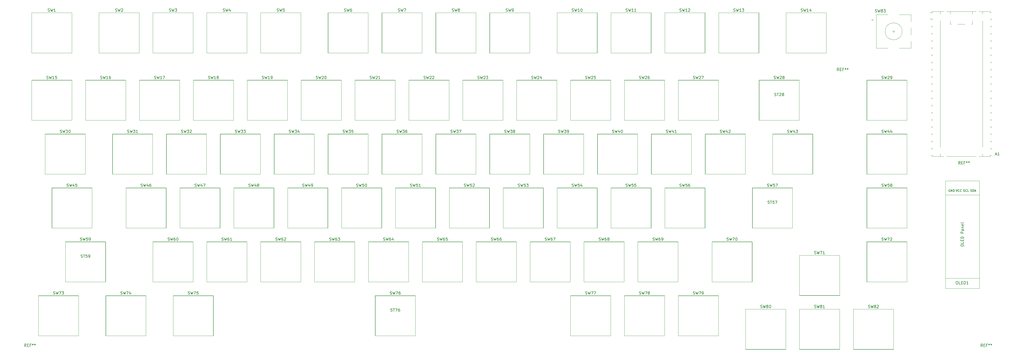
<source format=gbr>
%TF.GenerationSoftware,KiCad,Pcbnew,9.0.2*%
%TF.CreationDate,2025-06-21T15:39:45+05:00*%
%TF.ProjectId,KB75,4b423735-2e6b-4696-9361-645f70636258,V1*%
%TF.SameCoordinates,Original*%
%TF.FileFunction,Legend,Top*%
%TF.FilePolarity,Positive*%
%FSLAX46Y46*%
G04 Gerber Fmt 4.6, Leading zero omitted, Abs format (unit mm)*
G04 Created by KiCad (PCBNEW 9.0.2) date 2025-06-21 15:39:45*
%MOMM*%
%LPD*%
G01*
G04 APERTURE LIST*
%ADD10C,0.150000*%
%ADD11C,0.120000*%
%ADD12C,0.040000*%
G04 APERTURE END LIST*
D10*
X382166142Y-93319130D02*
X382642332Y-93319130D01*
X382070904Y-93604845D02*
X382404237Y-92604845D01*
X382404237Y-92604845D02*
X382737570Y-93604845D01*
X383594713Y-93604845D02*
X383023285Y-93604845D01*
X383308999Y-93604845D02*
X383308999Y-92604845D01*
X383308999Y-92604845D02*
X383213761Y-92747702D01*
X383213761Y-92747702D02*
X383118523Y-92842940D01*
X383118523Y-92842940D02*
X383023285Y-92890559D01*
X251532976Y-42744700D02*
X251675833Y-42792319D01*
X251675833Y-42792319D02*
X251913928Y-42792319D01*
X251913928Y-42792319D02*
X252009166Y-42744700D01*
X252009166Y-42744700D02*
X252056785Y-42697080D01*
X252056785Y-42697080D02*
X252104404Y-42601842D01*
X252104404Y-42601842D02*
X252104404Y-42506604D01*
X252104404Y-42506604D02*
X252056785Y-42411366D01*
X252056785Y-42411366D02*
X252009166Y-42363747D01*
X252009166Y-42363747D02*
X251913928Y-42316128D01*
X251913928Y-42316128D02*
X251723452Y-42268509D01*
X251723452Y-42268509D02*
X251628214Y-42220890D01*
X251628214Y-42220890D02*
X251580595Y-42173271D01*
X251580595Y-42173271D02*
X251532976Y-42078033D01*
X251532976Y-42078033D02*
X251532976Y-41982795D01*
X251532976Y-41982795D02*
X251580595Y-41887557D01*
X251580595Y-41887557D02*
X251628214Y-41839938D01*
X251628214Y-41839938D02*
X251723452Y-41792319D01*
X251723452Y-41792319D02*
X251961547Y-41792319D01*
X251961547Y-41792319D02*
X252104404Y-41839938D01*
X252437738Y-41792319D02*
X252675833Y-42792319D01*
X252675833Y-42792319D02*
X252866309Y-42078033D01*
X252866309Y-42078033D02*
X253056785Y-42792319D01*
X253056785Y-42792319D02*
X253294881Y-41792319D01*
X254199642Y-42792319D02*
X253628214Y-42792319D01*
X253913928Y-42792319D02*
X253913928Y-41792319D01*
X253913928Y-41792319D02*
X253818690Y-41935176D01*
X253818690Y-41935176D02*
X253723452Y-42030414D01*
X253723452Y-42030414D02*
X253628214Y-42078033D01*
X255152023Y-42792319D02*
X254580595Y-42792319D01*
X254866309Y-42792319D02*
X254866309Y-41792319D01*
X254866309Y-41792319D02*
X254771071Y-41935176D01*
X254771071Y-41935176D02*
X254675833Y-42030414D01*
X254675833Y-42030414D02*
X254580595Y-42078033D01*
X342020476Y-85607200D02*
X342163333Y-85654819D01*
X342163333Y-85654819D02*
X342401428Y-85654819D01*
X342401428Y-85654819D02*
X342496666Y-85607200D01*
X342496666Y-85607200D02*
X342544285Y-85559580D01*
X342544285Y-85559580D02*
X342591904Y-85464342D01*
X342591904Y-85464342D02*
X342591904Y-85369104D01*
X342591904Y-85369104D02*
X342544285Y-85273866D01*
X342544285Y-85273866D02*
X342496666Y-85226247D01*
X342496666Y-85226247D02*
X342401428Y-85178628D01*
X342401428Y-85178628D02*
X342210952Y-85131009D01*
X342210952Y-85131009D02*
X342115714Y-85083390D01*
X342115714Y-85083390D02*
X342068095Y-85035771D01*
X342068095Y-85035771D02*
X342020476Y-84940533D01*
X342020476Y-84940533D02*
X342020476Y-84845295D01*
X342020476Y-84845295D02*
X342068095Y-84750057D01*
X342068095Y-84750057D02*
X342115714Y-84702438D01*
X342115714Y-84702438D02*
X342210952Y-84654819D01*
X342210952Y-84654819D02*
X342449047Y-84654819D01*
X342449047Y-84654819D02*
X342591904Y-84702438D01*
X342925238Y-84654819D02*
X343163333Y-85654819D01*
X343163333Y-85654819D02*
X343353809Y-84940533D01*
X343353809Y-84940533D02*
X343544285Y-85654819D01*
X343544285Y-85654819D02*
X343782381Y-84654819D01*
X344591904Y-84988152D02*
X344591904Y-85654819D01*
X344353809Y-84607200D02*
X344115714Y-85321485D01*
X344115714Y-85321485D02*
X344734761Y-85321485D01*
X345544285Y-84988152D02*
X345544285Y-85654819D01*
X345306190Y-84607200D02*
X345068095Y-85321485D01*
X345068095Y-85321485D02*
X345687142Y-85321485D01*
X189620476Y-85607200D02*
X189763333Y-85654819D01*
X189763333Y-85654819D02*
X190001428Y-85654819D01*
X190001428Y-85654819D02*
X190096666Y-85607200D01*
X190096666Y-85607200D02*
X190144285Y-85559580D01*
X190144285Y-85559580D02*
X190191904Y-85464342D01*
X190191904Y-85464342D02*
X190191904Y-85369104D01*
X190191904Y-85369104D02*
X190144285Y-85273866D01*
X190144285Y-85273866D02*
X190096666Y-85226247D01*
X190096666Y-85226247D02*
X190001428Y-85178628D01*
X190001428Y-85178628D02*
X189810952Y-85131009D01*
X189810952Y-85131009D02*
X189715714Y-85083390D01*
X189715714Y-85083390D02*
X189668095Y-85035771D01*
X189668095Y-85035771D02*
X189620476Y-84940533D01*
X189620476Y-84940533D02*
X189620476Y-84845295D01*
X189620476Y-84845295D02*
X189668095Y-84750057D01*
X189668095Y-84750057D02*
X189715714Y-84702438D01*
X189715714Y-84702438D02*
X189810952Y-84654819D01*
X189810952Y-84654819D02*
X190049047Y-84654819D01*
X190049047Y-84654819D02*
X190191904Y-84702438D01*
X190525238Y-84654819D02*
X190763333Y-85654819D01*
X190763333Y-85654819D02*
X190953809Y-84940533D01*
X190953809Y-84940533D02*
X191144285Y-85654819D01*
X191144285Y-85654819D02*
X191382381Y-84654819D01*
X191668095Y-84654819D02*
X192287142Y-84654819D01*
X192287142Y-84654819D02*
X191953809Y-85035771D01*
X191953809Y-85035771D02*
X192096666Y-85035771D01*
X192096666Y-85035771D02*
X192191904Y-85083390D01*
X192191904Y-85083390D02*
X192239523Y-85131009D01*
X192239523Y-85131009D02*
X192287142Y-85226247D01*
X192287142Y-85226247D02*
X192287142Y-85464342D01*
X192287142Y-85464342D02*
X192239523Y-85559580D01*
X192239523Y-85559580D02*
X192191904Y-85607200D01*
X192191904Y-85607200D02*
X192096666Y-85654819D01*
X192096666Y-85654819D02*
X191810952Y-85654819D01*
X191810952Y-85654819D02*
X191715714Y-85607200D01*
X191715714Y-85607200D02*
X191668095Y-85559580D01*
X192620476Y-84654819D02*
X193287142Y-84654819D01*
X193287142Y-84654819D02*
X192858571Y-85654819D01*
X122945476Y-66557200D02*
X123088333Y-66604819D01*
X123088333Y-66604819D02*
X123326428Y-66604819D01*
X123326428Y-66604819D02*
X123421666Y-66557200D01*
X123421666Y-66557200D02*
X123469285Y-66509580D01*
X123469285Y-66509580D02*
X123516904Y-66414342D01*
X123516904Y-66414342D02*
X123516904Y-66319104D01*
X123516904Y-66319104D02*
X123469285Y-66223866D01*
X123469285Y-66223866D02*
X123421666Y-66176247D01*
X123421666Y-66176247D02*
X123326428Y-66128628D01*
X123326428Y-66128628D02*
X123135952Y-66081009D01*
X123135952Y-66081009D02*
X123040714Y-66033390D01*
X123040714Y-66033390D02*
X122993095Y-65985771D01*
X122993095Y-65985771D02*
X122945476Y-65890533D01*
X122945476Y-65890533D02*
X122945476Y-65795295D01*
X122945476Y-65795295D02*
X122993095Y-65700057D01*
X122993095Y-65700057D02*
X123040714Y-65652438D01*
X123040714Y-65652438D02*
X123135952Y-65604819D01*
X123135952Y-65604819D02*
X123374047Y-65604819D01*
X123374047Y-65604819D02*
X123516904Y-65652438D01*
X123850238Y-65604819D02*
X124088333Y-66604819D01*
X124088333Y-66604819D02*
X124278809Y-65890533D01*
X124278809Y-65890533D02*
X124469285Y-66604819D01*
X124469285Y-66604819D02*
X124707381Y-65604819D01*
X125612142Y-66604819D02*
X125040714Y-66604819D01*
X125326428Y-66604819D02*
X125326428Y-65604819D01*
X125326428Y-65604819D02*
X125231190Y-65747676D01*
X125231190Y-65747676D02*
X125135952Y-65842914D01*
X125135952Y-65842914D02*
X125040714Y-65890533D01*
X126088333Y-66604819D02*
X126278809Y-66604819D01*
X126278809Y-66604819D02*
X126374047Y-66557200D01*
X126374047Y-66557200D02*
X126421666Y-66509580D01*
X126421666Y-66509580D02*
X126516904Y-66366723D01*
X126516904Y-66366723D02*
X126564523Y-66176247D01*
X126564523Y-66176247D02*
X126564523Y-65795295D01*
X126564523Y-65795295D02*
X126516904Y-65700057D01*
X126516904Y-65700057D02*
X126469285Y-65652438D01*
X126469285Y-65652438D02*
X126374047Y-65604819D01*
X126374047Y-65604819D02*
X126183571Y-65604819D01*
X126183571Y-65604819D02*
X126088333Y-65652438D01*
X126088333Y-65652438D02*
X126040714Y-65700057D01*
X126040714Y-65700057D02*
X125993095Y-65795295D01*
X125993095Y-65795295D02*
X125993095Y-66033390D01*
X125993095Y-66033390D02*
X126040714Y-66128628D01*
X126040714Y-66128628D02*
X126088333Y-66176247D01*
X126088333Y-66176247D02*
X126183571Y-66223866D01*
X126183571Y-66223866D02*
X126374047Y-66223866D01*
X126374047Y-66223866D02*
X126469285Y-66176247D01*
X126469285Y-66176247D02*
X126516904Y-66128628D01*
X126516904Y-66128628D02*
X126564523Y-66033390D01*
X127707976Y-123707200D02*
X127850833Y-123754819D01*
X127850833Y-123754819D02*
X128088928Y-123754819D01*
X128088928Y-123754819D02*
X128184166Y-123707200D01*
X128184166Y-123707200D02*
X128231785Y-123659580D01*
X128231785Y-123659580D02*
X128279404Y-123564342D01*
X128279404Y-123564342D02*
X128279404Y-123469104D01*
X128279404Y-123469104D02*
X128231785Y-123373866D01*
X128231785Y-123373866D02*
X128184166Y-123326247D01*
X128184166Y-123326247D02*
X128088928Y-123278628D01*
X128088928Y-123278628D02*
X127898452Y-123231009D01*
X127898452Y-123231009D02*
X127803214Y-123183390D01*
X127803214Y-123183390D02*
X127755595Y-123135771D01*
X127755595Y-123135771D02*
X127707976Y-123040533D01*
X127707976Y-123040533D02*
X127707976Y-122945295D01*
X127707976Y-122945295D02*
X127755595Y-122850057D01*
X127755595Y-122850057D02*
X127803214Y-122802438D01*
X127803214Y-122802438D02*
X127898452Y-122754819D01*
X127898452Y-122754819D02*
X128136547Y-122754819D01*
X128136547Y-122754819D02*
X128279404Y-122802438D01*
X128612738Y-122754819D02*
X128850833Y-123754819D01*
X128850833Y-123754819D02*
X129041309Y-123040533D01*
X129041309Y-123040533D02*
X129231785Y-123754819D01*
X129231785Y-123754819D02*
X129469881Y-122754819D01*
X130279404Y-122754819D02*
X130088928Y-122754819D01*
X130088928Y-122754819D02*
X129993690Y-122802438D01*
X129993690Y-122802438D02*
X129946071Y-122850057D01*
X129946071Y-122850057D02*
X129850833Y-122992914D01*
X129850833Y-122992914D02*
X129803214Y-123183390D01*
X129803214Y-123183390D02*
X129803214Y-123564342D01*
X129803214Y-123564342D02*
X129850833Y-123659580D01*
X129850833Y-123659580D02*
X129898452Y-123707200D01*
X129898452Y-123707200D02*
X129993690Y-123754819D01*
X129993690Y-123754819D02*
X130184166Y-123754819D01*
X130184166Y-123754819D02*
X130279404Y-123707200D01*
X130279404Y-123707200D02*
X130327023Y-123659580D01*
X130327023Y-123659580D02*
X130374642Y-123564342D01*
X130374642Y-123564342D02*
X130374642Y-123326247D01*
X130374642Y-123326247D02*
X130327023Y-123231009D01*
X130327023Y-123231009D02*
X130279404Y-123183390D01*
X130279404Y-123183390D02*
X130184166Y-123135771D01*
X130184166Y-123135771D02*
X129993690Y-123135771D01*
X129993690Y-123135771D02*
X129898452Y-123183390D01*
X129898452Y-123183390D02*
X129850833Y-123231009D01*
X129850833Y-123231009D02*
X129803214Y-123326247D01*
X130755595Y-122850057D02*
X130803214Y-122802438D01*
X130803214Y-122802438D02*
X130898452Y-122754819D01*
X130898452Y-122754819D02*
X131136547Y-122754819D01*
X131136547Y-122754819D02*
X131231785Y-122802438D01*
X131231785Y-122802438D02*
X131279404Y-122850057D01*
X131279404Y-122850057D02*
X131327023Y-122945295D01*
X131327023Y-122945295D02*
X131327023Y-123040533D01*
X131327023Y-123040533D02*
X131279404Y-123183390D01*
X131279404Y-123183390D02*
X130707976Y-123754819D01*
X130707976Y-123754819D02*
X131327023Y-123754819D01*
X326846666Y-63794819D02*
X326513333Y-63318628D01*
X326275238Y-63794819D02*
X326275238Y-62794819D01*
X326275238Y-62794819D02*
X326656190Y-62794819D01*
X326656190Y-62794819D02*
X326751428Y-62842438D01*
X326751428Y-62842438D02*
X326799047Y-62890057D01*
X326799047Y-62890057D02*
X326846666Y-62985295D01*
X326846666Y-62985295D02*
X326846666Y-63128152D01*
X326846666Y-63128152D02*
X326799047Y-63223390D01*
X326799047Y-63223390D02*
X326751428Y-63271009D01*
X326751428Y-63271009D02*
X326656190Y-63318628D01*
X326656190Y-63318628D02*
X326275238Y-63318628D01*
X327275238Y-63271009D02*
X327608571Y-63271009D01*
X327751428Y-63794819D02*
X327275238Y-63794819D01*
X327275238Y-63794819D02*
X327275238Y-62794819D01*
X327275238Y-62794819D02*
X327751428Y-62794819D01*
X328513333Y-63271009D02*
X328180000Y-63271009D01*
X328180000Y-63794819D02*
X328180000Y-62794819D01*
X328180000Y-62794819D02*
X328656190Y-62794819D01*
X329180000Y-62794819D02*
X329180000Y-63032914D01*
X328941905Y-62937676D02*
X329180000Y-63032914D01*
X329180000Y-63032914D02*
X329418095Y-62937676D01*
X329037143Y-63223390D02*
X329180000Y-63032914D01*
X329180000Y-63032914D02*
X329322857Y-63223390D01*
X329941905Y-62794819D02*
X329941905Y-63032914D01*
X329703810Y-62937676D02*
X329941905Y-63032914D01*
X329941905Y-63032914D02*
X330180000Y-62937676D01*
X329799048Y-63223390D02*
X329941905Y-63032914D01*
X329941905Y-63032914D02*
X330084762Y-63223390D01*
X65795476Y-66557200D02*
X65938333Y-66604819D01*
X65938333Y-66604819D02*
X66176428Y-66604819D01*
X66176428Y-66604819D02*
X66271666Y-66557200D01*
X66271666Y-66557200D02*
X66319285Y-66509580D01*
X66319285Y-66509580D02*
X66366904Y-66414342D01*
X66366904Y-66414342D02*
X66366904Y-66319104D01*
X66366904Y-66319104D02*
X66319285Y-66223866D01*
X66319285Y-66223866D02*
X66271666Y-66176247D01*
X66271666Y-66176247D02*
X66176428Y-66128628D01*
X66176428Y-66128628D02*
X65985952Y-66081009D01*
X65985952Y-66081009D02*
X65890714Y-66033390D01*
X65890714Y-66033390D02*
X65843095Y-65985771D01*
X65843095Y-65985771D02*
X65795476Y-65890533D01*
X65795476Y-65890533D02*
X65795476Y-65795295D01*
X65795476Y-65795295D02*
X65843095Y-65700057D01*
X65843095Y-65700057D02*
X65890714Y-65652438D01*
X65890714Y-65652438D02*
X65985952Y-65604819D01*
X65985952Y-65604819D02*
X66224047Y-65604819D01*
X66224047Y-65604819D02*
X66366904Y-65652438D01*
X66700238Y-65604819D02*
X66938333Y-66604819D01*
X66938333Y-66604819D02*
X67128809Y-65890533D01*
X67128809Y-65890533D02*
X67319285Y-66604819D01*
X67319285Y-66604819D02*
X67557381Y-65604819D01*
X68462142Y-66604819D02*
X67890714Y-66604819D01*
X68176428Y-66604819D02*
X68176428Y-65604819D01*
X68176428Y-65604819D02*
X68081190Y-65747676D01*
X68081190Y-65747676D02*
X67985952Y-65842914D01*
X67985952Y-65842914D02*
X67890714Y-65890533D01*
X69319285Y-65604819D02*
X69128809Y-65604819D01*
X69128809Y-65604819D02*
X69033571Y-65652438D01*
X69033571Y-65652438D02*
X68985952Y-65700057D01*
X68985952Y-65700057D02*
X68890714Y-65842914D01*
X68890714Y-65842914D02*
X68843095Y-66033390D01*
X68843095Y-66033390D02*
X68843095Y-66414342D01*
X68843095Y-66414342D02*
X68890714Y-66509580D01*
X68890714Y-66509580D02*
X68938333Y-66557200D01*
X68938333Y-66557200D02*
X69033571Y-66604819D01*
X69033571Y-66604819D02*
X69224047Y-66604819D01*
X69224047Y-66604819D02*
X69319285Y-66557200D01*
X69319285Y-66557200D02*
X69366904Y-66509580D01*
X69366904Y-66509580D02*
X69414523Y-66414342D01*
X69414523Y-66414342D02*
X69414523Y-66176247D01*
X69414523Y-66176247D02*
X69366904Y-66081009D01*
X69366904Y-66081009D02*
X69319285Y-66033390D01*
X69319285Y-66033390D02*
X69224047Y-65985771D01*
X69224047Y-65985771D02*
X69033571Y-65985771D01*
X69033571Y-65985771D02*
X68938333Y-66033390D01*
X68938333Y-66033390D02*
X68890714Y-66081009D01*
X68890714Y-66081009D02*
X68843095Y-66176247D01*
X72939226Y-142757200D02*
X73082083Y-142804819D01*
X73082083Y-142804819D02*
X73320178Y-142804819D01*
X73320178Y-142804819D02*
X73415416Y-142757200D01*
X73415416Y-142757200D02*
X73463035Y-142709580D01*
X73463035Y-142709580D02*
X73510654Y-142614342D01*
X73510654Y-142614342D02*
X73510654Y-142519104D01*
X73510654Y-142519104D02*
X73463035Y-142423866D01*
X73463035Y-142423866D02*
X73415416Y-142376247D01*
X73415416Y-142376247D02*
X73320178Y-142328628D01*
X73320178Y-142328628D02*
X73129702Y-142281009D01*
X73129702Y-142281009D02*
X73034464Y-142233390D01*
X73034464Y-142233390D02*
X72986845Y-142185771D01*
X72986845Y-142185771D02*
X72939226Y-142090533D01*
X72939226Y-142090533D02*
X72939226Y-141995295D01*
X72939226Y-141995295D02*
X72986845Y-141900057D01*
X72986845Y-141900057D02*
X73034464Y-141852438D01*
X73034464Y-141852438D02*
X73129702Y-141804819D01*
X73129702Y-141804819D02*
X73367797Y-141804819D01*
X73367797Y-141804819D02*
X73510654Y-141852438D01*
X73843988Y-141804819D02*
X74082083Y-142804819D01*
X74082083Y-142804819D02*
X74272559Y-142090533D01*
X74272559Y-142090533D02*
X74463035Y-142804819D01*
X74463035Y-142804819D02*
X74701131Y-141804819D01*
X74986845Y-141804819D02*
X75653511Y-141804819D01*
X75653511Y-141804819D02*
X75224940Y-142804819D01*
X76463035Y-142138152D02*
X76463035Y-142804819D01*
X76224940Y-141757200D02*
X75986845Y-142471485D01*
X75986845Y-142471485D02*
X76605892Y-142471485D01*
X128184167Y-42744700D02*
X128327024Y-42792319D01*
X128327024Y-42792319D02*
X128565119Y-42792319D01*
X128565119Y-42792319D02*
X128660357Y-42744700D01*
X128660357Y-42744700D02*
X128707976Y-42697080D01*
X128707976Y-42697080D02*
X128755595Y-42601842D01*
X128755595Y-42601842D02*
X128755595Y-42506604D01*
X128755595Y-42506604D02*
X128707976Y-42411366D01*
X128707976Y-42411366D02*
X128660357Y-42363747D01*
X128660357Y-42363747D02*
X128565119Y-42316128D01*
X128565119Y-42316128D02*
X128374643Y-42268509D01*
X128374643Y-42268509D02*
X128279405Y-42220890D01*
X128279405Y-42220890D02*
X128231786Y-42173271D01*
X128231786Y-42173271D02*
X128184167Y-42078033D01*
X128184167Y-42078033D02*
X128184167Y-41982795D01*
X128184167Y-41982795D02*
X128231786Y-41887557D01*
X128231786Y-41887557D02*
X128279405Y-41839938D01*
X128279405Y-41839938D02*
X128374643Y-41792319D01*
X128374643Y-41792319D02*
X128612738Y-41792319D01*
X128612738Y-41792319D02*
X128755595Y-41839938D01*
X129088929Y-41792319D02*
X129327024Y-42792319D01*
X129327024Y-42792319D02*
X129517500Y-42078033D01*
X129517500Y-42078033D02*
X129707976Y-42792319D01*
X129707976Y-42792319D02*
X129946072Y-41792319D01*
X130803214Y-41792319D02*
X130327024Y-41792319D01*
X130327024Y-41792319D02*
X130279405Y-42268509D01*
X130279405Y-42268509D02*
X130327024Y-42220890D01*
X130327024Y-42220890D02*
X130422262Y-42173271D01*
X130422262Y-42173271D02*
X130660357Y-42173271D01*
X130660357Y-42173271D02*
X130755595Y-42220890D01*
X130755595Y-42220890D02*
X130803214Y-42268509D01*
X130803214Y-42268509D02*
X130850833Y-42363747D01*
X130850833Y-42363747D02*
X130850833Y-42601842D01*
X130850833Y-42601842D02*
X130803214Y-42697080D01*
X130803214Y-42697080D02*
X130755595Y-42744700D01*
X130755595Y-42744700D02*
X130660357Y-42792319D01*
X130660357Y-42792319D02*
X130422262Y-42792319D01*
X130422262Y-42792319D02*
X130327024Y-42744700D01*
X130327024Y-42744700D02*
X130279405Y-42697080D01*
X180095476Y-66557200D02*
X180238333Y-66604819D01*
X180238333Y-66604819D02*
X180476428Y-66604819D01*
X180476428Y-66604819D02*
X180571666Y-66557200D01*
X180571666Y-66557200D02*
X180619285Y-66509580D01*
X180619285Y-66509580D02*
X180666904Y-66414342D01*
X180666904Y-66414342D02*
X180666904Y-66319104D01*
X180666904Y-66319104D02*
X180619285Y-66223866D01*
X180619285Y-66223866D02*
X180571666Y-66176247D01*
X180571666Y-66176247D02*
X180476428Y-66128628D01*
X180476428Y-66128628D02*
X180285952Y-66081009D01*
X180285952Y-66081009D02*
X180190714Y-66033390D01*
X180190714Y-66033390D02*
X180143095Y-65985771D01*
X180143095Y-65985771D02*
X180095476Y-65890533D01*
X180095476Y-65890533D02*
X180095476Y-65795295D01*
X180095476Y-65795295D02*
X180143095Y-65700057D01*
X180143095Y-65700057D02*
X180190714Y-65652438D01*
X180190714Y-65652438D02*
X180285952Y-65604819D01*
X180285952Y-65604819D02*
X180524047Y-65604819D01*
X180524047Y-65604819D02*
X180666904Y-65652438D01*
X181000238Y-65604819D02*
X181238333Y-66604819D01*
X181238333Y-66604819D02*
X181428809Y-65890533D01*
X181428809Y-65890533D02*
X181619285Y-66604819D01*
X181619285Y-66604819D02*
X181857381Y-65604819D01*
X182190714Y-65700057D02*
X182238333Y-65652438D01*
X182238333Y-65652438D02*
X182333571Y-65604819D01*
X182333571Y-65604819D02*
X182571666Y-65604819D01*
X182571666Y-65604819D02*
X182666904Y-65652438D01*
X182666904Y-65652438D02*
X182714523Y-65700057D01*
X182714523Y-65700057D02*
X182762142Y-65795295D01*
X182762142Y-65795295D02*
X182762142Y-65890533D01*
X182762142Y-65890533D02*
X182714523Y-66033390D01*
X182714523Y-66033390D02*
X182143095Y-66604819D01*
X182143095Y-66604819D02*
X182762142Y-66604819D01*
X183143095Y-65700057D02*
X183190714Y-65652438D01*
X183190714Y-65652438D02*
X183285952Y-65604819D01*
X183285952Y-65604819D02*
X183524047Y-65604819D01*
X183524047Y-65604819D02*
X183619285Y-65652438D01*
X183619285Y-65652438D02*
X183666904Y-65700057D01*
X183666904Y-65700057D02*
X183714523Y-65795295D01*
X183714523Y-65795295D02*
X183714523Y-65890533D01*
X183714523Y-65890533D02*
X183666904Y-66033390D01*
X183666904Y-66033390D02*
X183095476Y-66604819D01*
X183095476Y-66604819D02*
X183714523Y-66604819D01*
X222957976Y-123707200D02*
X223100833Y-123754819D01*
X223100833Y-123754819D02*
X223338928Y-123754819D01*
X223338928Y-123754819D02*
X223434166Y-123707200D01*
X223434166Y-123707200D02*
X223481785Y-123659580D01*
X223481785Y-123659580D02*
X223529404Y-123564342D01*
X223529404Y-123564342D02*
X223529404Y-123469104D01*
X223529404Y-123469104D02*
X223481785Y-123373866D01*
X223481785Y-123373866D02*
X223434166Y-123326247D01*
X223434166Y-123326247D02*
X223338928Y-123278628D01*
X223338928Y-123278628D02*
X223148452Y-123231009D01*
X223148452Y-123231009D02*
X223053214Y-123183390D01*
X223053214Y-123183390D02*
X223005595Y-123135771D01*
X223005595Y-123135771D02*
X222957976Y-123040533D01*
X222957976Y-123040533D02*
X222957976Y-122945295D01*
X222957976Y-122945295D02*
X223005595Y-122850057D01*
X223005595Y-122850057D02*
X223053214Y-122802438D01*
X223053214Y-122802438D02*
X223148452Y-122754819D01*
X223148452Y-122754819D02*
X223386547Y-122754819D01*
X223386547Y-122754819D02*
X223529404Y-122802438D01*
X223862738Y-122754819D02*
X224100833Y-123754819D01*
X224100833Y-123754819D02*
X224291309Y-123040533D01*
X224291309Y-123040533D02*
X224481785Y-123754819D01*
X224481785Y-123754819D02*
X224719881Y-122754819D01*
X225529404Y-122754819D02*
X225338928Y-122754819D01*
X225338928Y-122754819D02*
X225243690Y-122802438D01*
X225243690Y-122802438D02*
X225196071Y-122850057D01*
X225196071Y-122850057D02*
X225100833Y-122992914D01*
X225100833Y-122992914D02*
X225053214Y-123183390D01*
X225053214Y-123183390D02*
X225053214Y-123564342D01*
X225053214Y-123564342D02*
X225100833Y-123659580D01*
X225100833Y-123659580D02*
X225148452Y-123707200D01*
X225148452Y-123707200D02*
X225243690Y-123754819D01*
X225243690Y-123754819D02*
X225434166Y-123754819D01*
X225434166Y-123754819D02*
X225529404Y-123707200D01*
X225529404Y-123707200D02*
X225577023Y-123659580D01*
X225577023Y-123659580D02*
X225624642Y-123564342D01*
X225624642Y-123564342D02*
X225624642Y-123326247D01*
X225624642Y-123326247D02*
X225577023Y-123231009D01*
X225577023Y-123231009D02*
X225529404Y-123183390D01*
X225529404Y-123183390D02*
X225434166Y-123135771D01*
X225434166Y-123135771D02*
X225243690Y-123135771D01*
X225243690Y-123135771D02*
X225148452Y-123183390D01*
X225148452Y-123183390D02*
X225100833Y-123231009D01*
X225100833Y-123231009D02*
X225053214Y-123326247D01*
X225957976Y-122754819D02*
X226624642Y-122754819D01*
X226624642Y-122754819D02*
X226196071Y-123754819D01*
X118182976Y-104657200D02*
X118325833Y-104704819D01*
X118325833Y-104704819D02*
X118563928Y-104704819D01*
X118563928Y-104704819D02*
X118659166Y-104657200D01*
X118659166Y-104657200D02*
X118706785Y-104609580D01*
X118706785Y-104609580D02*
X118754404Y-104514342D01*
X118754404Y-104514342D02*
X118754404Y-104419104D01*
X118754404Y-104419104D02*
X118706785Y-104323866D01*
X118706785Y-104323866D02*
X118659166Y-104276247D01*
X118659166Y-104276247D02*
X118563928Y-104228628D01*
X118563928Y-104228628D02*
X118373452Y-104181009D01*
X118373452Y-104181009D02*
X118278214Y-104133390D01*
X118278214Y-104133390D02*
X118230595Y-104085771D01*
X118230595Y-104085771D02*
X118182976Y-103990533D01*
X118182976Y-103990533D02*
X118182976Y-103895295D01*
X118182976Y-103895295D02*
X118230595Y-103800057D01*
X118230595Y-103800057D02*
X118278214Y-103752438D01*
X118278214Y-103752438D02*
X118373452Y-103704819D01*
X118373452Y-103704819D02*
X118611547Y-103704819D01*
X118611547Y-103704819D02*
X118754404Y-103752438D01*
X119087738Y-103704819D02*
X119325833Y-104704819D01*
X119325833Y-104704819D02*
X119516309Y-103990533D01*
X119516309Y-103990533D02*
X119706785Y-104704819D01*
X119706785Y-104704819D02*
X119944881Y-103704819D01*
X120754404Y-104038152D02*
X120754404Y-104704819D01*
X120516309Y-103657200D02*
X120278214Y-104371485D01*
X120278214Y-104371485D02*
X120897261Y-104371485D01*
X121421071Y-104133390D02*
X121325833Y-104085771D01*
X121325833Y-104085771D02*
X121278214Y-104038152D01*
X121278214Y-104038152D02*
X121230595Y-103942914D01*
X121230595Y-103942914D02*
X121230595Y-103895295D01*
X121230595Y-103895295D02*
X121278214Y-103800057D01*
X121278214Y-103800057D02*
X121325833Y-103752438D01*
X121325833Y-103752438D02*
X121421071Y-103704819D01*
X121421071Y-103704819D02*
X121611547Y-103704819D01*
X121611547Y-103704819D02*
X121706785Y-103752438D01*
X121706785Y-103752438D02*
X121754404Y-103800057D01*
X121754404Y-103800057D02*
X121802023Y-103895295D01*
X121802023Y-103895295D02*
X121802023Y-103942914D01*
X121802023Y-103942914D02*
X121754404Y-104038152D01*
X121754404Y-104038152D02*
X121706785Y-104085771D01*
X121706785Y-104085771D02*
X121611547Y-104133390D01*
X121611547Y-104133390D02*
X121421071Y-104133390D01*
X121421071Y-104133390D02*
X121325833Y-104181009D01*
X121325833Y-104181009D02*
X121278214Y-104228628D01*
X121278214Y-104228628D02*
X121230595Y-104323866D01*
X121230595Y-104323866D02*
X121230595Y-104514342D01*
X121230595Y-104514342D02*
X121278214Y-104609580D01*
X121278214Y-104609580D02*
X121325833Y-104657200D01*
X121325833Y-104657200D02*
X121421071Y-104704819D01*
X121421071Y-104704819D02*
X121611547Y-104704819D01*
X121611547Y-104704819D02*
X121706785Y-104657200D01*
X121706785Y-104657200D02*
X121754404Y-104609580D01*
X121754404Y-104609580D02*
X121802023Y-104514342D01*
X121802023Y-104514342D02*
X121802023Y-104323866D01*
X121802023Y-104323866D02*
X121754404Y-104228628D01*
X121754404Y-104228628D02*
X121706785Y-104181009D01*
X121706785Y-104181009D02*
X121611547Y-104133390D01*
X289632976Y-42744700D02*
X289775833Y-42792319D01*
X289775833Y-42792319D02*
X290013928Y-42792319D01*
X290013928Y-42792319D02*
X290109166Y-42744700D01*
X290109166Y-42744700D02*
X290156785Y-42697080D01*
X290156785Y-42697080D02*
X290204404Y-42601842D01*
X290204404Y-42601842D02*
X290204404Y-42506604D01*
X290204404Y-42506604D02*
X290156785Y-42411366D01*
X290156785Y-42411366D02*
X290109166Y-42363747D01*
X290109166Y-42363747D02*
X290013928Y-42316128D01*
X290013928Y-42316128D02*
X289823452Y-42268509D01*
X289823452Y-42268509D02*
X289728214Y-42220890D01*
X289728214Y-42220890D02*
X289680595Y-42173271D01*
X289680595Y-42173271D02*
X289632976Y-42078033D01*
X289632976Y-42078033D02*
X289632976Y-41982795D01*
X289632976Y-41982795D02*
X289680595Y-41887557D01*
X289680595Y-41887557D02*
X289728214Y-41839938D01*
X289728214Y-41839938D02*
X289823452Y-41792319D01*
X289823452Y-41792319D02*
X290061547Y-41792319D01*
X290061547Y-41792319D02*
X290204404Y-41839938D01*
X290537738Y-41792319D02*
X290775833Y-42792319D01*
X290775833Y-42792319D02*
X290966309Y-42078033D01*
X290966309Y-42078033D02*
X291156785Y-42792319D01*
X291156785Y-42792319D02*
X291394881Y-41792319D01*
X292299642Y-42792319D02*
X291728214Y-42792319D01*
X292013928Y-42792319D02*
X292013928Y-41792319D01*
X292013928Y-41792319D02*
X291918690Y-41935176D01*
X291918690Y-41935176D02*
X291823452Y-42030414D01*
X291823452Y-42030414D02*
X291728214Y-42078033D01*
X292632976Y-41792319D02*
X293252023Y-41792319D01*
X293252023Y-41792319D02*
X292918690Y-42173271D01*
X292918690Y-42173271D02*
X293061547Y-42173271D01*
X293061547Y-42173271D02*
X293156785Y-42220890D01*
X293156785Y-42220890D02*
X293204404Y-42268509D01*
X293204404Y-42268509D02*
X293252023Y-42363747D01*
X293252023Y-42363747D02*
X293252023Y-42601842D01*
X293252023Y-42601842D02*
X293204404Y-42697080D01*
X293204404Y-42697080D02*
X293156785Y-42744700D01*
X293156785Y-42744700D02*
X293061547Y-42792319D01*
X293061547Y-42792319D02*
X292775833Y-42792319D01*
X292775833Y-42792319D02*
X292680595Y-42744700D01*
X292680595Y-42744700D02*
X292632976Y-42697080D01*
X237245476Y-66557200D02*
X237388333Y-66604819D01*
X237388333Y-66604819D02*
X237626428Y-66604819D01*
X237626428Y-66604819D02*
X237721666Y-66557200D01*
X237721666Y-66557200D02*
X237769285Y-66509580D01*
X237769285Y-66509580D02*
X237816904Y-66414342D01*
X237816904Y-66414342D02*
X237816904Y-66319104D01*
X237816904Y-66319104D02*
X237769285Y-66223866D01*
X237769285Y-66223866D02*
X237721666Y-66176247D01*
X237721666Y-66176247D02*
X237626428Y-66128628D01*
X237626428Y-66128628D02*
X237435952Y-66081009D01*
X237435952Y-66081009D02*
X237340714Y-66033390D01*
X237340714Y-66033390D02*
X237293095Y-65985771D01*
X237293095Y-65985771D02*
X237245476Y-65890533D01*
X237245476Y-65890533D02*
X237245476Y-65795295D01*
X237245476Y-65795295D02*
X237293095Y-65700057D01*
X237293095Y-65700057D02*
X237340714Y-65652438D01*
X237340714Y-65652438D02*
X237435952Y-65604819D01*
X237435952Y-65604819D02*
X237674047Y-65604819D01*
X237674047Y-65604819D02*
X237816904Y-65652438D01*
X238150238Y-65604819D02*
X238388333Y-66604819D01*
X238388333Y-66604819D02*
X238578809Y-65890533D01*
X238578809Y-65890533D02*
X238769285Y-66604819D01*
X238769285Y-66604819D02*
X239007381Y-65604819D01*
X239340714Y-65700057D02*
X239388333Y-65652438D01*
X239388333Y-65652438D02*
X239483571Y-65604819D01*
X239483571Y-65604819D02*
X239721666Y-65604819D01*
X239721666Y-65604819D02*
X239816904Y-65652438D01*
X239816904Y-65652438D02*
X239864523Y-65700057D01*
X239864523Y-65700057D02*
X239912142Y-65795295D01*
X239912142Y-65795295D02*
X239912142Y-65890533D01*
X239912142Y-65890533D02*
X239864523Y-66033390D01*
X239864523Y-66033390D02*
X239293095Y-66604819D01*
X239293095Y-66604819D02*
X239912142Y-66604819D01*
X240816904Y-65604819D02*
X240340714Y-65604819D01*
X240340714Y-65604819D02*
X240293095Y-66081009D01*
X240293095Y-66081009D02*
X240340714Y-66033390D01*
X240340714Y-66033390D02*
X240435952Y-65985771D01*
X240435952Y-65985771D02*
X240674047Y-65985771D01*
X240674047Y-65985771D02*
X240769285Y-66033390D01*
X240769285Y-66033390D02*
X240816904Y-66081009D01*
X240816904Y-66081009D02*
X240864523Y-66176247D01*
X240864523Y-66176247D02*
X240864523Y-66414342D01*
X240864523Y-66414342D02*
X240816904Y-66509580D01*
X240816904Y-66509580D02*
X240769285Y-66557200D01*
X240769285Y-66557200D02*
X240674047Y-66604819D01*
X240674047Y-66604819D02*
X240435952Y-66604819D01*
X240435952Y-66604819D02*
X240340714Y-66557200D01*
X240340714Y-66557200D02*
X240293095Y-66509580D01*
X51507976Y-85607200D02*
X51650833Y-85654819D01*
X51650833Y-85654819D02*
X51888928Y-85654819D01*
X51888928Y-85654819D02*
X51984166Y-85607200D01*
X51984166Y-85607200D02*
X52031785Y-85559580D01*
X52031785Y-85559580D02*
X52079404Y-85464342D01*
X52079404Y-85464342D02*
X52079404Y-85369104D01*
X52079404Y-85369104D02*
X52031785Y-85273866D01*
X52031785Y-85273866D02*
X51984166Y-85226247D01*
X51984166Y-85226247D02*
X51888928Y-85178628D01*
X51888928Y-85178628D02*
X51698452Y-85131009D01*
X51698452Y-85131009D02*
X51603214Y-85083390D01*
X51603214Y-85083390D02*
X51555595Y-85035771D01*
X51555595Y-85035771D02*
X51507976Y-84940533D01*
X51507976Y-84940533D02*
X51507976Y-84845295D01*
X51507976Y-84845295D02*
X51555595Y-84750057D01*
X51555595Y-84750057D02*
X51603214Y-84702438D01*
X51603214Y-84702438D02*
X51698452Y-84654819D01*
X51698452Y-84654819D02*
X51936547Y-84654819D01*
X51936547Y-84654819D02*
X52079404Y-84702438D01*
X52412738Y-84654819D02*
X52650833Y-85654819D01*
X52650833Y-85654819D02*
X52841309Y-84940533D01*
X52841309Y-84940533D02*
X53031785Y-85654819D01*
X53031785Y-85654819D02*
X53269881Y-84654819D01*
X53555595Y-84654819D02*
X54174642Y-84654819D01*
X54174642Y-84654819D02*
X53841309Y-85035771D01*
X53841309Y-85035771D02*
X53984166Y-85035771D01*
X53984166Y-85035771D02*
X54079404Y-85083390D01*
X54079404Y-85083390D02*
X54127023Y-85131009D01*
X54127023Y-85131009D02*
X54174642Y-85226247D01*
X54174642Y-85226247D02*
X54174642Y-85464342D01*
X54174642Y-85464342D02*
X54127023Y-85559580D01*
X54127023Y-85559580D02*
X54079404Y-85607200D01*
X54079404Y-85607200D02*
X53984166Y-85654819D01*
X53984166Y-85654819D02*
X53698452Y-85654819D01*
X53698452Y-85654819D02*
X53603214Y-85607200D01*
X53603214Y-85607200D02*
X53555595Y-85559580D01*
X54793690Y-84654819D02*
X54888928Y-84654819D01*
X54888928Y-84654819D02*
X54984166Y-84702438D01*
X54984166Y-84702438D02*
X55031785Y-84750057D01*
X55031785Y-84750057D02*
X55079404Y-84845295D01*
X55079404Y-84845295D02*
X55127023Y-85035771D01*
X55127023Y-85035771D02*
X55127023Y-85273866D01*
X55127023Y-85273866D02*
X55079404Y-85464342D01*
X55079404Y-85464342D02*
X55031785Y-85559580D01*
X55031785Y-85559580D02*
X54984166Y-85607200D01*
X54984166Y-85607200D02*
X54888928Y-85654819D01*
X54888928Y-85654819D02*
X54793690Y-85654819D01*
X54793690Y-85654819D02*
X54698452Y-85607200D01*
X54698452Y-85607200D02*
X54650833Y-85559580D01*
X54650833Y-85559580D02*
X54603214Y-85464342D01*
X54603214Y-85464342D02*
X54555595Y-85273866D01*
X54555595Y-85273866D02*
X54555595Y-85035771D01*
X54555595Y-85035771D02*
X54603214Y-84845295D01*
X54603214Y-84845295D02*
X54650833Y-84750057D01*
X54650833Y-84750057D02*
X54698452Y-84702438D01*
X54698452Y-84702438D02*
X54793690Y-84654819D01*
X246770476Y-85607200D02*
X246913333Y-85654819D01*
X246913333Y-85654819D02*
X247151428Y-85654819D01*
X247151428Y-85654819D02*
X247246666Y-85607200D01*
X247246666Y-85607200D02*
X247294285Y-85559580D01*
X247294285Y-85559580D02*
X247341904Y-85464342D01*
X247341904Y-85464342D02*
X247341904Y-85369104D01*
X247341904Y-85369104D02*
X247294285Y-85273866D01*
X247294285Y-85273866D02*
X247246666Y-85226247D01*
X247246666Y-85226247D02*
X247151428Y-85178628D01*
X247151428Y-85178628D02*
X246960952Y-85131009D01*
X246960952Y-85131009D02*
X246865714Y-85083390D01*
X246865714Y-85083390D02*
X246818095Y-85035771D01*
X246818095Y-85035771D02*
X246770476Y-84940533D01*
X246770476Y-84940533D02*
X246770476Y-84845295D01*
X246770476Y-84845295D02*
X246818095Y-84750057D01*
X246818095Y-84750057D02*
X246865714Y-84702438D01*
X246865714Y-84702438D02*
X246960952Y-84654819D01*
X246960952Y-84654819D02*
X247199047Y-84654819D01*
X247199047Y-84654819D02*
X247341904Y-84702438D01*
X247675238Y-84654819D02*
X247913333Y-85654819D01*
X247913333Y-85654819D02*
X248103809Y-84940533D01*
X248103809Y-84940533D02*
X248294285Y-85654819D01*
X248294285Y-85654819D02*
X248532381Y-84654819D01*
X249341904Y-84988152D02*
X249341904Y-85654819D01*
X249103809Y-84607200D02*
X248865714Y-85321485D01*
X248865714Y-85321485D02*
X249484761Y-85321485D01*
X250056190Y-84654819D02*
X250151428Y-84654819D01*
X250151428Y-84654819D02*
X250246666Y-84702438D01*
X250246666Y-84702438D02*
X250294285Y-84750057D01*
X250294285Y-84750057D02*
X250341904Y-84845295D01*
X250341904Y-84845295D02*
X250389523Y-85035771D01*
X250389523Y-85035771D02*
X250389523Y-85273866D01*
X250389523Y-85273866D02*
X250341904Y-85464342D01*
X250341904Y-85464342D02*
X250294285Y-85559580D01*
X250294285Y-85559580D02*
X250246666Y-85607200D01*
X250246666Y-85607200D02*
X250151428Y-85654819D01*
X250151428Y-85654819D02*
X250056190Y-85654819D01*
X250056190Y-85654819D02*
X249960952Y-85607200D01*
X249960952Y-85607200D02*
X249913333Y-85559580D01*
X249913333Y-85559580D02*
X249865714Y-85464342D01*
X249865714Y-85464342D02*
X249818095Y-85273866D01*
X249818095Y-85273866D02*
X249818095Y-85035771D01*
X249818095Y-85035771D02*
X249865714Y-84845295D01*
X249865714Y-84845295D02*
X249913333Y-84750057D01*
X249913333Y-84750057D02*
X249960952Y-84702438D01*
X249960952Y-84702438D02*
X250056190Y-84654819D01*
X218195476Y-66557200D02*
X218338333Y-66604819D01*
X218338333Y-66604819D02*
X218576428Y-66604819D01*
X218576428Y-66604819D02*
X218671666Y-66557200D01*
X218671666Y-66557200D02*
X218719285Y-66509580D01*
X218719285Y-66509580D02*
X218766904Y-66414342D01*
X218766904Y-66414342D02*
X218766904Y-66319104D01*
X218766904Y-66319104D02*
X218719285Y-66223866D01*
X218719285Y-66223866D02*
X218671666Y-66176247D01*
X218671666Y-66176247D02*
X218576428Y-66128628D01*
X218576428Y-66128628D02*
X218385952Y-66081009D01*
X218385952Y-66081009D02*
X218290714Y-66033390D01*
X218290714Y-66033390D02*
X218243095Y-65985771D01*
X218243095Y-65985771D02*
X218195476Y-65890533D01*
X218195476Y-65890533D02*
X218195476Y-65795295D01*
X218195476Y-65795295D02*
X218243095Y-65700057D01*
X218243095Y-65700057D02*
X218290714Y-65652438D01*
X218290714Y-65652438D02*
X218385952Y-65604819D01*
X218385952Y-65604819D02*
X218624047Y-65604819D01*
X218624047Y-65604819D02*
X218766904Y-65652438D01*
X219100238Y-65604819D02*
X219338333Y-66604819D01*
X219338333Y-66604819D02*
X219528809Y-65890533D01*
X219528809Y-65890533D02*
X219719285Y-66604819D01*
X219719285Y-66604819D02*
X219957381Y-65604819D01*
X220290714Y-65700057D02*
X220338333Y-65652438D01*
X220338333Y-65652438D02*
X220433571Y-65604819D01*
X220433571Y-65604819D02*
X220671666Y-65604819D01*
X220671666Y-65604819D02*
X220766904Y-65652438D01*
X220766904Y-65652438D02*
X220814523Y-65700057D01*
X220814523Y-65700057D02*
X220862142Y-65795295D01*
X220862142Y-65795295D02*
X220862142Y-65890533D01*
X220862142Y-65890533D02*
X220814523Y-66033390D01*
X220814523Y-66033390D02*
X220243095Y-66604819D01*
X220243095Y-66604819D02*
X220862142Y-66604819D01*
X221719285Y-65938152D02*
X221719285Y-66604819D01*
X221481190Y-65557200D02*
X221243095Y-66271485D01*
X221243095Y-66271485D02*
X221862142Y-66271485D01*
X337257976Y-147519700D02*
X337400833Y-147567319D01*
X337400833Y-147567319D02*
X337638928Y-147567319D01*
X337638928Y-147567319D02*
X337734166Y-147519700D01*
X337734166Y-147519700D02*
X337781785Y-147472080D01*
X337781785Y-147472080D02*
X337829404Y-147376842D01*
X337829404Y-147376842D02*
X337829404Y-147281604D01*
X337829404Y-147281604D02*
X337781785Y-147186366D01*
X337781785Y-147186366D02*
X337734166Y-147138747D01*
X337734166Y-147138747D02*
X337638928Y-147091128D01*
X337638928Y-147091128D02*
X337448452Y-147043509D01*
X337448452Y-147043509D02*
X337353214Y-146995890D01*
X337353214Y-146995890D02*
X337305595Y-146948271D01*
X337305595Y-146948271D02*
X337257976Y-146853033D01*
X337257976Y-146853033D02*
X337257976Y-146757795D01*
X337257976Y-146757795D02*
X337305595Y-146662557D01*
X337305595Y-146662557D02*
X337353214Y-146614938D01*
X337353214Y-146614938D02*
X337448452Y-146567319D01*
X337448452Y-146567319D02*
X337686547Y-146567319D01*
X337686547Y-146567319D02*
X337829404Y-146614938D01*
X338162738Y-146567319D02*
X338400833Y-147567319D01*
X338400833Y-147567319D02*
X338591309Y-146853033D01*
X338591309Y-146853033D02*
X338781785Y-147567319D01*
X338781785Y-147567319D02*
X339019881Y-146567319D01*
X339543690Y-146995890D02*
X339448452Y-146948271D01*
X339448452Y-146948271D02*
X339400833Y-146900652D01*
X339400833Y-146900652D02*
X339353214Y-146805414D01*
X339353214Y-146805414D02*
X339353214Y-146757795D01*
X339353214Y-146757795D02*
X339400833Y-146662557D01*
X339400833Y-146662557D02*
X339448452Y-146614938D01*
X339448452Y-146614938D02*
X339543690Y-146567319D01*
X339543690Y-146567319D02*
X339734166Y-146567319D01*
X339734166Y-146567319D02*
X339829404Y-146614938D01*
X339829404Y-146614938D02*
X339877023Y-146662557D01*
X339877023Y-146662557D02*
X339924642Y-146757795D01*
X339924642Y-146757795D02*
X339924642Y-146805414D01*
X339924642Y-146805414D02*
X339877023Y-146900652D01*
X339877023Y-146900652D02*
X339829404Y-146948271D01*
X339829404Y-146948271D02*
X339734166Y-146995890D01*
X339734166Y-146995890D02*
X339543690Y-146995890D01*
X339543690Y-146995890D02*
X339448452Y-147043509D01*
X339448452Y-147043509D02*
X339400833Y-147091128D01*
X339400833Y-147091128D02*
X339353214Y-147186366D01*
X339353214Y-147186366D02*
X339353214Y-147376842D01*
X339353214Y-147376842D02*
X339400833Y-147472080D01*
X339400833Y-147472080D02*
X339448452Y-147519700D01*
X339448452Y-147519700D02*
X339543690Y-147567319D01*
X339543690Y-147567319D02*
X339734166Y-147567319D01*
X339734166Y-147567319D02*
X339829404Y-147519700D01*
X339829404Y-147519700D02*
X339877023Y-147472080D01*
X339877023Y-147472080D02*
X339924642Y-147376842D01*
X339924642Y-147376842D02*
X339924642Y-147186366D01*
X339924642Y-147186366D02*
X339877023Y-147091128D01*
X339877023Y-147091128D02*
X339829404Y-147043509D01*
X339829404Y-147043509D02*
X339734166Y-146995890D01*
X340305595Y-146662557D02*
X340353214Y-146614938D01*
X340353214Y-146614938D02*
X340448452Y-146567319D01*
X340448452Y-146567319D02*
X340686547Y-146567319D01*
X340686547Y-146567319D02*
X340781785Y-146614938D01*
X340781785Y-146614938D02*
X340829404Y-146662557D01*
X340829404Y-146662557D02*
X340877023Y-146757795D01*
X340877023Y-146757795D02*
X340877023Y-146853033D01*
X340877023Y-146853033D02*
X340829404Y-146995890D01*
X340829404Y-146995890D02*
X340257976Y-147567319D01*
X340257976Y-147567319D02*
X340877023Y-147567319D01*
X232482976Y-42744700D02*
X232625833Y-42792319D01*
X232625833Y-42792319D02*
X232863928Y-42792319D01*
X232863928Y-42792319D02*
X232959166Y-42744700D01*
X232959166Y-42744700D02*
X233006785Y-42697080D01*
X233006785Y-42697080D02*
X233054404Y-42601842D01*
X233054404Y-42601842D02*
X233054404Y-42506604D01*
X233054404Y-42506604D02*
X233006785Y-42411366D01*
X233006785Y-42411366D02*
X232959166Y-42363747D01*
X232959166Y-42363747D02*
X232863928Y-42316128D01*
X232863928Y-42316128D02*
X232673452Y-42268509D01*
X232673452Y-42268509D02*
X232578214Y-42220890D01*
X232578214Y-42220890D02*
X232530595Y-42173271D01*
X232530595Y-42173271D02*
X232482976Y-42078033D01*
X232482976Y-42078033D02*
X232482976Y-41982795D01*
X232482976Y-41982795D02*
X232530595Y-41887557D01*
X232530595Y-41887557D02*
X232578214Y-41839938D01*
X232578214Y-41839938D02*
X232673452Y-41792319D01*
X232673452Y-41792319D02*
X232911547Y-41792319D01*
X232911547Y-41792319D02*
X233054404Y-41839938D01*
X233387738Y-41792319D02*
X233625833Y-42792319D01*
X233625833Y-42792319D02*
X233816309Y-42078033D01*
X233816309Y-42078033D02*
X234006785Y-42792319D01*
X234006785Y-42792319D02*
X234244881Y-41792319D01*
X235149642Y-42792319D02*
X234578214Y-42792319D01*
X234863928Y-42792319D02*
X234863928Y-41792319D01*
X234863928Y-41792319D02*
X234768690Y-41935176D01*
X234768690Y-41935176D02*
X234673452Y-42030414D01*
X234673452Y-42030414D02*
X234578214Y-42078033D01*
X235768690Y-41792319D02*
X235863928Y-41792319D01*
X235863928Y-41792319D02*
X235959166Y-41839938D01*
X235959166Y-41839938D02*
X236006785Y-41887557D01*
X236006785Y-41887557D02*
X236054404Y-41982795D01*
X236054404Y-41982795D02*
X236102023Y-42173271D01*
X236102023Y-42173271D02*
X236102023Y-42411366D01*
X236102023Y-42411366D02*
X236054404Y-42601842D01*
X236054404Y-42601842D02*
X236006785Y-42697080D01*
X236006785Y-42697080D02*
X235959166Y-42744700D01*
X235959166Y-42744700D02*
X235863928Y-42792319D01*
X235863928Y-42792319D02*
X235768690Y-42792319D01*
X235768690Y-42792319D02*
X235673452Y-42744700D01*
X235673452Y-42744700D02*
X235625833Y-42697080D01*
X235625833Y-42697080D02*
X235578214Y-42601842D01*
X235578214Y-42601842D02*
X235530595Y-42411366D01*
X235530595Y-42411366D02*
X235530595Y-42173271D01*
X235530595Y-42173271D02*
X235578214Y-41982795D01*
X235578214Y-41982795D02*
X235625833Y-41887557D01*
X235625833Y-41887557D02*
X235673452Y-41839938D01*
X235673452Y-41839938D02*
X235768690Y-41792319D01*
X75320476Y-85607200D02*
X75463333Y-85654819D01*
X75463333Y-85654819D02*
X75701428Y-85654819D01*
X75701428Y-85654819D02*
X75796666Y-85607200D01*
X75796666Y-85607200D02*
X75844285Y-85559580D01*
X75844285Y-85559580D02*
X75891904Y-85464342D01*
X75891904Y-85464342D02*
X75891904Y-85369104D01*
X75891904Y-85369104D02*
X75844285Y-85273866D01*
X75844285Y-85273866D02*
X75796666Y-85226247D01*
X75796666Y-85226247D02*
X75701428Y-85178628D01*
X75701428Y-85178628D02*
X75510952Y-85131009D01*
X75510952Y-85131009D02*
X75415714Y-85083390D01*
X75415714Y-85083390D02*
X75368095Y-85035771D01*
X75368095Y-85035771D02*
X75320476Y-84940533D01*
X75320476Y-84940533D02*
X75320476Y-84845295D01*
X75320476Y-84845295D02*
X75368095Y-84750057D01*
X75368095Y-84750057D02*
X75415714Y-84702438D01*
X75415714Y-84702438D02*
X75510952Y-84654819D01*
X75510952Y-84654819D02*
X75749047Y-84654819D01*
X75749047Y-84654819D02*
X75891904Y-84702438D01*
X76225238Y-84654819D02*
X76463333Y-85654819D01*
X76463333Y-85654819D02*
X76653809Y-84940533D01*
X76653809Y-84940533D02*
X76844285Y-85654819D01*
X76844285Y-85654819D02*
X77082381Y-84654819D01*
X77368095Y-84654819D02*
X77987142Y-84654819D01*
X77987142Y-84654819D02*
X77653809Y-85035771D01*
X77653809Y-85035771D02*
X77796666Y-85035771D01*
X77796666Y-85035771D02*
X77891904Y-85083390D01*
X77891904Y-85083390D02*
X77939523Y-85131009D01*
X77939523Y-85131009D02*
X77987142Y-85226247D01*
X77987142Y-85226247D02*
X77987142Y-85464342D01*
X77987142Y-85464342D02*
X77939523Y-85559580D01*
X77939523Y-85559580D02*
X77891904Y-85607200D01*
X77891904Y-85607200D02*
X77796666Y-85654819D01*
X77796666Y-85654819D02*
X77510952Y-85654819D01*
X77510952Y-85654819D02*
X77415714Y-85607200D01*
X77415714Y-85607200D02*
X77368095Y-85559580D01*
X78939523Y-85654819D02*
X78368095Y-85654819D01*
X78653809Y-85654819D02*
X78653809Y-84654819D01*
X78653809Y-84654819D02*
X78558571Y-84797676D01*
X78558571Y-84797676D02*
X78463333Y-84892914D01*
X78463333Y-84892914D02*
X78368095Y-84940533D01*
X377623713Y-161274819D02*
X377290380Y-160798628D01*
X377052285Y-161274819D02*
X377052285Y-160274819D01*
X377052285Y-160274819D02*
X377433237Y-160274819D01*
X377433237Y-160274819D02*
X377528475Y-160322438D01*
X377528475Y-160322438D02*
X377576094Y-160370057D01*
X377576094Y-160370057D02*
X377623713Y-160465295D01*
X377623713Y-160465295D02*
X377623713Y-160608152D01*
X377623713Y-160608152D02*
X377576094Y-160703390D01*
X377576094Y-160703390D02*
X377528475Y-160751009D01*
X377528475Y-160751009D02*
X377433237Y-160798628D01*
X377433237Y-160798628D02*
X377052285Y-160798628D01*
X378052285Y-160751009D02*
X378385618Y-160751009D01*
X378528475Y-161274819D02*
X378052285Y-161274819D01*
X378052285Y-161274819D02*
X378052285Y-160274819D01*
X378052285Y-160274819D02*
X378528475Y-160274819D01*
X379290380Y-160751009D02*
X378957047Y-160751009D01*
X378957047Y-161274819D02*
X378957047Y-160274819D01*
X378957047Y-160274819D02*
X379433237Y-160274819D01*
X379957047Y-160274819D02*
X379957047Y-160512914D01*
X379718952Y-160417676D02*
X379957047Y-160512914D01*
X379957047Y-160512914D02*
X380195142Y-160417676D01*
X379814190Y-160703390D02*
X379957047Y-160512914D01*
X379957047Y-160512914D02*
X380099904Y-160703390D01*
X380718952Y-160274819D02*
X380718952Y-160512914D01*
X380480857Y-160417676D02*
X380718952Y-160512914D01*
X380718952Y-160512914D02*
X380957047Y-160417676D01*
X380576095Y-160703390D02*
X380718952Y-160512914D01*
X380718952Y-160512914D02*
X380861809Y-160703390D01*
X39526666Y-161274819D02*
X39193333Y-160798628D01*
X38955238Y-161274819D02*
X38955238Y-160274819D01*
X38955238Y-160274819D02*
X39336190Y-160274819D01*
X39336190Y-160274819D02*
X39431428Y-160322438D01*
X39431428Y-160322438D02*
X39479047Y-160370057D01*
X39479047Y-160370057D02*
X39526666Y-160465295D01*
X39526666Y-160465295D02*
X39526666Y-160608152D01*
X39526666Y-160608152D02*
X39479047Y-160703390D01*
X39479047Y-160703390D02*
X39431428Y-160751009D01*
X39431428Y-160751009D02*
X39336190Y-160798628D01*
X39336190Y-160798628D02*
X38955238Y-160798628D01*
X39955238Y-160751009D02*
X40288571Y-160751009D01*
X40431428Y-161274819D02*
X39955238Y-161274819D01*
X39955238Y-161274819D02*
X39955238Y-160274819D01*
X39955238Y-160274819D02*
X40431428Y-160274819D01*
X41193333Y-160751009D02*
X40860000Y-160751009D01*
X40860000Y-161274819D02*
X40860000Y-160274819D01*
X40860000Y-160274819D02*
X41336190Y-160274819D01*
X41860000Y-160274819D02*
X41860000Y-160512914D01*
X41621905Y-160417676D02*
X41860000Y-160512914D01*
X41860000Y-160512914D02*
X42098095Y-160417676D01*
X41717143Y-160703390D02*
X41860000Y-160512914D01*
X41860000Y-160512914D02*
X42002857Y-160703390D01*
X42621905Y-160274819D02*
X42621905Y-160512914D01*
X42383810Y-160417676D02*
X42621905Y-160512914D01*
X42621905Y-160512914D02*
X42860000Y-160417676D01*
X42479048Y-160703390D02*
X42621905Y-160512914D01*
X42621905Y-160512914D02*
X42764762Y-160703390D01*
X208670476Y-85607200D02*
X208813333Y-85654819D01*
X208813333Y-85654819D02*
X209051428Y-85654819D01*
X209051428Y-85654819D02*
X209146666Y-85607200D01*
X209146666Y-85607200D02*
X209194285Y-85559580D01*
X209194285Y-85559580D02*
X209241904Y-85464342D01*
X209241904Y-85464342D02*
X209241904Y-85369104D01*
X209241904Y-85369104D02*
X209194285Y-85273866D01*
X209194285Y-85273866D02*
X209146666Y-85226247D01*
X209146666Y-85226247D02*
X209051428Y-85178628D01*
X209051428Y-85178628D02*
X208860952Y-85131009D01*
X208860952Y-85131009D02*
X208765714Y-85083390D01*
X208765714Y-85083390D02*
X208718095Y-85035771D01*
X208718095Y-85035771D02*
X208670476Y-84940533D01*
X208670476Y-84940533D02*
X208670476Y-84845295D01*
X208670476Y-84845295D02*
X208718095Y-84750057D01*
X208718095Y-84750057D02*
X208765714Y-84702438D01*
X208765714Y-84702438D02*
X208860952Y-84654819D01*
X208860952Y-84654819D02*
X209099047Y-84654819D01*
X209099047Y-84654819D02*
X209241904Y-84702438D01*
X209575238Y-84654819D02*
X209813333Y-85654819D01*
X209813333Y-85654819D02*
X210003809Y-84940533D01*
X210003809Y-84940533D02*
X210194285Y-85654819D01*
X210194285Y-85654819D02*
X210432381Y-84654819D01*
X210718095Y-84654819D02*
X211337142Y-84654819D01*
X211337142Y-84654819D02*
X211003809Y-85035771D01*
X211003809Y-85035771D02*
X211146666Y-85035771D01*
X211146666Y-85035771D02*
X211241904Y-85083390D01*
X211241904Y-85083390D02*
X211289523Y-85131009D01*
X211289523Y-85131009D02*
X211337142Y-85226247D01*
X211337142Y-85226247D02*
X211337142Y-85464342D01*
X211337142Y-85464342D02*
X211289523Y-85559580D01*
X211289523Y-85559580D02*
X211241904Y-85607200D01*
X211241904Y-85607200D02*
X211146666Y-85654819D01*
X211146666Y-85654819D02*
X210860952Y-85654819D01*
X210860952Y-85654819D02*
X210765714Y-85607200D01*
X210765714Y-85607200D02*
X210718095Y-85559580D01*
X211908571Y-85083390D02*
X211813333Y-85035771D01*
X211813333Y-85035771D02*
X211765714Y-84988152D01*
X211765714Y-84988152D02*
X211718095Y-84892914D01*
X211718095Y-84892914D02*
X211718095Y-84845295D01*
X211718095Y-84845295D02*
X211765714Y-84750057D01*
X211765714Y-84750057D02*
X211813333Y-84702438D01*
X211813333Y-84702438D02*
X211908571Y-84654819D01*
X211908571Y-84654819D02*
X212099047Y-84654819D01*
X212099047Y-84654819D02*
X212194285Y-84702438D01*
X212194285Y-84702438D02*
X212241904Y-84750057D01*
X212241904Y-84750057D02*
X212289523Y-84845295D01*
X212289523Y-84845295D02*
X212289523Y-84892914D01*
X212289523Y-84892914D02*
X212241904Y-84988152D01*
X212241904Y-84988152D02*
X212194285Y-85035771D01*
X212194285Y-85035771D02*
X212099047Y-85083390D01*
X212099047Y-85083390D02*
X211908571Y-85083390D01*
X211908571Y-85083390D02*
X211813333Y-85131009D01*
X211813333Y-85131009D02*
X211765714Y-85178628D01*
X211765714Y-85178628D02*
X211718095Y-85273866D01*
X211718095Y-85273866D02*
X211718095Y-85464342D01*
X211718095Y-85464342D02*
X211765714Y-85559580D01*
X211765714Y-85559580D02*
X211813333Y-85607200D01*
X211813333Y-85607200D02*
X211908571Y-85654819D01*
X211908571Y-85654819D02*
X212099047Y-85654819D01*
X212099047Y-85654819D02*
X212194285Y-85607200D01*
X212194285Y-85607200D02*
X212241904Y-85559580D01*
X212241904Y-85559580D02*
X212289523Y-85464342D01*
X212289523Y-85464342D02*
X212289523Y-85273866D01*
X212289523Y-85273866D02*
X212241904Y-85178628D01*
X212241904Y-85178628D02*
X212194285Y-85131009D01*
X212194285Y-85131009D02*
X212099047Y-85083390D01*
X146757976Y-123707200D02*
X146900833Y-123754819D01*
X146900833Y-123754819D02*
X147138928Y-123754819D01*
X147138928Y-123754819D02*
X147234166Y-123707200D01*
X147234166Y-123707200D02*
X147281785Y-123659580D01*
X147281785Y-123659580D02*
X147329404Y-123564342D01*
X147329404Y-123564342D02*
X147329404Y-123469104D01*
X147329404Y-123469104D02*
X147281785Y-123373866D01*
X147281785Y-123373866D02*
X147234166Y-123326247D01*
X147234166Y-123326247D02*
X147138928Y-123278628D01*
X147138928Y-123278628D02*
X146948452Y-123231009D01*
X146948452Y-123231009D02*
X146853214Y-123183390D01*
X146853214Y-123183390D02*
X146805595Y-123135771D01*
X146805595Y-123135771D02*
X146757976Y-123040533D01*
X146757976Y-123040533D02*
X146757976Y-122945295D01*
X146757976Y-122945295D02*
X146805595Y-122850057D01*
X146805595Y-122850057D02*
X146853214Y-122802438D01*
X146853214Y-122802438D02*
X146948452Y-122754819D01*
X146948452Y-122754819D02*
X147186547Y-122754819D01*
X147186547Y-122754819D02*
X147329404Y-122802438D01*
X147662738Y-122754819D02*
X147900833Y-123754819D01*
X147900833Y-123754819D02*
X148091309Y-123040533D01*
X148091309Y-123040533D02*
X148281785Y-123754819D01*
X148281785Y-123754819D02*
X148519881Y-122754819D01*
X149329404Y-122754819D02*
X149138928Y-122754819D01*
X149138928Y-122754819D02*
X149043690Y-122802438D01*
X149043690Y-122802438D02*
X148996071Y-122850057D01*
X148996071Y-122850057D02*
X148900833Y-122992914D01*
X148900833Y-122992914D02*
X148853214Y-123183390D01*
X148853214Y-123183390D02*
X148853214Y-123564342D01*
X148853214Y-123564342D02*
X148900833Y-123659580D01*
X148900833Y-123659580D02*
X148948452Y-123707200D01*
X148948452Y-123707200D02*
X149043690Y-123754819D01*
X149043690Y-123754819D02*
X149234166Y-123754819D01*
X149234166Y-123754819D02*
X149329404Y-123707200D01*
X149329404Y-123707200D02*
X149377023Y-123659580D01*
X149377023Y-123659580D02*
X149424642Y-123564342D01*
X149424642Y-123564342D02*
X149424642Y-123326247D01*
X149424642Y-123326247D02*
X149377023Y-123231009D01*
X149377023Y-123231009D02*
X149329404Y-123183390D01*
X149329404Y-123183390D02*
X149234166Y-123135771D01*
X149234166Y-123135771D02*
X149043690Y-123135771D01*
X149043690Y-123135771D02*
X148948452Y-123183390D01*
X148948452Y-123183390D02*
X148900833Y-123231009D01*
X148900833Y-123231009D02*
X148853214Y-123326247D01*
X149757976Y-122754819D02*
X150377023Y-122754819D01*
X150377023Y-122754819D02*
X150043690Y-123135771D01*
X150043690Y-123135771D02*
X150186547Y-123135771D01*
X150186547Y-123135771D02*
X150281785Y-123183390D01*
X150281785Y-123183390D02*
X150329404Y-123231009D01*
X150329404Y-123231009D02*
X150377023Y-123326247D01*
X150377023Y-123326247D02*
X150377023Y-123564342D01*
X150377023Y-123564342D02*
X150329404Y-123659580D01*
X150329404Y-123659580D02*
X150281785Y-123707200D01*
X150281785Y-123707200D02*
X150186547Y-123754819D01*
X150186547Y-123754819D02*
X149900833Y-123754819D01*
X149900833Y-123754819D02*
X149805595Y-123707200D01*
X149805595Y-123707200D02*
X149757976Y-123659580D01*
X369736666Y-96774819D02*
X369403333Y-96298628D01*
X369165238Y-96774819D02*
X369165238Y-95774819D01*
X369165238Y-95774819D02*
X369546190Y-95774819D01*
X369546190Y-95774819D02*
X369641428Y-95822438D01*
X369641428Y-95822438D02*
X369689047Y-95870057D01*
X369689047Y-95870057D02*
X369736666Y-95965295D01*
X369736666Y-95965295D02*
X369736666Y-96108152D01*
X369736666Y-96108152D02*
X369689047Y-96203390D01*
X369689047Y-96203390D02*
X369641428Y-96251009D01*
X369641428Y-96251009D02*
X369546190Y-96298628D01*
X369546190Y-96298628D02*
X369165238Y-96298628D01*
X370165238Y-96251009D02*
X370498571Y-96251009D01*
X370641428Y-96774819D02*
X370165238Y-96774819D01*
X370165238Y-96774819D02*
X370165238Y-95774819D01*
X370165238Y-95774819D02*
X370641428Y-95774819D01*
X371403333Y-96251009D02*
X371070000Y-96251009D01*
X371070000Y-96774819D02*
X371070000Y-95774819D01*
X371070000Y-95774819D02*
X371546190Y-95774819D01*
X372070000Y-95774819D02*
X372070000Y-96012914D01*
X371831905Y-95917676D02*
X372070000Y-96012914D01*
X372070000Y-96012914D02*
X372308095Y-95917676D01*
X371927143Y-96203390D02*
X372070000Y-96012914D01*
X372070000Y-96012914D02*
X372212857Y-96203390D01*
X372831905Y-95774819D02*
X372831905Y-96012914D01*
X372593810Y-95917676D02*
X372831905Y-96012914D01*
X372831905Y-96012914D02*
X373070000Y-95917676D01*
X372689048Y-96203390D02*
X372831905Y-96012914D01*
X372831905Y-96012914D02*
X372974762Y-96203390D01*
X168189226Y-142757200D02*
X168332083Y-142804819D01*
X168332083Y-142804819D02*
X168570178Y-142804819D01*
X168570178Y-142804819D02*
X168665416Y-142757200D01*
X168665416Y-142757200D02*
X168713035Y-142709580D01*
X168713035Y-142709580D02*
X168760654Y-142614342D01*
X168760654Y-142614342D02*
X168760654Y-142519104D01*
X168760654Y-142519104D02*
X168713035Y-142423866D01*
X168713035Y-142423866D02*
X168665416Y-142376247D01*
X168665416Y-142376247D02*
X168570178Y-142328628D01*
X168570178Y-142328628D02*
X168379702Y-142281009D01*
X168379702Y-142281009D02*
X168284464Y-142233390D01*
X168284464Y-142233390D02*
X168236845Y-142185771D01*
X168236845Y-142185771D02*
X168189226Y-142090533D01*
X168189226Y-142090533D02*
X168189226Y-141995295D01*
X168189226Y-141995295D02*
X168236845Y-141900057D01*
X168236845Y-141900057D02*
X168284464Y-141852438D01*
X168284464Y-141852438D02*
X168379702Y-141804819D01*
X168379702Y-141804819D02*
X168617797Y-141804819D01*
X168617797Y-141804819D02*
X168760654Y-141852438D01*
X169093988Y-141804819D02*
X169332083Y-142804819D01*
X169332083Y-142804819D02*
X169522559Y-142090533D01*
X169522559Y-142090533D02*
X169713035Y-142804819D01*
X169713035Y-142804819D02*
X169951131Y-141804819D01*
X170236845Y-141804819D02*
X170903511Y-141804819D01*
X170903511Y-141804819D02*
X170474940Y-142804819D01*
X171713035Y-141804819D02*
X171522559Y-141804819D01*
X171522559Y-141804819D02*
X171427321Y-141852438D01*
X171427321Y-141852438D02*
X171379702Y-141900057D01*
X171379702Y-141900057D02*
X171284464Y-142042914D01*
X171284464Y-142042914D02*
X171236845Y-142233390D01*
X171236845Y-142233390D02*
X171236845Y-142614342D01*
X171236845Y-142614342D02*
X171284464Y-142709580D01*
X171284464Y-142709580D02*
X171332083Y-142757200D01*
X171332083Y-142757200D02*
X171427321Y-142804819D01*
X171427321Y-142804819D02*
X171617797Y-142804819D01*
X171617797Y-142804819D02*
X171713035Y-142757200D01*
X171713035Y-142757200D02*
X171760654Y-142709580D01*
X171760654Y-142709580D02*
X171808273Y-142614342D01*
X171808273Y-142614342D02*
X171808273Y-142376247D01*
X171808273Y-142376247D02*
X171760654Y-142281009D01*
X171760654Y-142281009D02*
X171713035Y-142233390D01*
X171713035Y-142233390D02*
X171617797Y-142185771D01*
X171617797Y-142185771D02*
X171427321Y-142185771D01*
X171427321Y-142185771D02*
X171332083Y-142233390D01*
X171332083Y-142233390D02*
X171284464Y-142281009D01*
X171284464Y-142281009D02*
X171236845Y-142376247D01*
X339684958Y-43002226D02*
X339827815Y-43049845D01*
X339827815Y-43049845D02*
X340065910Y-43049845D01*
X340065910Y-43049845D02*
X340161148Y-43002226D01*
X340161148Y-43002226D02*
X340208767Y-42954606D01*
X340208767Y-42954606D02*
X340256386Y-42859368D01*
X340256386Y-42859368D02*
X340256386Y-42764130D01*
X340256386Y-42764130D02*
X340208767Y-42668892D01*
X340208767Y-42668892D02*
X340161148Y-42621273D01*
X340161148Y-42621273D02*
X340065910Y-42573654D01*
X340065910Y-42573654D02*
X339875434Y-42526035D01*
X339875434Y-42526035D02*
X339780196Y-42478416D01*
X339780196Y-42478416D02*
X339732577Y-42430797D01*
X339732577Y-42430797D02*
X339684958Y-42335559D01*
X339684958Y-42335559D02*
X339684958Y-42240321D01*
X339684958Y-42240321D02*
X339732577Y-42145083D01*
X339732577Y-42145083D02*
X339780196Y-42097464D01*
X339780196Y-42097464D02*
X339875434Y-42049845D01*
X339875434Y-42049845D02*
X340113529Y-42049845D01*
X340113529Y-42049845D02*
X340256386Y-42097464D01*
X340589720Y-42049845D02*
X340827815Y-43049845D01*
X340827815Y-43049845D02*
X341018291Y-42335559D01*
X341018291Y-42335559D02*
X341208767Y-43049845D01*
X341208767Y-43049845D02*
X341446863Y-42049845D01*
X341970672Y-42478416D02*
X341875434Y-42430797D01*
X341875434Y-42430797D02*
X341827815Y-42383178D01*
X341827815Y-42383178D02*
X341780196Y-42287940D01*
X341780196Y-42287940D02*
X341780196Y-42240321D01*
X341780196Y-42240321D02*
X341827815Y-42145083D01*
X341827815Y-42145083D02*
X341875434Y-42097464D01*
X341875434Y-42097464D02*
X341970672Y-42049845D01*
X341970672Y-42049845D02*
X342161148Y-42049845D01*
X342161148Y-42049845D02*
X342256386Y-42097464D01*
X342256386Y-42097464D02*
X342304005Y-42145083D01*
X342304005Y-42145083D02*
X342351624Y-42240321D01*
X342351624Y-42240321D02*
X342351624Y-42287940D01*
X342351624Y-42287940D02*
X342304005Y-42383178D01*
X342304005Y-42383178D02*
X342256386Y-42430797D01*
X342256386Y-42430797D02*
X342161148Y-42478416D01*
X342161148Y-42478416D02*
X341970672Y-42478416D01*
X341970672Y-42478416D02*
X341875434Y-42526035D01*
X341875434Y-42526035D02*
X341827815Y-42573654D01*
X341827815Y-42573654D02*
X341780196Y-42668892D01*
X341780196Y-42668892D02*
X341780196Y-42859368D01*
X341780196Y-42859368D02*
X341827815Y-42954606D01*
X341827815Y-42954606D02*
X341875434Y-43002226D01*
X341875434Y-43002226D02*
X341970672Y-43049845D01*
X341970672Y-43049845D02*
X342161148Y-43049845D01*
X342161148Y-43049845D02*
X342256386Y-43002226D01*
X342256386Y-43002226D02*
X342304005Y-42954606D01*
X342304005Y-42954606D02*
X342351624Y-42859368D01*
X342351624Y-42859368D02*
X342351624Y-42668892D01*
X342351624Y-42668892D02*
X342304005Y-42573654D01*
X342304005Y-42573654D02*
X342256386Y-42526035D01*
X342256386Y-42526035D02*
X342161148Y-42478416D01*
X342684958Y-42049845D02*
X343304005Y-42049845D01*
X343304005Y-42049845D02*
X342970672Y-42430797D01*
X342970672Y-42430797D02*
X343113529Y-42430797D01*
X343113529Y-42430797D02*
X343208767Y-42478416D01*
X343208767Y-42478416D02*
X343256386Y-42526035D01*
X343256386Y-42526035D02*
X343304005Y-42621273D01*
X343304005Y-42621273D02*
X343304005Y-42859368D01*
X343304005Y-42859368D02*
X343256386Y-42954606D01*
X343256386Y-42954606D02*
X343208767Y-43002226D01*
X343208767Y-43002226D02*
X343113529Y-43049845D01*
X343113529Y-43049845D02*
X342827815Y-43049845D01*
X342827815Y-43049845D02*
X342732577Y-43002226D01*
X342732577Y-43002226D02*
X342684958Y-42954606D01*
X171046667Y-42744700D02*
X171189524Y-42792319D01*
X171189524Y-42792319D02*
X171427619Y-42792319D01*
X171427619Y-42792319D02*
X171522857Y-42744700D01*
X171522857Y-42744700D02*
X171570476Y-42697080D01*
X171570476Y-42697080D02*
X171618095Y-42601842D01*
X171618095Y-42601842D02*
X171618095Y-42506604D01*
X171618095Y-42506604D02*
X171570476Y-42411366D01*
X171570476Y-42411366D02*
X171522857Y-42363747D01*
X171522857Y-42363747D02*
X171427619Y-42316128D01*
X171427619Y-42316128D02*
X171237143Y-42268509D01*
X171237143Y-42268509D02*
X171141905Y-42220890D01*
X171141905Y-42220890D02*
X171094286Y-42173271D01*
X171094286Y-42173271D02*
X171046667Y-42078033D01*
X171046667Y-42078033D02*
X171046667Y-41982795D01*
X171046667Y-41982795D02*
X171094286Y-41887557D01*
X171094286Y-41887557D02*
X171141905Y-41839938D01*
X171141905Y-41839938D02*
X171237143Y-41792319D01*
X171237143Y-41792319D02*
X171475238Y-41792319D01*
X171475238Y-41792319D02*
X171618095Y-41839938D01*
X171951429Y-41792319D02*
X172189524Y-42792319D01*
X172189524Y-42792319D02*
X172380000Y-42078033D01*
X172380000Y-42078033D02*
X172570476Y-42792319D01*
X172570476Y-42792319D02*
X172808572Y-41792319D01*
X173094286Y-41792319D02*
X173760952Y-41792319D01*
X173760952Y-41792319D02*
X173332381Y-42792319D01*
X58842202Y-129707200D02*
X58985059Y-129754819D01*
X58985059Y-129754819D02*
X59223154Y-129754819D01*
X59223154Y-129754819D02*
X59318392Y-129707200D01*
X59318392Y-129707200D02*
X59366011Y-129659580D01*
X59366011Y-129659580D02*
X59413630Y-129564342D01*
X59413630Y-129564342D02*
X59413630Y-129469104D01*
X59413630Y-129469104D02*
X59366011Y-129373866D01*
X59366011Y-129373866D02*
X59318392Y-129326247D01*
X59318392Y-129326247D02*
X59223154Y-129278628D01*
X59223154Y-129278628D02*
X59032678Y-129231009D01*
X59032678Y-129231009D02*
X58937440Y-129183390D01*
X58937440Y-129183390D02*
X58889821Y-129135771D01*
X58889821Y-129135771D02*
X58842202Y-129040533D01*
X58842202Y-129040533D02*
X58842202Y-128945295D01*
X58842202Y-128945295D02*
X58889821Y-128850057D01*
X58889821Y-128850057D02*
X58937440Y-128802438D01*
X58937440Y-128802438D02*
X59032678Y-128754819D01*
X59032678Y-128754819D02*
X59270773Y-128754819D01*
X59270773Y-128754819D02*
X59413630Y-128802438D01*
X59699345Y-128754819D02*
X60270773Y-128754819D01*
X59985059Y-129754819D02*
X59985059Y-128754819D01*
X61080297Y-128754819D02*
X60604107Y-128754819D01*
X60604107Y-128754819D02*
X60556488Y-129231009D01*
X60556488Y-129231009D02*
X60604107Y-129183390D01*
X60604107Y-129183390D02*
X60699345Y-129135771D01*
X60699345Y-129135771D02*
X60937440Y-129135771D01*
X60937440Y-129135771D02*
X61032678Y-129183390D01*
X61032678Y-129183390D02*
X61080297Y-129231009D01*
X61080297Y-129231009D02*
X61127916Y-129326247D01*
X61127916Y-129326247D02*
X61127916Y-129564342D01*
X61127916Y-129564342D02*
X61080297Y-129659580D01*
X61080297Y-129659580D02*
X61032678Y-129707200D01*
X61032678Y-129707200D02*
X60937440Y-129754819D01*
X60937440Y-129754819D02*
X60699345Y-129754819D01*
X60699345Y-129754819D02*
X60604107Y-129707200D01*
X60604107Y-129707200D02*
X60556488Y-129659580D01*
X61604107Y-129754819D02*
X61794583Y-129754819D01*
X61794583Y-129754819D02*
X61889821Y-129707200D01*
X61889821Y-129707200D02*
X61937440Y-129659580D01*
X61937440Y-129659580D02*
X62032678Y-129516723D01*
X62032678Y-129516723D02*
X62080297Y-129326247D01*
X62080297Y-129326247D02*
X62080297Y-128945295D01*
X62080297Y-128945295D02*
X62032678Y-128850057D01*
X62032678Y-128850057D02*
X61985059Y-128802438D01*
X61985059Y-128802438D02*
X61889821Y-128754819D01*
X61889821Y-128754819D02*
X61699345Y-128754819D01*
X61699345Y-128754819D02*
X61604107Y-128802438D01*
X61604107Y-128802438D02*
X61556488Y-128850057D01*
X61556488Y-128850057D02*
X61508869Y-128945295D01*
X61508869Y-128945295D02*
X61508869Y-129183390D01*
X61508869Y-129183390D02*
X61556488Y-129278628D01*
X61556488Y-129278628D02*
X61604107Y-129326247D01*
X61604107Y-129326247D02*
X61699345Y-129373866D01*
X61699345Y-129373866D02*
X61889821Y-129373866D01*
X61889821Y-129373866D02*
X61985059Y-129326247D01*
X61985059Y-129326247D02*
X62032678Y-129278628D01*
X62032678Y-129278628D02*
X62080297Y-129183390D01*
X168379702Y-148757200D02*
X168522559Y-148804819D01*
X168522559Y-148804819D02*
X168760654Y-148804819D01*
X168760654Y-148804819D02*
X168855892Y-148757200D01*
X168855892Y-148757200D02*
X168903511Y-148709580D01*
X168903511Y-148709580D02*
X168951130Y-148614342D01*
X168951130Y-148614342D02*
X168951130Y-148519104D01*
X168951130Y-148519104D02*
X168903511Y-148423866D01*
X168903511Y-148423866D02*
X168855892Y-148376247D01*
X168855892Y-148376247D02*
X168760654Y-148328628D01*
X168760654Y-148328628D02*
X168570178Y-148281009D01*
X168570178Y-148281009D02*
X168474940Y-148233390D01*
X168474940Y-148233390D02*
X168427321Y-148185771D01*
X168427321Y-148185771D02*
X168379702Y-148090533D01*
X168379702Y-148090533D02*
X168379702Y-147995295D01*
X168379702Y-147995295D02*
X168427321Y-147900057D01*
X168427321Y-147900057D02*
X168474940Y-147852438D01*
X168474940Y-147852438D02*
X168570178Y-147804819D01*
X168570178Y-147804819D02*
X168808273Y-147804819D01*
X168808273Y-147804819D02*
X168951130Y-147852438D01*
X169236845Y-147804819D02*
X169808273Y-147804819D01*
X169522559Y-148804819D02*
X169522559Y-147804819D01*
X170046369Y-147804819D02*
X170713035Y-147804819D01*
X170713035Y-147804819D02*
X170284464Y-148804819D01*
X171522559Y-147804819D02*
X171332083Y-147804819D01*
X171332083Y-147804819D02*
X171236845Y-147852438D01*
X171236845Y-147852438D02*
X171189226Y-147900057D01*
X171189226Y-147900057D02*
X171093988Y-148042914D01*
X171093988Y-148042914D02*
X171046369Y-148233390D01*
X171046369Y-148233390D02*
X171046369Y-148614342D01*
X171046369Y-148614342D02*
X171093988Y-148709580D01*
X171093988Y-148709580D02*
X171141607Y-148757200D01*
X171141607Y-148757200D02*
X171236845Y-148804819D01*
X171236845Y-148804819D02*
X171427321Y-148804819D01*
X171427321Y-148804819D02*
X171522559Y-148757200D01*
X171522559Y-148757200D02*
X171570178Y-148709580D01*
X171570178Y-148709580D02*
X171617797Y-148614342D01*
X171617797Y-148614342D02*
X171617797Y-148376247D01*
X171617797Y-148376247D02*
X171570178Y-148281009D01*
X171570178Y-148281009D02*
X171522559Y-148233390D01*
X171522559Y-148233390D02*
X171427321Y-148185771D01*
X171427321Y-148185771D02*
X171236845Y-148185771D01*
X171236845Y-148185771D02*
X171141607Y-148233390D01*
X171141607Y-148233390D02*
X171093988Y-148281009D01*
X171093988Y-148281009D02*
X171046369Y-148376247D01*
X213432976Y-104657200D02*
X213575833Y-104704819D01*
X213575833Y-104704819D02*
X213813928Y-104704819D01*
X213813928Y-104704819D02*
X213909166Y-104657200D01*
X213909166Y-104657200D02*
X213956785Y-104609580D01*
X213956785Y-104609580D02*
X214004404Y-104514342D01*
X214004404Y-104514342D02*
X214004404Y-104419104D01*
X214004404Y-104419104D02*
X213956785Y-104323866D01*
X213956785Y-104323866D02*
X213909166Y-104276247D01*
X213909166Y-104276247D02*
X213813928Y-104228628D01*
X213813928Y-104228628D02*
X213623452Y-104181009D01*
X213623452Y-104181009D02*
X213528214Y-104133390D01*
X213528214Y-104133390D02*
X213480595Y-104085771D01*
X213480595Y-104085771D02*
X213432976Y-103990533D01*
X213432976Y-103990533D02*
X213432976Y-103895295D01*
X213432976Y-103895295D02*
X213480595Y-103800057D01*
X213480595Y-103800057D02*
X213528214Y-103752438D01*
X213528214Y-103752438D02*
X213623452Y-103704819D01*
X213623452Y-103704819D02*
X213861547Y-103704819D01*
X213861547Y-103704819D02*
X214004404Y-103752438D01*
X214337738Y-103704819D02*
X214575833Y-104704819D01*
X214575833Y-104704819D02*
X214766309Y-103990533D01*
X214766309Y-103990533D02*
X214956785Y-104704819D01*
X214956785Y-104704819D02*
X215194881Y-103704819D01*
X216052023Y-103704819D02*
X215575833Y-103704819D01*
X215575833Y-103704819D02*
X215528214Y-104181009D01*
X215528214Y-104181009D02*
X215575833Y-104133390D01*
X215575833Y-104133390D02*
X215671071Y-104085771D01*
X215671071Y-104085771D02*
X215909166Y-104085771D01*
X215909166Y-104085771D02*
X216004404Y-104133390D01*
X216004404Y-104133390D02*
X216052023Y-104181009D01*
X216052023Y-104181009D02*
X216099642Y-104276247D01*
X216099642Y-104276247D02*
X216099642Y-104514342D01*
X216099642Y-104514342D02*
X216052023Y-104609580D01*
X216052023Y-104609580D02*
X216004404Y-104657200D01*
X216004404Y-104657200D02*
X215909166Y-104704819D01*
X215909166Y-104704819D02*
X215671071Y-104704819D01*
X215671071Y-104704819D02*
X215575833Y-104657200D01*
X215575833Y-104657200D02*
X215528214Y-104609580D01*
X216432976Y-103704819D02*
X217052023Y-103704819D01*
X217052023Y-103704819D02*
X216718690Y-104085771D01*
X216718690Y-104085771D02*
X216861547Y-104085771D01*
X216861547Y-104085771D02*
X216956785Y-104133390D01*
X216956785Y-104133390D02*
X217004404Y-104181009D01*
X217004404Y-104181009D02*
X217052023Y-104276247D01*
X217052023Y-104276247D02*
X217052023Y-104514342D01*
X217052023Y-104514342D02*
X217004404Y-104609580D01*
X217004404Y-104609580D02*
X216956785Y-104657200D01*
X216956785Y-104657200D02*
X216861547Y-104704819D01*
X216861547Y-104704819D02*
X216575833Y-104704819D01*
X216575833Y-104704819D02*
X216480595Y-104657200D01*
X216480595Y-104657200D02*
X216432976Y-104609580D01*
X184857976Y-123707200D02*
X185000833Y-123754819D01*
X185000833Y-123754819D02*
X185238928Y-123754819D01*
X185238928Y-123754819D02*
X185334166Y-123707200D01*
X185334166Y-123707200D02*
X185381785Y-123659580D01*
X185381785Y-123659580D02*
X185429404Y-123564342D01*
X185429404Y-123564342D02*
X185429404Y-123469104D01*
X185429404Y-123469104D02*
X185381785Y-123373866D01*
X185381785Y-123373866D02*
X185334166Y-123326247D01*
X185334166Y-123326247D02*
X185238928Y-123278628D01*
X185238928Y-123278628D02*
X185048452Y-123231009D01*
X185048452Y-123231009D02*
X184953214Y-123183390D01*
X184953214Y-123183390D02*
X184905595Y-123135771D01*
X184905595Y-123135771D02*
X184857976Y-123040533D01*
X184857976Y-123040533D02*
X184857976Y-122945295D01*
X184857976Y-122945295D02*
X184905595Y-122850057D01*
X184905595Y-122850057D02*
X184953214Y-122802438D01*
X184953214Y-122802438D02*
X185048452Y-122754819D01*
X185048452Y-122754819D02*
X185286547Y-122754819D01*
X185286547Y-122754819D02*
X185429404Y-122802438D01*
X185762738Y-122754819D02*
X186000833Y-123754819D01*
X186000833Y-123754819D02*
X186191309Y-123040533D01*
X186191309Y-123040533D02*
X186381785Y-123754819D01*
X186381785Y-123754819D02*
X186619881Y-122754819D01*
X187429404Y-122754819D02*
X187238928Y-122754819D01*
X187238928Y-122754819D02*
X187143690Y-122802438D01*
X187143690Y-122802438D02*
X187096071Y-122850057D01*
X187096071Y-122850057D02*
X187000833Y-122992914D01*
X187000833Y-122992914D02*
X186953214Y-123183390D01*
X186953214Y-123183390D02*
X186953214Y-123564342D01*
X186953214Y-123564342D02*
X187000833Y-123659580D01*
X187000833Y-123659580D02*
X187048452Y-123707200D01*
X187048452Y-123707200D02*
X187143690Y-123754819D01*
X187143690Y-123754819D02*
X187334166Y-123754819D01*
X187334166Y-123754819D02*
X187429404Y-123707200D01*
X187429404Y-123707200D02*
X187477023Y-123659580D01*
X187477023Y-123659580D02*
X187524642Y-123564342D01*
X187524642Y-123564342D02*
X187524642Y-123326247D01*
X187524642Y-123326247D02*
X187477023Y-123231009D01*
X187477023Y-123231009D02*
X187429404Y-123183390D01*
X187429404Y-123183390D02*
X187334166Y-123135771D01*
X187334166Y-123135771D02*
X187143690Y-123135771D01*
X187143690Y-123135771D02*
X187048452Y-123183390D01*
X187048452Y-123183390D02*
X187000833Y-123231009D01*
X187000833Y-123231009D02*
X186953214Y-123326247D01*
X188429404Y-122754819D02*
X187953214Y-122754819D01*
X187953214Y-122754819D02*
X187905595Y-123231009D01*
X187905595Y-123231009D02*
X187953214Y-123183390D01*
X187953214Y-123183390D02*
X188048452Y-123135771D01*
X188048452Y-123135771D02*
X188286547Y-123135771D01*
X188286547Y-123135771D02*
X188381785Y-123183390D01*
X188381785Y-123183390D02*
X188429404Y-123231009D01*
X188429404Y-123231009D02*
X188477023Y-123326247D01*
X188477023Y-123326247D02*
X188477023Y-123564342D01*
X188477023Y-123564342D02*
X188429404Y-123659580D01*
X188429404Y-123659580D02*
X188381785Y-123707200D01*
X188381785Y-123707200D02*
X188286547Y-123754819D01*
X188286547Y-123754819D02*
X188048452Y-123754819D01*
X188048452Y-123754819D02*
X187953214Y-123707200D01*
X187953214Y-123707200D02*
X187905595Y-123659580D01*
X270582976Y-104657200D02*
X270725833Y-104704819D01*
X270725833Y-104704819D02*
X270963928Y-104704819D01*
X270963928Y-104704819D02*
X271059166Y-104657200D01*
X271059166Y-104657200D02*
X271106785Y-104609580D01*
X271106785Y-104609580D02*
X271154404Y-104514342D01*
X271154404Y-104514342D02*
X271154404Y-104419104D01*
X271154404Y-104419104D02*
X271106785Y-104323866D01*
X271106785Y-104323866D02*
X271059166Y-104276247D01*
X271059166Y-104276247D02*
X270963928Y-104228628D01*
X270963928Y-104228628D02*
X270773452Y-104181009D01*
X270773452Y-104181009D02*
X270678214Y-104133390D01*
X270678214Y-104133390D02*
X270630595Y-104085771D01*
X270630595Y-104085771D02*
X270582976Y-103990533D01*
X270582976Y-103990533D02*
X270582976Y-103895295D01*
X270582976Y-103895295D02*
X270630595Y-103800057D01*
X270630595Y-103800057D02*
X270678214Y-103752438D01*
X270678214Y-103752438D02*
X270773452Y-103704819D01*
X270773452Y-103704819D02*
X271011547Y-103704819D01*
X271011547Y-103704819D02*
X271154404Y-103752438D01*
X271487738Y-103704819D02*
X271725833Y-104704819D01*
X271725833Y-104704819D02*
X271916309Y-103990533D01*
X271916309Y-103990533D02*
X272106785Y-104704819D01*
X272106785Y-104704819D02*
X272344881Y-103704819D01*
X273202023Y-103704819D02*
X272725833Y-103704819D01*
X272725833Y-103704819D02*
X272678214Y-104181009D01*
X272678214Y-104181009D02*
X272725833Y-104133390D01*
X272725833Y-104133390D02*
X272821071Y-104085771D01*
X272821071Y-104085771D02*
X273059166Y-104085771D01*
X273059166Y-104085771D02*
X273154404Y-104133390D01*
X273154404Y-104133390D02*
X273202023Y-104181009D01*
X273202023Y-104181009D02*
X273249642Y-104276247D01*
X273249642Y-104276247D02*
X273249642Y-104514342D01*
X273249642Y-104514342D02*
X273202023Y-104609580D01*
X273202023Y-104609580D02*
X273154404Y-104657200D01*
X273154404Y-104657200D02*
X273059166Y-104704819D01*
X273059166Y-104704819D02*
X272821071Y-104704819D01*
X272821071Y-104704819D02*
X272725833Y-104657200D01*
X272725833Y-104657200D02*
X272678214Y-104609580D01*
X274106785Y-103704819D02*
X273916309Y-103704819D01*
X273916309Y-103704819D02*
X273821071Y-103752438D01*
X273821071Y-103752438D02*
X273773452Y-103800057D01*
X273773452Y-103800057D02*
X273678214Y-103942914D01*
X273678214Y-103942914D02*
X273630595Y-104133390D01*
X273630595Y-104133390D02*
X273630595Y-104514342D01*
X273630595Y-104514342D02*
X273678214Y-104609580D01*
X273678214Y-104609580D02*
X273725833Y-104657200D01*
X273725833Y-104657200D02*
X273821071Y-104704819D01*
X273821071Y-104704819D02*
X274011547Y-104704819D01*
X274011547Y-104704819D02*
X274106785Y-104657200D01*
X274106785Y-104657200D02*
X274154404Y-104609580D01*
X274154404Y-104609580D02*
X274202023Y-104514342D01*
X274202023Y-104514342D02*
X274202023Y-104276247D01*
X274202023Y-104276247D02*
X274154404Y-104181009D01*
X274154404Y-104181009D02*
X274106785Y-104133390D01*
X274106785Y-104133390D02*
X274011547Y-104085771D01*
X274011547Y-104085771D02*
X273821071Y-104085771D01*
X273821071Y-104085771D02*
X273725833Y-104133390D01*
X273725833Y-104133390D02*
X273678214Y-104181009D01*
X273678214Y-104181009D02*
X273630595Y-104276247D01*
X161045476Y-66557200D02*
X161188333Y-66604819D01*
X161188333Y-66604819D02*
X161426428Y-66604819D01*
X161426428Y-66604819D02*
X161521666Y-66557200D01*
X161521666Y-66557200D02*
X161569285Y-66509580D01*
X161569285Y-66509580D02*
X161616904Y-66414342D01*
X161616904Y-66414342D02*
X161616904Y-66319104D01*
X161616904Y-66319104D02*
X161569285Y-66223866D01*
X161569285Y-66223866D02*
X161521666Y-66176247D01*
X161521666Y-66176247D02*
X161426428Y-66128628D01*
X161426428Y-66128628D02*
X161235952Y-66081009D01*
X161235952Y-66081009D02*
X161140714Y-66033390D01*
X161140714Y-66033390D02*
X161093095Y-65985771D01*
X161093095Y-65985771D02*
X161045476Y-65890533D01*
X161045476Y-65890533D02*
X161045476Y-65795295D01*
X161045476Y-65795295D02*
X161093095Y-65700057D01*
X161093095Y-65700057D02*
X161140714Y-65652438D01*
X161140714Y-65652438D02*
X161235952Y-65604819D01*
X161235952Y-65604819D02*
X161474047Y-65604819D01*
X161474047Y-65604819D02*
X161616904Y-65652438D01*
X161950238Y-65604819D02*
X162188333Y-66604819D01*
X162188333Y-66604819D02*
X162378809Y-65890533D01*
X162378809Y-65890533D02*
X162569285Y-66604819D01*
X162569285Y-66604819D02*
X162807381Y-65604819D01*
X163140714Y-65700057D02*
X163188333Y-65652438D01*
X163188333Y-65652438D02*
X163283571Y-65604819D01*
X163283571Y-65604819D02*
X163521666Y-65604819D01*
X163521666Y-65604819D02*
X163616904Y-65652438D01*
X163616904Y-65652438D02*
X163664523Y-65700057D01*
X163664523Y-65700057D02*
X163712142Y-65795295D01*
X163712142Y-65795295D02*
X163712142Y-65890533D01*
X163712142Y-65890533D02*
X163664523Y-66033390D01*
X163664523Y-66033390D02*
X163093095Y-66604819D01*
X163093095Y-66604819D02*
X163712142Y-66604819D01*
X164664523Y-66604819D02*
X164093095Y-66604819D01*
X164378809Y-66604819D02*
X164378809Y-65604819D01*
X164378809Y-65604819D02*
X164283571Y-65747676D01*
X164283571Y-65747676D02*
X164188333Y-65842914D01*
X164188333Y-65842914D02*
X164093095Y-65890533D01*
X71034167Y-42744700D02*
X71177024Y-42792319D01*
X71177024Y-42792319D02*
X71415119Y-42792319D01*
X71415119Y-42792319D02*
X71510357Y-42744700D01*
X71510357Y-42744700D02*
X71557976Y-42697080D01*
X71557976Y-42697080D02*
X71605595Y-42601842D01*
X71605595Y-42601842D02*
X71605595Y-42506604D01*
X71605595Y-42506604D02*
X71557976Y-42411366D01*
X71557976Y-42411366D02*
X71510357Y-42363747D01*
X71510357Y-42363747D02*
X71415119Y-42316128D01*
X71415119Y-42316128D02*
X71224643Y-42268509D01*
X71224643Y-42268509D02*
X71129405Y-42220890D01*
X71129405Y-42220890D02*
X71081786Y-42173271D01*
X71081786Y-42173271D02*
X71034167Y-42078033D01*
X71034167Y-42078033D02*
X71034167Y-41982795D01*
X71034167Y-41982795D02*
X71081786Y-41887557D01*
X71081786Y-41887557D02*
X71129405Y-41839938D01*
X71129405Y-41839938D02*
X71224643Y-41792319D01*
X71224643Y-41792319D02*
X71462738Y-41792319D01*
X71462738Y-41792319D02*
X71605595Y-41839938D01*
X71938929Y-41792319D02*
X72177024Y-42792319D01*
X72177024Y-42792319D02*
X72367500Y-42078033D01*
X72367500Y-42078033D02*
X72557976Y-42792319D01*
X72557976Y-42792319D02*
X72796072Y-41792319D01*
X73129405Y-41887557D02*
X73177024Y-41839938D01*
X73177024Y-41839938D02*
X73272262Y-41792319D01*
X73272262Y-41792319D02*
X73510357Y-41792319D01*
X73510357Y-41792319D02*
X73605595Y-41839938D01*
X73605595Y-41839938D02*
X73653214Y-41887557D01*
X73653214Y-41887557D02*
X73700833Y-41982795D01*
X73700833Y-41982795D02*
X73700833Y-42078033D01*
X73700833Y-42078033D02*
X73653214Y-42220890D01*
X73653214Y-42220890D02*
X73081786Y-42792319D01*
X73081786Y-42792319D02*
X73700833Y-42792319D01*
X318207976Y-147519700D02*
X318350833Y-147567319D01*
X318350833Y-147567319D02*
X318588928Y-147567319D01*
X318588928Y-147567319D02*
X318684166Y-147519700D01*
X318684166Y-147519700D02*
X318731785Y-147472080D01*
X318731785Y-147472080D02*
X318779404Y-147376842D01*
X318779404Y-147376842D02*
X318779404Y-147281604D01*
X318779404Y-147281604D02*
X318731785Y-147186366D01*
X318731785Y-147186366D02*
X318684166Y-147138747D01*
X318684166Y-147138747D02*
X318588928Y-147091128D01*
X318588928Y-147091128D02*
X318398452Y-147043509D01*
X318398452Y-147043509D02*
X318303214Y-146995890D01*
X318303214Y-146995890D02*
X318255595Y-146948271D01*
X318255595Y-146948271D02*
X318207976Y-146853033D01*
X318207976Y-146853033D02*
X318207976Y-146757795D01*
X318207976Y-146757795D02*
X318255595Y-146662557D01*
X318255595Y-146662557D02*
X318303214Y-146614938D01*
X318303214Y-146614938D02*
X318398452Y-146567319D01*
X318398452Y-146567319D02*
X318636547Y-146567319D01*
X318636547Y-146567319D02*
X318779404Y-146614938D01*
X319112738Y-146567319D02*
X319350833Y-147567319D01*
X319350833Y-147567319D02*
X319541309Y-146853033D01*
X319541309Y-146853033D02*
X319731785Y-147567319D01*
X319731785Y-147567319D02*
X319969881Y-146567319D01*
X320493690Y-146995890D02*
X320398452Y-146948271D01*
X320398452Y-146948271D02*
X320350833Y-146900652D01*
X320350833Y-146900652D02*
X320303214Y-146805414D01*
X320303214Y-146805414D02*
X320303214Y-146757795D01*
X320303214Y-146757795D02*
X320350833Y-146662557D01*
X320350833Y-146662557D02*
X320398452Y-146614938D01*
X320398452Y-146614938D02*
X320493690Y-146567319D01*
X320493690Y-146567319D02*
X320684166Y-146567319D01*
X320684166Y-146567319D02*
X320779404Y-146614938D01*
X320779404Y-146614938D02*
X320827023Y-146662557D01*
X320827023Y-146662557D02*
X320874642Y-146757795D01*
X320874642Y-146757795D02*
X320874642Y-146805414D01*
X320874642Y-146805414D02*
X320827023Y-146900652D01*
X320827023Y-146900652D02*
X320779404Y-146948271D01*
X320779404Y-146948271D02*
X320684166Y-146995890D01*
X320684166Y-146995890D02*
X320493690Y-146995890D01*
X320493690Y-146995890D02*
X320398452Y-147043509D01*
X320398452Y-147043509D02*
X320350833Y-147091128D01*
X320350833Y-147091128D02*
X320303214Y-147186366D01*
X320303214Y-147186366D02*
X320303214Y-147376842D01*
X320303214Y-147376842D02*
X320350833Y-147472080D01*
X320350833Y-147472080D02*
X320398452Y-147519700D01*
X320398452Y-147519700D02*
X320493690Y-147567319D01*
X320493690Y-147567319D02*
X320684166Y-147567319D01*
X320684166Y-147567319D02*
X320779404Y-147519700D01*
X320779404Y-147519700D02*
X320827023Y-147472080D01*
X320827023Y-147472080D02*
X320874642Y-147376842D01*
X320874642Y-147376842D02*
X320874642Y-147186366D01*
X320874642Y-147186366D02*
X320827023Y-147091128D01*
X320827023Y-147091128D02*
X320779404Y-147043509D01*
X320779404Y-147043509D02*
X320684166Y-146995890D01*
X321827023Y-147567319D02*
X321255595Y-147567319D01*
X321541309Y-147567319D02*
X321541309Y-146567319D01*
X321541309Y-146567319D02*
X321446071Y-146710176D01*
X321446071Y-146710176D02*
X321350833Y-146805414D01*
X321350833Y-146805414D02*
X321255595Y-146853033D01*
X156282976Y-104657200D02*
X156425833Y-104704819D01*
X156425833Y-104704819D02*
X156663928Y-104704819D01*
X156663928Y-104704819D02*
X156759166Y-104657200D01*
X156759166Y-104657200D02*
X156806785Y-104609580D01*
X156806785Y-104609580D02*
X156854404Y-104514342D01*
X156854404Y-104514342D02*
X156854404Y-104419104D01*
X156854404Y-104419104D02*
X156806785Y-104323866D01*
X156806785Y-104323866D02*
X156759166Y-104276247D01*
X156759166Y-104276247D02*
X156663928Y-104228628D01*
X156663928Y-104228628D02*
X156473452Y-104181009D01*
X156473452Y-104181009D02*
X156378214Y-104133390D01*
X156378214Y-104133390D02*
X156330595Y-104085771D01*
X156330595Y-104085771D02*
X156282976Y-103990533D01*
X156282976Y-103990533D02*
X156282976Y-103895295D01*
X156282976Y-103895295D02*
X156330595Y-103800057D01*
X156330595Y-103800057D02*
X156378214Y-103752438D01*
X156378214Y-103752438D02*
X156473452Y-103704819D01*
X156473452Y-103704819D02*
X156711547Y-103704819D01*
X156711547Y-103704819D02*
X156854404Y-103752438D01*
X157187738Y-103704819D02*
X157425833Y-104704819D01*
X157425833Y-104704819D02*
X157616309Y-103990533D01*
X157616309Y-103990533D02*
X157806785Y-104704819D01*
X157806785Y-104704819D02*
X158044881Y-103704819D01*
X158902023Y-103704819D02*
X158425833Y-103704819D01*
X158425833Y-103704819D02*
X158378214Y-104181009D01*
X158378214Y-104181009D02*
X158425833Y-104133390D01*
X158425833Y-104133390D02*
X158521071Y-104085771D01*
X158521071Y-104085771D02*
X158759166Y-104085771D01*
X158759166Y-104085771D02*
X158854404Y-104133390D01*
X158854404Y-104133390D02*
X158902023Y-104181009D01*
X158902023Y-104181009D02*
X158949642Y-104276247D01*
X158949642Y-104276247D02*
X158949642Y-104514342D01*
X158949642Y-104514342D02*
X158902023Y-104609580D01*
X158902023Y-104609580D02*
X158854404Y-104657200D01*
X158854404Y-104657200D02*
X158759166Y-104704819D01*
X158759166Y-104704819D02*
X158521071Y-104704819D01*
X158521071Y-104704819D02*
X158425833Y-104657200D01*
X158425833Y-104657200D02*
X158378214Y-104609580D01*
X159568690Y-103704819D02*
X159663928Y-103704819D01*
X159663928Y-103704819D02*
X159759166Y-103752438D01*
X159759166Y-103752438D02*
X159806785Y-103800057D01*
X159806785Y-103800057D02*
X159854404Y-103895295D01*
X159854404Y-103895295D02*
X159902023Y-104085771D01*
X159902023Y-104085771D02*
X159902023Y-104323866D01*
X159902023Y-104323866D02*
X159854404Y-104514342D01*
X159854404Y-104514342D02*
X159806785Y-104609580D01*
X159806785Y-104609580D02*
X159759166Y-104657200D01*
X159759166Y-104657200D02*
X159663928Y-104704819D01*
X159663928Y-104704819D02*
X159568690Y-104704819D01*
X159568690Y-104704819D02*
X159473452Y-104657200D01*
X159473452Y-104657200D02*
X159425833Y-104609580D01*
X159425833Y-104609580D02*
X159378214Y-104514342D01*
X159378214Y-104514342D02*
X159330595Y-104323866D01*
X159330595Y-104323866D02*
X159330595Y-104085771D01*
X159330595Y-104085771D02*
X159378214Y-103895295D01*
X159378214Y-103895295D02*
X159425833Y-103800057D01*
X159425833Y-103800057D02*
X159473452Y-103752438D01*
X159473452Y-103752438D02*
X159568690Y-103704819D01*
X303920476Y-66557200D02*
X304063333Y-66604819D01*
X304063333Y-66604819D02*
X304301428Y-66604819D01*
X304301428Y-66604819D02*
X304396666Y-66557200D01*
X304396666Y-66557200D02*
X304444285Y-66509580D01*
X304444285Y-66509580D02*
X304491904Y-66414342D01*
X304491904Y-66414342D02*
X304491904Y-66319104D01*
X304491904Y-66319104D02*
X304444285Y-66223866D01*
X304444285Y-66223866D02*
X304396666Y-66176247D01*
X304396666Y-66176247D02*
X304301428Y-66128628D01*
X304301428Y-66128628D02*
X304110952Y-66081009D01*
X304110952Y-66081009D02*
X304015714Y-66033390D01*
X304015714Y-66033390D02*
X303968095Y-65985771D01*
X303968095Y-65985771D02*
X303920476Y-65890533D01*
X303920476Y-65890533D02*
X303920476Y-65795295D01*
X303920476Y-65795295D02*
X303968095Y-65700057D01*
X303968095Y-65700057D02*
X304015714Y-65652438D01*
X304015714Y-65652438D02*
X304110952Y-65604819D01*
X304110952Y-65604819D02*
X304349047Y-65604819D01*
X304349047Y-65604819D02*
X304491904Y-65652438D01*
X304825238Y-65604819D02*
X305063333Y-66604819D01*
X305063333Y-66604819D02*
X305253809Y-65890533D01*
X305253809Y-65890533D02*
X305444285Y-66604819D01*
X305444285Y-66604819D02*
X305682381Y-65604819D01*
X306015714Y-65700057D02*
X306063333Y-65652438D01*
X306063333Y-65652438D02*
X306158571Y-65604819D01*
X306158571Y-65604819D02*
X306396666Y-65604819D01*
X306396666Y-65604819D02*
X306491904Y-65652438D01*
X306491904Y-65652438D02*
X306539523Y-65700057D01*
X306539523Y-65700057D02*
X306587142Y-65795295D01*
X306587142Y-65795295D02*
X306587142Y-65890533D01*
X306587142Y-65890533D02*
X306539523Y-66033390D01*
X306539523Y-66033390D02*
X305968095Y-66604819D01*
X305968095Y-66604819D02*
X306587142Y-66604819D01*
X307158571Y-66033390D02*
X307063333Y-65985771D01*
X307063333Y-65985771D02*
X307015714Y-65938152D01*
X307015714Y-65938152D02*
X306968095Y-65842914D01*
X306968095Y-65842914D02*
X306968095Y-65795295D01*
X306968095Y-65795295D02*
X307015714Y-65700057D01*
X307015714Y-65700057D02*
X307063333Y-65652438D01*
X307063333Y-65652438D02*
X307158571Y-65604819D01*
X307158571Y-65604819D02*
X307349047Y-65604819D01*
X307349047Y-65604819D02*
X307444285Y-65652438D01*
X307444285Y-65652438D02*
X307491904Y-65700057D01*
X307491904Y-65700057D02*
X307539523Y-65795295D01*
X307539523Y-65795295D02*
X307539523Y-65842914D01*
X307539523Y-65842914D02*
X307491904Y-65938152D01*
X307491904Y-65938152D02*
X307444285Y-65985771D01*
X307444285Y-65985771D02*
X307349047Y-66033390D01*
X307349047Y-66033390D02*
X307158571Y-66033390D01*
X307158571Y-66033390D02*
X307063333Y-66081009D01*
X307063333Y-66081009D02*
X307015714Y-66128628D01*
X307015714Y-66128628D02*
X306968095Y-66223866D01*
X306968095Y-66223866D02*
X306968095Y-66414342D01*
X306968095Y-66414342D02*
X307015714Y-66509580D01*
X307015714Y-66509580D02*
X307063333Y-66557200D01*
X307063333Y-66557200D02*
X307158571Y-66604819D01*
X307158571Y-66604819D02*
X307349047Y-66604819D01*
X307349047Y-66604819D02*
X307444285Y-66557200D01*
X307444285Y-66557200D02*
X307491904Y-66509580D01*
X307491904Y-66509580D02*
X307539523Y-66414342D01*
X307539523Y-66414342D02*
X307539523Y-66223866D01*
X307539523Y-66223866D02*
X307491904Y-66128628D01*
X307491904Y-66128628D02*
X307444285Y-66081009D01*
X307444285Y-66081009D02*
X307349047Y-66033390D01*
X175332976Y-104657200D02*
X175475833Y-104704819D01*
X175475833Y-104704819D02*
X175713928Y-104704819D01*
X175713928Y-104704819D02*
X175809166Y-104657200D01*
X175809166Y-104657200D02*
X175856785Y-104609580D01*
X175856785Y-104609580D02*
X175904404Y-104514342D01*
X175904404Y-104514342D02*
X175904404Y-104419104D01*
X175904404Y-104419104D02*
X175856785Y-104323866D01*
X175856785Y-104323866D02*
X175809166Y-104276247D01*
X175809166Y-104276247D02*
X175713928Y-104228628D01*
X175713928Y-104228628D02*
X175523452Y-104181009D01*
X175523452Y-104181009D02*
X175428214Y-104133390D01*
X175428214Y-104133390D02*
X175380595Y-104085771D01*
X175380595Y-104085771D02*
X175332976Y-103990533D01*
X175332976Y-103990533D02*
X175332976Y-103895295D01*
X175332976Y-103895295D02*
X175380595Y-103800057D01*
X175380595Y-103800057D02*
X175428214Y-103752438D01*
X175428214Y-103752438D02*
X175523452Y-103704819D01*
X175523452Y-103704819D02*
X175761547Y-103704819D01*
X175761547Y-103704819D02*
X175904404Y-103752438D01*
X176237738Y-103704819D02*
X176475833Y-104704819D01*
X176475833Y-104704819D02*
X176666309Y-103990533D01*
X176666309Y-103990533D02*
X176856785Y-104704819D01*
X176856785Y-104704819D02*
X177094881Y-103704819D01*
X177952023Y-103704819D02*
X177475833Y-103704819D01*
X177475833Y-103704819D02*
X177428214Y-104181009D01*
X177428214Y-104181009D02*
X177475833Y-104133390D01*
X177475833Y-104133390D02*
X177571071Y-104085771D01*
X177571071Y-104085771D02*
X177809166Y-104085771D01*
X177809166Y-104085771D02*
X177904404Y-104133390D01*
X177904404Y-104133390D02*
X177952023Y-104181009D01*
X177952023Y-104181009D02*
X177999642Y-104276247D01*
X177999642Y-104276247D02*
X177999642Y-104514342D01*
X177999642Y-104514342D02*
X177952023Y-104609580D01*
X177952023Y-104609580D02*
X177904404Y-104657200D01*
X177904404Y-104657200D02*
X177809166Y-104704819D01*
X177809166Y-104704819D02*
X177571071Y-104704819D01*
X177571071Y-104704819D02*
X177475833Y-104657200D01*
X177475833Y-104657200D02*
X177428214Y-104609580D01*
X178952023Y-104704819D02*
X178380595Y-104704819D01*
X178666309Y-104704819D02*
X178666309Y-103704819D01*
X178666309Y-103704819D02*
X178571071Y-103847676D01*
X178571071Y-103847676D02*
X178475833Y-103942914D01*
X178475833Y-103942914D02*
X178380595Y-103990533D01*
X308682976Y-85607200D02*
X308825833Y-85654819D01*
X308825833Y-85654819D02*
X309063928Y-85654819D01*
X309063928Y-85654819D02*
X309159166Y-85607200D01*
X309159166Y-85607200D02*
X309206785Y-85559580D01*
X309206785Y-85559580D02*
X309254404Y-85464342D01*
X309254404Y-85464342D02*
X309254404Y-85369104D01*
X309254404Y-85369104D02*
X309206785Y-85273866D01*
X309206785Y-85273866D02*
X309159166Y-85226247D01*
X309159166Y-85226247D02*
X309063928Y-85178628D01*
X309063928Y-85178628D02*
X308873452Y-85131009D01*
X308873452Y-85131009D02*
X308778214Y-85083390D01*
X308778214Y-85083390D02*
X308730595Y-85035771D01*
X308730595Y-85035771D02*
X308682976Y-84940533D01*
X308682976Y-84940533D02*
X308682976Y-84845295D01*
X308682976Y-84845295D02*
X308730595Y-84750057D01*
X308730595Y-84750057D02*
X308778214Y-84702438D01*
X308778214Y-84702438D02*
X308873452Y-84654819D01*
X308873452Y-84654819D02*
X309111547Y-84654819D01*
X309111547Y-84654819D02*
X309254404Y-84702438D01*
X309587738Y-84654819D02*
X309825833Y-85654819D01*
X309825833Y-85654819D02*
X310016309Y-84940533D01*
X310016309Y-84940533D02*
X310206785Y-85654819D01*
X310206785Y-85654819D02*
X310444881Y-84654819D01*
X311254404Y-84988152D02*
X311254404Y-85654819D01*
X311016309Y-84607200D02*
X310778214Y-85321485D01*
X310778214Y-85321485D02*
X311397261Y-85321485D01*
X311682976Y-84654819D02*
X312302023Y-84654819D01*
X312302023Y-84654819D02*
X311968690Y-85035771D01*
X311968690Y-85035771D02*
X312111547Y-85035771D01*
X312111547Y-85035771D02*
X312206785Y-85083390D01*
X312206785Y-85083390D02*
X312254404Y-85131009D01*
X312254404Y-85131009D02*
X312302023Y-85226247D01*
X312302023Y-85226247D02*
X312302023Y-85464342D01*
X312302023Y-85464342D02*
X312254404Y-85559580D01*
X312254404Y-85559580D02*
X312206785Y-85607200D01*
X312206785Y-85607200D02*
X312111547Y-85654819D01*
X312111547Y-85654819D02*
X311825833Y-85654819D01*
X311825833Y-85654819D02*
X311730595Y-85607200D01*
X311730595Y-85607200D02*
X311682976Y-85559580D01*
X227720476Y-85607200D02*
X227863333Y-85654819D01*
X227863333Y-85654819D02*
X228101428Y-85654819D01*
X228101428Y-85654819D02*
X228196666Y-85607200D01*
X228196666Y-85607200D02*
X228244285Y-85559580D01*
X228244285Y-85559580D02*
X228291904Y-85464342D01*
X228291904Y-85464342D02*
X228291904Y-85369104D01*
X228291904Y-85369104D02*
X228244285Y-85273866D01*
X228244285Y-85273866D02*
X228196666Y-85226247D01*
X228196666Y-85226247D02*
X228101428Y-85178628D01*
X228101428Y-85178628D02*
X227910952Y-85131009D01*
X227910952Y-85131009D02*
X227815714Y-85083390D01*
X227815714Y-85083390D02*
X227768095Y-85035771D01*
X227768095Y-85035771D02*
X227720476Y-84940533D01*
X227720476Y-84940533D02*
X227720476Y-84845295D01*
X227720476Y-84845295D02*
X227768095Y-84750057D01*
X227768095Y-84750057D02*
X227815714Y-84702438D01*
X227815714Y-84702438D02*
X227910952Y-84654819D01*
X227910952Y-84654819D02*
X228149047Y-84654819D01*
X228149047Y-84654819D02*
X228291904Y-84702438D01*
X228625238Y-84654819D02*
X228863333Y-85654819D01*
X228863333Y-85654819D02*
X229053809Y-84940533D01*
X229053809Y-84940533D02*
X229244285Y-85654819D01*
X229244285Y-85654819D02*
X229482381Y-84654819D01*
X229768095Y-84654819D02*
X230387142Y-84654819D01*
X230387142Y-84654819D02*
X230053809Y-85035771D01*
X230053809Y-85035771D02*
X230196666Y-85035771D01*
X230196666Y-85035771D02*
X230291904Y-85083390D01*
X230291904Y-85083390D02*
X230339523Y-85131009D01*
X230339523Y-85131009D02*
X230387142Y-85226247D01*
X230387142Y-85226247D02*
X230387142Y-85464342D01*
X230387142Y-85464342D02*
X230339523Y-85559580D01*
X230339523Y-85559580D02*
X230291904Y-85607200D01*
X230291904Y-85607200D02*
X230196666Y-85654819D01*
X230196666Y-85654819D02*
X229910952Y-85654819D01*
X229910952Y-85654819D02*
X229815714Y-85607200D01*
X229815714Y-85607200D02*
X229768095Y-85559580D01*
X230863333Y-85654819D02*
X231053809Y-85654819D01*
X231053809Y-85654819D02*
X231149047Y-85607200D01*
X231149047Y-85607200D02*
X231196666Y-85559580D01*
X231196666Y-85559580D02*
X231291904Y-85416723D01*
X231291904Y-85416723D02*
X231339523Y-85226247D01*
X231339523Y-85226247D02*
X231339523Y-84845295D01*
X231339523Y-84845295D02*
X231291904Y-84750057D01*
X231291904Y-84750057D02*
X231244285Y-84702438D01*
X231244285Y-84702438D02*
X231149047Y-84654819D01*
X231149047Y-84654819D02*
X230958571Y-84654819D01*
X230958571Y-84654819D02*
X230863333Y-84702438D01*
X230863333Y-84702438D02*
X230815714Y-84750057D01*
X230815714Y-84750057D02*
X230768095Y-84845295D01*
X230768095Y-84845295D02*
X230768095Y-85083390D01*
X230768095Y-85083390D02*
X230815714Y-85178628D01*
X230815714Y-85178628D02*
X230863333Y-85226247D01*
X230863333Y-85226247D02*
X230958571Y-85273866D01*
X230958571Y-85273866D02*
X231149047Y-85273866D01*
X231149047Y-85273866D02*
X231244285Y-85226247D01*
X231244285Y-85226247D02*
X231291904Y-85178628D01*
X231291904Y-85178628D02*
X231339523Y-85083390D01*
X151520476Y-85607200D02*
X151663333Y-85654819D01*
X151663333Y-85654819D02*
X151901428Y-85654819D01*
X151901428Y-85654819D02*
X151996666Y-85607200D01*
X151996666Y-85607200D02*
X152044285Y-85559580D01*
X152044285Y-85559580D02*
X152091904Y-85464342D01*
X152091904Y-85464342D02*
X152091904Y-85369104D01*
X152091904Y-85369104D02*
X152044285Y-85273866D01*
X152044285Y-85273866D02*
X151996666Y-85226247D01*
X151996666Y-85226247D02*
X151901428Y-85178628D01*
X151901428Y-85178628D02*
X151710952Y-85131009D01*
X151710952Y-85131009D02*
X151615714Y-85083390D01*
X151615714Y-85083390D02*
X151568095Y-85035771D01*
X151568095Y-85035771D02*
X151520476Y-84940533D01*
X151520476Y-84940533D02*
X151520476Y-84845295D01*
X151520476Y-84845295D02*
X151568095Y-84750057D01*
X151568095Y-84750057D02*
X151615714Y-84702438D01*
X151615714Y-84702438D02*
X151710952Y-84654819D01*
X151710952Y-84654819D02*
X151949047Y-84654819D01*
X151949047Y-84654819D02*
X152091904Y-84702438D01*
X152425238Y-84654819D02*
X152663333Y-85654819D01*
X152663333Y-85654819D02*
X152853809Y-84940533D01*
X152853809Y-84940533D02*
X153044285Y-85654819D01*
X153044285Y-85654819D02*
X153282381Y-84654819D01*
X153568095Y-84654819D02*
X154187142Y-84654819D01*
X154187142Y-84654819D02*
X153853809Y-85035771D01*
X153853809Y-85035771D02*
X153996666Y-85035771D01*
X153996666Y-85035771D02*
X154091904Y-85083390D01*
X154091904Y-85083390D02*
X154139523Y-85131009D01*
X154139523Y-85131009D02*
X154187142Y-85226247D01*
X154187142Y-85226247D02*
X154187142Y-85464342D01*
X154187142Y-85464342D02*
X154139523Y-85559580D01*
X154139523Y-85559580D02*
X154091904Y-85607200D01*
X154091904Y-85607200D02*
X153996666Y-85654819D01*
X153996666Y-85654819D02*
X153710952Y-85654819D01*
X153710952Y-85654819D02*
X153615714Y-85607200D01*
X153615714Y-85607200D02*
X153568095Y-85559580D01*
X155091904Y-84654819D02*
X154615714Y-84654819D01*
X154615714Y-84654819D02*
X154568095Y-85131009D01*
X154568095Y-85131009D02*
X154615714Y-85083390D01*
X154615714Y-85083390D02*
X154710952Y-85035771D01*
X154710952Y-85035771D02*
X154949047Y-85035771D01*
X154949047Y-85035771D02*
X155044285Y-85083390D01*
X155044285Y-85083390D02*
X155091904Y-85131009D01*
X155091904Y-85131009D02*
X155139523Y-85226247D01*
X155139523Y-85226247D02*
X155139523Y-85464342D01*
X155139523Y-85464342D02*
X155091904Y-85559580D01*
X155091904Y-85559580D02*
X155044285Y-85607200D01*
X155044285Y-85607200D02*
X154949047Y-85654819D01*
X154949047Y-85654819D02*
X154710952Y-85654819D01*
X154710952Y-85654819D02*
X154615714Y-85607200D01*
X154615714Y-85607200D02*
X154568095Y-85559580D01*
X209146667Y-42744700D02*
X209289524Y-42792319D01*
X209289524Y-42792319D02*
X209527619Y-42792319D01*
X209527619Y-42792319D02*
X209622857Y-42744700D01*
X209622857Y-42744700D02*
X209670476Y-42697080D01*
X209670476Y-42697080D02*
X209718095Y-42601842D01*
X209718095Y-42601842D02*
X209718095Y-42506604D01*
X209718095Y-42506604D02*
X209670476Y-42411366D01*
X209670476Y-42411366D02*
X209622857Y-42363747D01*
X209622857Y-42363747D02*
X209527619Y-42316128D01*
X209527619Y-42316128D02*
X209337143Y-42268509D01*
X209337143Y-42268509D02*
X209241905Y-42220890D01*
X209241905Y-42220890D02*
X209194286Y-42173271D01*
X209194286Y-42173271D02*
X209146667Y-42078033D01*
X209146667Y-42078033D02*
X209146667Y-41982795D01*
X209146667Y-41982795D02*
X209194286Y-41887557D01*
X209194286Y-41887557D02*
X209241905Y-41839938D01*
X209241905Y-41839938D02*
X209337143Y-41792319D01*
X209337143Y-41792319D02*
X209575238Y-41792319D01*
X209575238Y-41792319D02*
X209718095Y-41839938D01*
X210051429Y-41792319D02*
X210289524Y-42792319D01*
X210289524Y-42792319D02*
X210480000Y-42078033D01*
X210480000Y-42078033D02*
X210670476Y-42792319D01*
X210670476Y-42792319D02*
X210908572Y-41792319D01*
X211337143Y-42792319D02*
X211527619Y-42792319D01*
X211527619Y-42792319D02*
X211622857Y-42744700D01*
X211622857Y-42744700D02*
X211670476Y-42697080D01*
X211670476Y-42697080D02*
X211765714Y-42554223D01*
X211765714Y-42554223D02*
X211813333Y-42363747D01*
X211813333Y-42363747D02*
X211813333Y-41982795D01*
X211813333Y-41982795D02*
X211765714Y-41887557D01*
X211765714Y-41887557D02*
X211718095Y-41839938D01*
X211718095Y-41839938D02*
X211622857Y-41792319D01*
X211622857Y-41792319D02*
X211432381Y-41792319D01*
X211432381Y-41792319D02*
X211337143Y-41839938D01*
X211337143Y-41839938D02*
X211289524Y-41887557D01*
X211289524Y-41887557D02*
X211241905Y-41982795D01*
X211241905Y-41982795D02*
X211241905Y-42220890D01*
X211241905Y-42220890D02*
X211289524Y-42316128D01*
X211289524Y-42316128D02*
X211337143Y-42363747D01*
X211337143Y-42363747D02*
X211432381Y-42411366D01*
X211432381Y-42411366D02*
X211622857Y-42411366D01*
X211622857Y-42411366D02*
X211718095Y-42363747D01*
X211718095Y-42363747D02*
X211765714Y-42316128D01*
X211765714Y-42316128D02*
X211813333Y-42220890D01*
X49126726Y-142757200D02*
X49269583Y-142804819D01*
X49269583Y-142804819D02*
X49507678Y-142804819D01*
X49507678Y-142804819D02*
X49602916Y-142757200D01*
X49602916Y-142757200D02*
X49650535Y-142709580D01*
X49650535Y-142709580D02*
X49698154Y-142614342D01*
X49698154Y-142614342D02*
X49698154Y-142519104D01*
X49698154Y-142519104D02*
X49650535Y-142423866D01*
X49650535Y-142423866D02*
X49602916Y-142376247D01*
X49602916Y-142376247D02*
X49507678Y-142328628D01*
X49507678Y-142328628D02*
X49317202Y-142281009D01*
X49317202Y-142281009D02*
X49221964Y-142233390D01*
X49221964Y-142233390D02*
X49174345Y-142185771D01*
X49174345Y-142185771D02*
X49126726Y-142090533D01*
X49126726Y-142090533D02*
X49126726Y-141995295D01*
X49126726Y-141995295D02*
X49174345Y-141900057D01*
X49174345Y-141900057D02*
X49221964Y-141852438D01*
X49221964Y-141852438D02*
X49317202Y-141804819D01*
X49317202Y-141804819D02*
X49555297Y-141804819D01*
X49555297Y-141804819D02*
X49698154Y-141852438D01*
X50031488Y-141804819D02*
X50269583Y-142804819D01*
X50269583Y-142804819D02*
X50460059Y-142090533D01*
X50460059Y-142090533D02*
X50650535Y-142804819D01*
X50650535Y-142804819D02*
X50888631Y-141804819D01*
X51174345Y-141804819D02*
X51841011Y-141804819D01*
X51841011Y-141804819D02*
X51412440Y-142804819D01*
X52126726Y-141804819D02*
X52745773Y-141804819D01*
X52745773Y-141804819D02*
X52412440Y-142185771D01*
X52412440Y-142185771D02*
X52555297Y-142185771D01*
X52555297Y-142185771D02*
X52650535Y-142233390D01*
X52650535Y-142233390D02*
X52698154Y-142281009D01*
X52698154Y-142281009D02*
X52745773Y-142376247D01*
X52745773Y-142376247D02*
X52745773Y-142614342D01*
X52745773Y-142614342D02*
X52698154Y-142709580D01*
X52698154Y-142709580D02*
X52650535Y-142757200D01*
X52650535Y-142757200D02*
X52555297Y-142804819D01*
X52555297Y-142804819D02*
X52269583Y-142804819D01*
X52269583Y-142804819D02*
X52174345Y-142757200D01*
X52174345Y-142757200D02*
X52126726Y-142709580D01*
X103895476Y-66557200D02*
X104038333Y-66604819D01*
X104038333Y-66604819D02*
X104276428Y-66604819D01*
X104276428Y-66604819D02*
X104371666Y-66557200D01*
X104371666Y-66557200D02*
X104419285Y-66509580D01*
X104419285Y-66509580D02*
X104466904Y-66414342D01*
X104466904Y-66414342D02*
X104466904Y-66319104D01*
X104466904Y-66319104D02*
X104419285Y-66223866D01*
X104419285Y-66223866D02*
X104371666Y-66176247D01*
X104371666Y-66176247D02*
X104276428Y-66128628D01*
X104276428Y-66128628D02*
X104085952Y-66081009D01*
X104085952Y-66081009D02*
X103990714Y-66033390D01*
X103990714Y-66033390D02*
X103943095Y-65985771D01*
X103943095Y-65985771D02*
X103895476Y-65890533D01*
X103895476Y-65890533D02*
X103895476Y-65795295D01*
X103895476Y-65795295D02*
X103943095Y-65700057D01*
X103943095Y-65700057D02*
X103990714Y-65652438D01*
X103990714Y-65652438D02*
X104085952Y-65604819D01*
X104085952Y-65604819D02*
X104324047Y-65604819D01*
X104324047Y-65604819D02*
X104466904Y-65652438D01*
X104800238Y-65604819D02*
X105038333Y-66604819D01*
X105038333Y-66604819D02*
X105228809Y-65890533D01*
X105228809Y-65890533D02*
X105419285Y-66604819D01*
X105419285Y-66604819D02*
X105657381Y-65604819D01*
X106562142Y-66604819D02*
X105990714Y-66604819D01*
X106276428Y-66604819D02*
X106276428Y-65604819D01*
X106276428Y-65604819D02*
X106181190Y-65747676D01*
X106181190Y-65747676D02*
X106085952Y-65842914D01*
X106085952Y-65842914D02*
X105990714Y-65890533D01*
X107133571Y-66033390D02*
X107038333Y-65985771D01*
X107038333Y-65985771D02*
X106990714Y-65938152D01*
X106990714Y-65938152D02*
X106943095Y-65842914D01*
X106943095Y-65842914D02*
X106943095Y-65795295D01*
X106943095Y-65795295D02*
X106990714Y-65700057D01*
X106990714Y-65700057D02*
X107038333Y-65652438D01*
X107038333Y-65652438D02*
X107133571Y-65604819D01*
X107133571Y-65604819D02*
X107324047Y-65604819D01*
X107324047Y-65604819D02*
X107419285Y-65652438D01*
X107419285Y-65652438D02*
X107466904Y-65700057D01*
X107466904Y-65700057D02*
X107514523Y-65795295D01*
X107514523Y-65795295D02*
X107514523Y-65842914D01*
X107514523Y-65842914D02*
X107466904Y-65938152D01*
X107466904Y-65938152D02*
X107419285Y-65985771D01*
X107419285Y-65985771D02*
X107324047Y-66033390D01*
X107324047Y-66033390D02*
X107133571Y-66033390D01*
X107133571Y-66033390D02*
X107038333Y-66081009D01*
X107038333Y-66081009D02*
X106990714Y-66128628D01*
X106990714Y-66128628D02*
X106943095Y-66223866D01*
X106943095Y-66223866D02*
X106943095Y-66414342D01*
X106943095Y-66414342D02*
X106990714Y-66509580D01*
X106990714Y-66509580D02*
X107038333Y-66557200D01*
X107038333Y-66557200D02*
X107133571Y-66604819D01*
X107133571Y-66604819D02*
X107324047Y-66604819D01*
X107324047Y-66604819D02*
X107419285Y-66557200D01*
X107419285Y-66557200D02*
X107466904Y-66509580D01*
X107466904Y-66509580D02*
X107514523Y-66414342D01*
X107514523Y-66414342D02*
X107514523Y-66223866D01*
X107514523Y-66223866D02*
X107466904Y-66128628D01*
X107466904Y-66128628D02*
X107419285Y-66081009D01*
X107419285Y-66081009D02*
X107324047Y-66033390D01*
X90084167Y-42744700D02*
X90227024Y-42792319D01*
X90227024Y-42792319D02*
X90465119Y-42792319D01*
X90465119Y-42792319D02*
X90560357Y-42744700D01*
X90560357Y-42744700D02*
X90607976Y-42697080D01*
X90607976Y-42697080D02*
X90655595Y-42601842D01*
X90655595Y-42601842D02*
X90655595Y-42506604D01*
X90655595Y-42506604D02*
X90607976Y-42411366D01*
X90607976Y-42411366D02*
X90560357Y-42363747D01*
X90560357Y-42363747D02*
X90465119Y-42316128D01*
X90465119Y-42316128D02*
X90274643Y-42268509D01*
X90274643Y-42268509D02*
X90179405Y-42220890D01*
X90179405Y-42220890D02*
X90131786Y-42173271D01*
X90131786Y-42173271D02*
X90084167Y-42078033D01*
X90084167Y-42078033D02*
X90084167Y-41982795D01*
X90084167Y-41982795D02*
X90131786Y-41887557D01*
X90131786Y-41887557D02*
X90179405Y-41839938D01*
X90179405Y-41839938D02*
X90274643Y-41792319D01*
X90274643Y-41792319D02*
X90512738Y-41792319D01*
X90512738Y-41792319D02*
X90655595Y-41839938D01*
X90988929Y-41792319D02*
X91227024Y-42792319D01*
X91227024Y-42792319D02*
X91417500Y-42078033D01*
X91417500Y-42078033D02*
X91607976Y-42792319D01*
X91607976Y-42792319D02*
X91846072Y-41792319D01*
X92131786Y-41792319D02*
X92750833Y-41792319D01*
X92750833Y-41792319D02*
X92417500Y-42173271D01*
X92417500Y-42173271D02*
X92560357Y-42173271D01*
X92560357Y-42173271D02*
X92655595Y-42220890D01*
X92655595Y-42220890D02*
X92703214Y-42268509D01*
X92703214Y-42268509D02*
X92750833Y-42363747D01*
X92750833Y-42363747D02*
X92750833Y-42601842D01*
X92750833Y-42601842D02*
X92703214Y-42697080D01*
X92703214Y-42697080D02*
X92655595Y-42744700D01*
X92655595Y-42744700D02*
X92560357Y-42792319D01*
X92560357Y-42792319D02*
X92274643Y-42792319D01*
X92274643Y-42792319D02*
X92179405Y-42744700D01*
X92179405Y-42744700D02*
X92131786Y-42697080D01*
X108657976Y-123707200D02*
X108800833Y-123754819D01*
X108800833Y-123754819D02*
X109038928Y-123754819D01*
X109038928Y-123754819D02*
X109134166Y-123707200D01*
X109134166Y-123707200D02*
X109181785Y-123659580D01*
X109181785Y-123659580D02*
X109229404Y-123564342D01*
X109229404Y-123564342D02*
X109229404Y-123469104D01*
X109229404Y-123469104D02*
X109181785Y-123373866D01*
X109181785Y-123373866D02*
X109134166Y-123326247D01*
X109134166Y-123326247D02*
X109038928Y-123278628D01*
X109038928Y-123278628D02*
X108848452Y-123231009D01*
X108848452Y-123231009D02*
X108753214Y-123183390D01*
X108753214Y-123183390D02*
X108705595Y-123135771D01*
X108705595Y-123135771D02*
X108657976Y-123040533D01*
X108657976Y-123040533D02*
X108657976Y-122945295D01*
X108657976Y-122945295D02*
X108705595Y-122850057D01*
X108705595Y-122850057D02*
X108753214Y-122802438D01*
X108753214Y-122802438D02*
X108848452Y-122754819D01*
X108848452Y-122754819D02*
X109086547Y-122754819D01*
X109086547Y-122754819D02*
X109229404Y-122802438D01*
X109562738Y-122754819D02*
X109800833Y-123754819D01*
X109800833Y-123754819D02*
X109991309Y-123040533D01*
X109991309Y-123040533D02*
X110181785Y-123754819D01*
X110181785Y-123754819D02*
X110419881Y-122754819D01*
X111229404Y-122754819D02*
X111038928Y-122754819D01*
X111038928Y-122754819D02*
X110943690Y-122802438D01*
X110943690Y-122802438D02*
X110896071Y-122850057D01*
X110896071Y-122850057D02*
X110800833Y-122992914D01*
X110800833Y-122992914D02*
X110753214Y-123183390D01*
X110753214Y-123183390D02*
X110753214Y-123564342D01*
X110753214Y-123564342D02*
X110800833Y-123659580D01*
X110800833Y-123659580D02*
X110848452Y-123707200D01*
X110848452Y-123707200D02*
X110943690Y-123754819D01*
X110943690Y-123754819D02*
X111134166Y-123754819D01*
X111134166Y-123754819D02*
X111229404Y-123707200D01*
X111229404Y-123707200D02*
X111277023Y-123659580D01*
X111277023Y-123659580D02*
X111324642Y-123564342D01*
X111324642Y-123564342D02*
X111324642Y-123326247D01*
X111324642Y-123326247D02*
X111277023Y-123231009D01*
X111277023Y-123231009D02*
X111229404Y-123183390D01*
X111229404Y-123183390D02*
X111134166Y-123135771D01*
X111134166Y-123135771D02*
X110943690Y-123135771D01*
X110943690Y-123135771D02*
X110848452Y-123183390D01*
X110848452Y-123183390D02*
X110800833Y-123231009D01*
X110800833Y-123231009D02*
X110753214Y-123326247D01*
X112277023Y-123754819D02*
X111705595Y-123754819D01*
X111991309Y-123754819D02*
X111991309Y-122754819D01*
X111991309Y-122754819D02*
X111896071Y-122897676D01*
X111896071Y-122897676D02*
X111800833Y-122992914D01*
X111800833Y-122992914D02*
X111705595Y-123040533D01*
X151996667Y-42744700D02*
X152139524Y-42792319D01*
X152139524Y-42792319D02*
X152377619Y-42792319D01*
X152377619Y-42792319D02*
X152472857Y-42744700D01*
X152472857Y-42744700D02*
X152520476Y-42697080D01*
X152520476Y-42697080D02*
X152568095Y-42601842D01*
X152568095Y-42601842D02*
X152568095Y-42506604D01*
X152568095Y-42506604D02*
X152520476Y-42411366D01*
X152520476Y-42411366D02*
X152472857Y-42363747D01*
X152472857Y-42363747D02*
X152377619Y-42316128D01*
X152377619Y-42316128D02*
X152187143Y-42268509D01*
X152187143Y-42268509D02*
X152091905Y-42220890D01*
X152091905Y-42220890D02*
X152044286Y-42173271D01*
X152044286Y-42173271D02*
X151996667Y-42078033D01*
X151996667Y-42078033D02*
X151996667Y-41982795D01*
X151996667Y-41982795D02*
X152044286Y-41887557D01*
X152044286Y-41887557D02*
X152091905Y-41839938D01*
X152091905Y-41839938D02*
X152187143Y-41792319D01*
X152187143Y-41792319D02*
X152425238Y-41792319D01*
X152425238Y-41792319D02*
X152568095Y-41839938D01*
X152901429Y-41792319D02*
X153139524Y-42792319D01*
X153139524Y-42792319D02*
X153330000Y-42078033D01*
X153330000Y-42078033D02*
X153520476Y-42792319D01*
X153520476Y-42792319D02*
X153758572Y-41792319D01*
X154568095Y-41792319D02*
X154377619Y-41792319D01*
X154377619Y-41792319D02*
X154282381Y-41839938D01*
X154282381Y-41839938D02*
X154234762Y-41887557D01*
X154234762Y-41887557D02*
X154139524Y-42030414D01*
X154139524Y-42030414D02*
X154091905Y-42220890D01*
X154091905Y-42220890D02*
X154091905Y-42601842D01*
X154091905Y-42601842D02*
X154139524Y-42697080D01*
X154139524Y-42697080D02*
X154187143Y-42744700D01*
X154187143Y-42744700D02*
X154282381Y-42792319D01*
X154282381Y-42792319D02*
X154472857Y-42792319D01*
X154472857Y-42792319D02*
X154568095Y-42744700D01*
X154568095Y-42744700D02*
X154615714Y-42697080D01*
X154615714Y-42697080D02*
X154663333Y-42601842D01*
X154663333Y-42601842D02*
X154663333Y-42363747D01*
X154663333Y-42363747D02*
X154615714Y-42268509D01*
X154615714Y-42268509D02*
X154568095Y-42220890D01*
X154568095Y-42220890D02*
X154472857Y-42173271D01*
X154472857Y-42173271D02*
X154282381Y-42173271D01*
X154282381Y-42173271D02*
X154187143Y-42220890D01*
X154187143Y-42220890D02*
X154139524Y-42268509D01*
X154139524Y-42268509D02*
X154091905Y-42363747D01*
X287251726Y-123707200D02*
X287394583Y-123754819D01*
X287394583Y-123754819D02*
X287632678Y-123754819D01*
X287632678Y-123754819D02*
X287727916Y-123707200D01*
X287727916Y-123707200D02*
X287775535Y-123659580D01*
X287775535Y-123659580D02*
X287823154Y-123564342D01*
X287823154Y-123564342D02*
X287823154Y-123469104D01*
X287823154Y-123469104D02*
X287775535Y-123373866D01*
X287775535Y-123373866D02*
X287727916Y-123326247D01*
X287727916Y-123326247D02*
X287632678Y-123278628D01*
X287632678Y-123278628D02*
X287442202Y-123231009D01*
X287442202Y-123231009D02*
X287346964Y-123183390D01*
X287346964Y-123183390D02*
X287299345Y-123135771D01*
X287299345Y-123135771D02*
X287251726Y-123040533D01*
X287251726Y-123040533D02*
X287251726Y-122945295D01*
X287251726Y-122945295D02*
X287299345Y-122850057D01*
X287299345Y-122850057D02*
X287346964Y-122802438D01*
X287346964Y-122802438D02*
X287442202Y-122754819D01*
X287442202Y-122754819D02*
X287680297Y-122754819D01*
X287680297Y-122754819D02*
X287823154Y-122802438D01*
X288156488Y-122754819D02*
X288394583Y-123754819D01*
X288394583Y-123754819D02*
X288585059Y-123040533D01*
X288585059Y-123040533D02*
X288775535Y-123754819D01*
X288775535Y-123754819D02*
X289013631Y-122754819D01*
X289299345Y-122754819D02*
X289966011Y-122754819D01*
X289966011Y-122754819D02*
X289537440Y-123754819D01*
X290537440Y-122754819D02*
X290632678Y-122754819D01*
X290632678Y-122754819D02*
X290727916Y-122802438D01*
X290727916Y-122802438D02*
X290775535Y-122850057D01*
X290775535Y-122850057D02*
X290823154Y-122945295D01*
X290823154Y-122945295D02*
X290870773Y-123135771D01*
X290870773Y-123135771D02*
X290870773Y-123373866D01*
X290870773Y-123373866D02*
X290823154Y-123564342D01*
X290823154Y-123564342D02*
X290775535Y-123659580D01*
X290775535Y-123659580D02*
X290727916Y-123707200D01*
X290727916Y-123707200D02*
X290632678Y-123754819D01*
X290632678Y-123754819D02*
X290537440Y-123754819D01*
X290537440Y-123754819D02*
X290442202Y-123707200D01*
X290442202Y-123707200D02*
X290394583Y-123659580D01*
X290394583Y-123659580D02*
X290346964Y-123564342D01*
X290346964Y-123564342D02*
X290299345Y-123373866D01*
X290299345Y-123373866D02*
X290299345Y-123135771D01*
X290299345Y-123135771D02*
X290346964Y-122945295D01*
X290346964Y-122945295D02*
X290394583Y-122850057D01*
X290394583Y-122850057D02*
X290442202Y-122802438D01*
X290442202Y-122802438D02*
X290537440Y-122754819D01*
X301539226Y-104657200D02*
X301682083Y-104704819D01*
X301682083Y-104704819D02*
X301920178Y-104704819D01*
X301920178Y-104704819D02*
X302015416Y-104657200D01*
X302015416Y-104657200D02*
X302063035Y-104609580D01*
X302063035Y-104609580D02*
X302110654Y-104514342D01*
X302110654Y-104514342D02*
X302110654Y-104419104D01*
X302110654Y-104419104D02*
X302063035Y-104323866D01*
X302063035Y-104323866D02*
X302015416Y-104276247D01*
X302015416Y-104276247D02*
X301920178Y-104228628D01*
X301920178Y-104228628D02*
X301729702Y-104181009D01*
X301729702Y-104181009D02*
X301634464Y-104133390D01*
X301634464Y-104133390D02*
X301586845Y-104085771D01*
X301586845Y-104085771D02*
X301539226Y-103990533D01*
X301539226Y-103990533D02*
X301539226Y-103895295D01*
X301539226Y-103895295D02*
X301586845Y-103800057D01*
X301586845Y-103800057D02*
X301634464Y-103752438D01*
X301634464Y-103752438D02*
X301729702Y-103704819D01*
X301729702Y-103704819D02*
X301967797Y-103704819D01*
X301967797Y-103704819D02*
X302110654Y-103752438D01*
X302443988Y-103704819D02*
X302682083Y-104704819D01*
X302682083Y-104704819D02*
X302872559Y-103990533D01*
X302872559Y-103990533D02*
X303063035Y-104704819D01*
X303063035Y-104704819D02*
X303301131Y-103704819D01*
X304158273Y-103704819D02*
X303682083Y-103704819D01*
X303682083Y-103704819D02*
X303634464Y-104181009D01*
X303634464Y-104181009D02*
X303682083Y-104133390D01*
X303682083Y-104133390D02*
X303777321Y-104085771D01*
X303777321Y-104085771D02*
X304015416Y-104085771D01*
X304015416Y-104085771D02*
X304110654Y-104133390D01*
X304110654Y-104133390D02*
X304158273Y-104181009D01*
X304158273Y-104181009D02*
X304205892Y-104276247D01*
X304205892Y-104276247D02*
X304205892Y-104514342D01*
X304205892Y-104514342D02*
X304158273Y-104609580D01*
X304158273Y-104609580D02*
X304110654Y-104657200D01*
X304110654Y-104657200D02*
X304015416Y-104704819D01*
X304015416Y-104704819D02*
X303777321Y-104704819D01*
X303777321Y-104704819D02*
X303682083Y-104657200D01*
X303682083Y-104657200D02*
X303634464Y-104609580D01*
X304539226Y-103704819D02*
X305205892Y-103704819D01*
X305205892Y-103704819D02*
X304777321Y-104704819D01*
X80082976Y-104657200D02*
X80225833Y-104704819D01*
X80225833Y-104704819D02*
X80463928Y-104704819D01*
X80463928Y-104704819D02*
X80559166Y-104657200D01*
X80559166Y-104657200D02*
X80606785Y-104609580D01*
X80606785Y-104609580D02*
X80654404Y-104514342D01*
X80654404Y-104514342D02*
X80654404Y-104419104D01*
X80654404Y-104419104D02*
X80606785Y-104323866D01*
X80606785Y-104323866D02*
X80559166Y-104276247D01*
X80559166Y-104276247D02*
X80463928Y-104228628D01*
X80463928Y-104228628D02*
X80273452Y-104181009D01*
X80273452Y-104181009D02*
X80178214Y-104133390D01*
X80178214Y-104133390D02*
X80130595Y-104085771D01*
X80130595Y-104085771D02*
X80082976Y-103990533D01*
X80082976Y-103990533D02*
X80082976Y-103895295D01*
X80082976Y-103895295D02*
X80130595Y-103800057D01*
X80130595Y-103800057D02*
X80178214Y-103752438D01*
X80178214Y-103752438D02*
X80273452Y-103704819D01*
X80273452Y-103704819D02*
X80511547Y-103704819D01*
X80511547Y-103704819D02*
X80654404Y-103752438D01*
X80987738Y-103704819D02*
X81225833Y-104704819D01*
X81225833Y-104704819D02*
X81416309Y-103990533D01*
X81416309Y-103990533D02*
X81606785Y-104704819D01*
X81606785Y-104704819D02*
X81844881Y-103704819D01*
X82654404Y-104038152D02*
X82654404Y-104704819D01*
X82416309Y-103657200D02*
X82178214Y-104371485D01*
X82178214Y-104371485D02*
X82797261Y-104371485D01*
X83606785Y-103704819D02*
X83416309Y-103704819D01*
X83416309Y-103704819D02*
X83321071Y-103752438D01*
X83321071Y-103752438D02*
X83273452Y-103800057D01*
X83273452Y-103800057D02*
X83178214Y-103942914D01*
X83178214Y-103942914D02*
X83130595Y-104133390D01*
X83130595Y-104133390D02*
X83130595Y-104514342D01*
X83130595Y-104514342D02*
X83178214Y-104609580D01*
X83178214Y-104609580D02*
X83225833Y-104657200D01*
X83225833Y-104657200D02*
X83321071Y-104704819D01*
X83321071Y-104704819D02*
X83511547Y-104704819D01*
X83511547Y-104704819D02*
X83606785Y-104657200D01*
X83606785Y-104657200D02*
X83654404Y-104609580D01*
X83654404Y-104609580D02*
X83702023Y-104514342D01*
X83702023Y-104514342D02*
X83702023Y-104276247D01*
X83702023Y-104276247D02*
X83654404Y-104181009D01*
X83654404Y-104181009D02*
X83606785Y-104133390D01*
X83606785Y-104133390D02*
X83511547Y-104085771D01*
X83511547Y-104085771D02*
X83321071Y-104085771D01*
X83321071Y-104085771D02*
X83225833Y-104133390D01*
X83225833Y-104133390D02*
X83178214Y-104181009D01*
X83178214Y-104181009D02*
X83130595Y-104276247D01*
X270582976Y-42744700D02*
X270725833Y-42792319D01*
X270725833Y-42792319D02*
X270963928Y-42792319D01*
X270963928Y-42792319D02*
X271059166Y-42744700D01*
X271059166Y-42744700D02*
X271106785Y-42697080D01*
X271106785Y-42697080D02*
X271154404Y-42601842D01*
X271154404Y-42601842D02*
X271154404Y-42506604D01*
X271154404Y-42506604D02*
X271106785Y-42411366D01*
X271106785Y-42411366D02*
X271059166Y-42363747D01*
X271059166Y-42363747D02*
X270963928Y-42316128D01*
X270963928Y-42316128D02*
X270773452Y-42268509D01*
X270773452Y-42268509D02*
X270678214Y-42220890D01*
X270678214Y-42220890D02*
X270630595Y-42173271D01*
X270630595Y-42173271D02*
X270582976Y-42078033D01*
X270582976Y-42078033D02*
X270582976Y-41982795D01*
X270582976Y-41982795D02*
X270630595Y-41887557D01*
X270630595Y-41887557D02*
X270678214Y-41839938D01*
X270678214Y-41839938D02*
X270773452Y-41792319D01*
X270773452Y-41792319D02*
X271011547Y-41792319D01*
X271011547Y-41792319D02*
X271154404Y-41839938D01*
X271487738Y-41792319D02*
X271725833Y-42792319D01*
X271725833Y-42792319D02*
X271916309Y-42078033D01*
X271916309Y-42078033D02*
X272106785Y-42792319D01*
X272106785Y-42792319D02*
X272344881Y-41792319D01*
X273249642Y-42792319D02*
X272678214Y-42792319D01*
X272963928Y-42792319D02*
X272963928Y-41792319D01*
X272963928Y-41792319D02*
X272868690Y-41935176D01*
X272868690Y-41935176D02*
X272773452Y-42030414D01*
X272773452Y-42030414D02*
X272678214Y-42078033D01*
X273630595Y-41887557D02*
X273678214Y-41839938D01*
X273678214Y-41839938D02*
X273773452Y-41792319D01*
X273773452Y-41792319D02*
X274011547Y-41792319D01*
X274011547Y-41792319D02*
X274106785Y-41839938D01*
X274106785Y-41839938D02*
X274154404Y-41887557D01*
X274154404Y-41887557D02*
X274202023Y-41982795D01*
X274202023Y-41982795D02*
X274202023Y-42078033D01*
X274202023Y-42078033D02*
X274154404Y-42220890D01*
X274154404Y-42220890D02*
X273582976Y-42792319D01*
X273582976Y-42792319D02*
X274202023Y-42792319D01*
X368500910Y-138174845D02*
X368691386Y-138174845D01*
X368691386Y-138174845D02*
X368786624Y-138222464D01*
X368786624Y-138222464D02*
X368881862Y-138317702D01*
X368881862Y-138317702D02*
X368929481Y-138508178D01*
X368929481Y-138508178D02*
X368929481Y-138841511D01*
X368929481Y-138841511D02*
X368881862Y-139031987D01*
X368881862Y-139031987D02*
X368786624Y-139127226D01*
X368786624Y-139127226D02*
X368691386Y-139174845D01*
X368691386Y-139174845D02*
X368500910Y-139174845D01*
X368500910Y-139174845D02*
X368405672Y-139127226D01*
X368405672Y-139127226D02*
X368310434Y-139031987D01*
X368310434Y-139031987D02*
X368262815Y-138841511D01*
X368262815Y-138841511D02*
X368262815Y-138508178D01*
X368262815Y-138508178D02*
X368310434Y-138317702D01*
X368310434Y-138317702D02*
X368405672Y-138222464D01*
X368405672Y-138222464D02*
X368500910Y-138174845D01*
X369834243Y-139174845D02*
X369358053Y-139174845D01*
X369358053Y-139174845D02*
X369358053Y-138174845D01*
X370167577Y-138651035D02*
X370500910Y-138651035D01*
X370643767Y-139174845D02*
X370167577Y-139174845D01*
X370167577Y-139174845D02*
X370167577Y-138174845D01*
X370167577Y-138174845D02*
X370643767Y-138174845D01*
X371072339Y-139174845D02*
X371072339Y-138174845D01*
X371072339Y-138174845D02*
X371310434Y-138174845D01*
X371310434Y-138174845D02*
X371453291Y-138222464D01*
X371453291Y-138222464D02*
X371548529Y-138317702D01*
X371548529Y-138317702D02*
X371596148Y-138412940D01*
X371596148Y-138412940D02*
X371643767Y-138603416D01*
X371643767Y-138603416D02*
X371643767Y-138746273D01*
X371643767Y-138746273D02*
X371596148Y-138936749D01*
X371596148Y-138936749D02*
X371548529Y-139031987D01*
X371548529Y-139031987D02*
X371453291Y-139127226D01*
X371453291Y-139127226D02*
X371310434Y-139174845D01*
X371310434Y-139174845D02*
X371072339Y-139174845D01*
X372596148Y-139174845D02*
X372024720Y-139174845D01*
X372310434Y-139174845D02*
X372310434Y-138174845D01*
X372310434Y-138174845D02*
X372215196Y-138317702D01*
X372215196Y-138317702D02*
X372119958Y-138412940D01*
X372119958Y-138412940D02*
X372024720Y-138460559D01*
X373418768Y-106423476D02*
X373525911Y-106459190D01*
X373525911Y-106459190D02*
X373704482Y-106459190D01*
X373704482Y-106459190D02*
X373775911Y-106423476D01*
X373775911Y-106423476D02*
X373811625Y-106387761D01*
X373811625Y-106387761D02*
X373847339Y-106316333D01*
X373847339Y-106316333D02*
X373847339Y-106244904D01*
X373847339Y-106244904D02*
X373811625Y-106173476D01*
X373811625Y-106173476D02*
X373775911Y-106137761D01*
X373775911Y-106137761D02*
X373704482Y-106102047D01*
X373704482Y-106102047D02*
X373561625Y-106066333D01*
X373561625Y-106066333D02*
X373490196Y-106030618D01*
X373490196Y-106030618D02*
X373454482Y-105994904D01*
X373454482Y-105994904D02*
X373418768Y-105923476D01*
X373418768Y-105923476D02*
X373418768Y-105852047D01*
X373418768Y-105852047D02*
X373454482Y-105780618D01*
X373454482Y-105780618D02*
X373490196Y-105744904D01*
X373490196Y-105744904D02*
X373561625Y-105709190D01*
X373561625Y-105709190D02*
X373740196Y-105709190D01*
X373740196Y-105709190D02*
X373847339Y-105744904D01*
X374168768Y-106459190D02*
X374168768Y-105709190D01*
X374168768Y-105709190D02*
X374347339Y-105709190D01*
X374347339Y-105709190D02*
X374454482Y-105744904D01*
X374454482Y-105744904D02*
X374525911Y-105816333D01*
X374525911Y-105816333D02*
X374561625Y-105887761D01*
X374561625Y-105887761D02*
X374597339Y-106030618D01*
X374597339Y-106030618D02*
X374597339Y-106137761D01*
X374597339Y-106137761D02*
X374561625Y-106280618D01*
X374561625Y-106280618D02*
X374525911Y-106352047D01*
X374525911Y-106352047D02*
X374454482Y-106423476D01*
X374454482Y-106423476D02*
X374347339Y-106459190D01*
X374347339Y-106459190D02*
X374168768Y-106459190D01*
X374883054Y-106244904D02*
X375240197Y-106244904D01*
X374811625Y-106459190D02*
X375061625Y-105709190D01*
X375061625Y-105709190D02*
X375311625Y-106459190D01*
X369974301Y-125548597D02*
X369974301Y-125358121D01*
X369974301Y-125358121D02*
X370021920Y-125262883D01*
X370021920Y-125262883D02*
X370117158Y-125167645D01*
X370117158Y-125167645D02*
X370307634Y-125120026D01*
X370307634Y-125120026D02*
X370640967Y-125120026D01*
X370640967Y-125120026D02*
X370831443Y-125167645D01*
X370831443Y-125167645D02*
X370926682Y-125262883D01*
X370926682Y-125262883D02*
X370974301Y-125358121D01*
X370974301Y-125358121D02*
X370974301Y-125548597D01*
X370974301Y-125548597D02*
X370926682Y-125643835D01*
X370926682Y-125643835D02*
X370831443Y-125739073D01*
X370831443Y-125739073D02*
X370640967Y-125786692D01*
X370640967Y-125786692D02*
X370307634Y-125786692D01*
X370307634Y-125786692D02*
X370117158Y-125739073D01*
X370117158Y-125739073D02*
X370021920Y-125643835D01*
X370021920Y-125643835D02*
X369974301Y-125548597D01*
X370974301Y-124215264D02*
X370974301Y-124691454D01*
X370974301Y-124691454D02*
X369974301Y-124691454D01*
X370450491Y-123881930D02*
X370450491Y-123548597D01*
X370974301Y-123405740D02*
X370974301Y-123881930D01*
X370974301Y-123881930D02*
X369974301Y-123881930D01*
X369974301Y-123881930D02*
X369974301Y-123405740D01*
X370974301Y-122977168D02*
X369974301Y-122977168D01*
X369974301Y-122977168D02*
X369974301Y-122739073D01*
X369974301Y-122739073D02*
X370021920Y-122596216D01*
X370021920Y-122596216D02*
X370117158Y-122500978D01*
X370117158Y-122500978D02*
X370212396Y-122453359D01*
X370212396Y-122453359D02*
X370402872Y-122405740D01*
X370402872Y-122405740D02*
X370545729Y-122405740D01*
X370545729Y-122405740D02*
X370736205Y-122453359D01*
X370736205Y-122453359D02*
X370831443Y-122500978D01*
X370831443Y-122500978D02*
X370926682Y-122596216D01*
X370926682Y-122596216D02*
X370974301Y-122739073D01*
X370974301Y-122739073D02*
X370974301Y-122977168D01*
X370974301Y-121215263D02*
X369974301Y-121215263D01*
X369974301Y-121215263D02*
X369974301Y-120834311D01*
X369974301Y-120834311D02*
X370021920Y-120739073D01*
X370021920Y-120739073D02*
X370069539Y-120691454D01*
X370069539Y-120691454D02*
X370164777Y-120643835D01*
X370164777Y-120643835D02*
X370307634Y-120643835D01*
X370307634Y-120643835D02*
X370402872Y-120691454D01*
X370402872Y-120691454D02*
X370450491Y-120739073D01*
X370450491Y-120739073D02*
X370498110Y-120834311D01*
X370498110Y-120834311D02*
X370498110Y-121215263D01*
X370974301Y-119786692D02*
X370450491Y-119786692D01*
X370450491Y-119786692D02*
X370355253Y-119834311D01*
X370355253Y-119834311D02*
X370307634Y-119929549D01*
X370307634Y-119929549D02*
X370307634Y-120120025D01*
X370307634Y-120120025D02*
X370355253Y-120215263D01*
X370926682Y-119786692D02*
X370974301Y-119881930D01*
X370974301Y-119881930D02*
X370974301Y-120120025D01*
X370974301Y-120120025D02*
X370926682Y-120215263D01*
X370926682Y-120215263D02*
X370831443Y-120262882D01*
X370831443Y-120262882D02*
X370736205Y-120262882D01*
X370736205Y-120262882D02*
X370640967Y-120215263D01*
X370640967Y-120215263D02*
X370593348Y-120120025D01*
X370593348Y-120120025D02*
X370593348Y-119881930D01*
X370593348Y-119881930D02*
X370545729Y-119786692D01*
X370307634Y-119310501D02*
X370974301Y-119310501D01*
X370402872Y-119310501D02*
X370355253Y-119262882D01*
X370355253Y-119262882D02*
X370307634Y-119167644D01*
X370307634Y-119167644D02*
X370307634Y-119024787D01*
X370307634Y-119024787D02*
X370355253Y-118929549D01*
X370355253Y-118929549D02*
X370450491Y-118881930D01*
X370450491Y-118881930D02*
X370974301Y-118881930D01*
X370926682Y-118024787D02*
X370974301Y-118120025D01*
X370974301Y-118120025D02*
X370974301Y-118310501D01*
X370974301Y-118310501D02*
X370926682Y-118405739D01*
X370926682Y-118405739D02*
X370831443Y-118453358D01*
X370831443Y-118453358D02*
X370450491Y-118453358D01*
X370450491Y-118453358D02*
X370355253Y-118405739D01*
X370355253Y-118405739D02*
X370307634Y-118310501D01*
X370307634Y-118310501D02*
X370307634Y-118120025D01*
X370307634Y-118120025D02*
X370355253Y-118024787D01*
X370355253Y-118024787D02*
X370450491Y-117977168D01*
X370450491Y-117977168D02*
X370545729Y-117977168D01*
X370545729Y-117977168D02*
X370640967Y-118453358D01*
X370974301Y-117405739D02*
X370926682Y-117500977D01*
X370926682Y-117500977D02*
X370831443Y-117548596D01*
X370831443Y-117548596D02*
X369974301Y-117548596D01*
X370896625Y-106423476D02*
X371003768Y-106459190D01*
X371003768Y-106459190D02*
X371182339Y-106459190D01*
X371182339Y-106459190D02*
X371253768Y-106423476D01*
X371253768Y-106423476D02*
X371289482Y-106387761D01*
X371289482Y-106387761D02*
X371325196Y-106316333D01*
X371325196Y-106316333D02*
X371325196Y-106244904D01*
X371325196Y-106244904D02*
X371289482Y-106173476D01*
X371289482Y-106173476D02*
X371253768Y-106137761D01*
X371253768Y-106137761D02*
X371182339Y-106102047D01*
X371182339Y-106102047D02*
X371039482Y-106066333D01*
X371039482Y-106066333D02*
X370968053Y-106030618D01*
X370968053Y-106030618D02*
X370932339Y-105994904D01*
X370932339Y-105994904D02*
X370896625Y-105923476D01*
X370896625Y-105923476D02*
X370896625Y-105852047D01*
X370896625Y-105852047D02*
X370932339Y-105780618D01*
X370932339Y-105780618D02*
X370968053Y-105744904D01*
X370968053Y-105744904D02*
X371039482Y-105709190D01*
X371039482Y-105709190D02*
X371218053Y-105709190D01*
X371218053Y-105709190D02*
X371325196Y-105744904D01*
X372075196Y-106387761D02*
X372039482Y-106423476D01*
X372039482Y-106423476D02*
X371932339Y-106459190D01*
X371932339Y-106459190D02*
X371860911Y-106459190D01*
X371860911Y-106459190D02*
X371753768Y-106423476D01*
X371753768Y-106423476D02*
X371682339Y-106352047D01*
X371682339Y-106352047D02*
X371646625Y-106280618D01*
X371646625Y-106280618D02*
X371610911Y-106137761D01*
X371610911Y-106137761D02*
X371610911Y-106030618D01*
X371610911Y-106030618D02*
X371646625Y-105887761D01*
X371646625Y-105887761D02*
X371682339Y-105816333D01*
X371682339Y-105816333D02*
X371753768Y-105744904D01*
X371753768Y-105744904D02*
X371860911Y-105709190D01*
X371860911Y-105709190D02*
X371932339Y-105709190D01*
X371932339Y-105709190D02*
X372039482Y-105744904D01*
X372039482Y-105744904D02*
X372075196Y-105780618D01*
X372753768Y-106459190D02*
X372396625Y-106459190D01*
X372396625Y-106459190D02*
X372396625Y-105709190D01*
X368249482Y-105709190D02*
X368499482Y-106459190D01*
X368499482Y-106459190D02*
X368749482Y-105709190D01*
X369428053Y-106387761D02*
X369392339Y-106423476D01*
X369392339Y-106423476D02*
X369285196Y-106459190D01*
X369285196Y-106459190D02*
X369213768Y-106459190D01*
X369213768Y-106459190D02*
X369106625Y-106423476D01*
X369106625Y-106423476D02*
X369035196Y-106352047D01*
X369035196Y-106352047D02*
X368999482Y-106280618D01*
X368999482Y-106280618D02*
X368963768Y-106137761D01*
X368963768Y-106137761D02*
X368963768Y-106030618D01*
X368963768Y-106030618D02*
X368999482Y-105887761D01*
X368999482Y-105887761D02*
X369035196Y-105816333D01*
X369035196Y-105816333D02*
X369106625Y-105744904D01*
X369106625Y-105744904D02*
X369213768Y-105709190D01*
X369213768Y-105709190D02*
X369285196Y-105709190D01*
X369285196Y-105709190D02*
X369392339Y-105744904D01*
X369392339Y-105744904D02*
X369428053Y-105780618D01*
X370178053Y-106387761D02*
X370142339Y-106423476D01*
X370142339Y-106423476D02*
X370035196Y-106459190D01*
X370035196Y-106459190D02*
X369963768Y-106459190D01*
X369963768Y-106459190D02*
X369856625Y-106423476D01*
X369856625Y-106423476D02*
X369785196Y-106352047D01*
X369785196Y-106352047D02*
X369749482Y-106280618D01*
X369749482Y-106280618D02*
X369713768Y-106137761D01*
X369713768Y-106137761D02*
X369713768Y-106030618D01*
X369713768Y-106030618D02*
X369749482Y-105887761D01*
X369749482Y-105887761D02*
X369785196Y-105816333D01*
X369785196Y-105816333D02*
X369856625Y-105744904D01*
X369856625Y-105744904D02*
X369963768Y-105709190D01*
X369963768Y-105709190D02*
X370035196Y-105709190D01*
X370035196Y-105709190D02*
X370142339Y-105744904D01*
X370142339Y-105744904D02*
X370178053Y-105780618D01*
X366138053Y-105744904D02*
X366066625Y-105709190D01*
X366066625Y-105709190D02*
X365959482Y-105709190D01*
X365959482Y-105709190D02*
X365852339Y-105744904D01*
X365852339Y-105744904D02*
X365780910Y-105816333D01*
X365780910Y-105816333D02*
X365745196Y-105887761D01*
X365745196Y-105887761D02*
X365709482Y-106030618D01*
X365709482Y-106030618D02*
X365709482Y-106137761D01*
X365709482Y-106137761D02*
X365745196Y-106280618D01*
X365745196Y-106280618D02*
X365780910Y-106352047D01*
X365780910Y-106352047D02*
X365852339Y-106423476D01*
X365852339Y-106423476D02*
X365959482Y-106459190D01*
X365959482Y-106459190D02*
X366030910Y-106459190D01*
X366030910Y-106459190D02*
X366138053Y-106423476D01*
X366138053Y-106423476D02*
X366173767Y-106387761D01*
X366173767Y-106387761D02*
X366173767Y-106137761D01*
X366173767Y-106137761D02*
X366030910Y-106137761D01*
X366495196Y-106459190D02*
X366495196Y-105709190D01*
X366495196Y-105709190D02*
X366923767Y-106459190D01*
X366923767Y-106459190D02*
X366923767Y-105709190D01*
X367280910Y-106459190D02*
X367280910Y-105709190D01*
X367280910Y-105709190D02*
X367459481Y-105709190D01*
X367459481Y-105709190D02*
X367566624Y-105744904D01*
X367566624Y-105744904D02*
X367638053Y-105816333D01*
X367638053Y-105816333D02*
X367673767Y-105887761D01*
X367673767Y-105887761D02*
X367709481Y-106030618D01*
X367709481Y-106030618D02*
X367709481Y-106137761D01*
X367709481Y-106137761D02*
X367673767Y-106280618D01*
X367673767Y-106280618D02*
X367638053Y-106352047D01*
X367638053Y-106352047D02*
X367566624Y-106423476D01*
X367566624Y-106423476D02*
X367459481Y-106459190D01*
X367459481Y-106459190D02*
X367280910Y-106459190D01*
X165807976Y-123707200D02*
X165950833Y-123754819D01*
X165950833Y-123754819D02*
X166188928Y-123754819D01*
X166188928Y-123754819D02*
X166284166Y-123707200D01*
X166284166Y-123707200D02*
X166331785Y-123659580D01*
X166331785Y-123659580D02*
X166379404Y-123564342D01*
X166379404Y-123564342D02*
X166379404Y-123469104D01*
X166379404Y-123469104D02*
X166331785Y-123373866D01*
X166331785Y-123373866D02*
X166284166Y-123326247D01*
X166284166Y-123326247D02*
X166188928Y-123278628D01*
X166188928Y-123278628D02*
X165998452Y-123231009D01*
X165998452Y-123231009D02*
X165903214Y-123183390D01*
X165903214Y-123183390D02*
X165855595Y-123135771D01*
X165855595Y-123135771D02*
X165807976Y-123040533D01*
X165807976Y-123040533D02*
X165807976Y-122945295D01*
X165807976Y-122945295D02*
X165855595Y-122850057D01*
X165855595Y-122850057D02*
X165903214Y-122802438D01*
X165903214Y-122802438D02*
X165998452Y-122754819D01*
X165998452Y-122754819D02*
X166236547Y-122754819D01*
X166236547Y-122754819D02*
X166379404Y-122802438D01*
X166712738Y-122754819D02*
X166950833Y-123754819D01*
X166950833Y-123754819D02*
X167141309Y-123040533D01*
X167141309Y-123040533D02*
X167331785Y-123754819D01*
X167331785Y-123754819D02*
X167569881Y-122754819D01*
X168379404Y-122754819D02*
X168188928Y-122754819D01*
X168188928Y-122754819D02*
X168093690Y-122802438D01*
X168093690Y-122802438D02*
X168046071Y-122850057D01*
X168046071Y-122850057D02*
X167950833Y-122992914D01*
X167950833Y-122992914D02*
X167903214Y-123183390D01*
X167903214Y-123183390D02*
X167903214Y-123564342D01*
X167903214Y-123564342D02*
X167950833Y-123659580D01*
X167950833Y-123659580D02*
X167998452Y-123707200D01*
X167998452Y-123707200D02*
X168093690Y-123754819D01*
X168093690Y-123754819D02*
X168284166Y-123754819D01*
X168284166Y-123754819D02*
X168379404Y-123707200D01*
X168379404Y-123707200D02*
X168427023Y-123659580D01*
X168427023Y-123659580D02*
X168474642Y-123564342D01*
X168474642Y-123564342D02*
X168474642Y-123326247D01*
X168474642Y-123326247D02*
X168427023Y-123231009D01*
X168427023Y-123231009D02*
X168379404Y-123183390D01*
X168379404Y-123183390D02*
X168284166Y-123135771D01*
X168284166Y-123135771D02*
X168093690Y-123135771D01*
X168093690Y-123135771D02*
X167998452Y-123183390D01*
X167998452Y-123183390D02*
X167950833Y-123231009D01*
X167950833Y-123231009D02*
X167903214Y-123326247D01*
X169331785Y-123088152D02*
X169331785Y-123754819D01*
X169093690Y-122707200D02*
X168855595Y-123421485D01*
X168855595Y-123421485D02*
X169474642Y-123421485D01*
X284870476Y-85607200D02*
X285013333Y-85654819D01*
X285013333Y-85654819D02*
X285251428Y-85654819D01*
X285251428Y-85654819D02*
X285346666Y-85607200D01*
X285346666Y-85607200D02*
X285394285Y-85559580D01*
X285394285Y-85559580D02*
X285441904Y-85464342D01*
X285441904Y-85464342D02*
X285441904Y-85369104D01*
X285441904Y-85369104D02*
X285394285Y-85273866D01*
X285394285Y-85273866D02*
X285346666Y-85226247D01*
X285346666Y-85226247D02*
X285251428Y-85178628D01*
X285251428Y-85178628D02*
X285060952Y-85131009D01*
X285060952Y-85131009D02*
X284965714Y-85083390D01*
X284965714Y-85083390D02*
X284918095Y-85035771D01*
X284918095Y-85035771D02*
X284870476Y-84940533D01*
X284870476Y-84940533D02*
X284870476Y-84845295D01*
X284870476Y-84845295D02*
X284918095Y-84750057D01*
X284918095Y-84750057D02*
X284965714Y-84702438D01*
X284965714Y-84702438D02*
X285060952Y-84654819D01*
X285060952Y-84654819D02*
X285299047Y-84654819D01*
X285299047Y-84654819D02*
X285441904Y-84702438D01*
X285775238Y-84654819D02*
X286013333Y-85654819D01*
X286013333Y-85654819D02*
X286203809Y-84940533D01*
X286203809Y-84940533D02*
X286394285Y-85654819D01*
X286394285Y-85654819D02*
X286632381Y-84654819D01*
X287441904Y-84988152D02*
X287441904Y-85654819D01*
X287203809Y-84607200D02*
X286965714Y-85321485D01*
X286965714Y-85321485D02*
X287584761Y-85321485D01*
X287918095Y-84750057D02*
X287965714Y-84702438D01*
X287965714Y-84702438D02*
X288060952Y-84654819D01*
X288060952Y-84654819D02*
X288299047Y-84654819D01*
X288299047Y-84654819D02*
X288394285Y-84702438D01*
X288394285Y-84702438D02*
X288441904Y-84750057D01*
X288441904Y-84750057D02*
X288489523Y-84845295D01*
X288489523Y-84845295D02*
X288489523Y-84940533D01*
X288489523Y-84940533D02*
X288441904Y-85083390D01*
X288441904Y-85083390D02*
X287870476Y-85654819D01*
X287870476Y-85654819D02*
X288489523Y-85654819D01*
X109134167Y-42744700D02*
X109277024Y-42792319D01*
X109277024Y-42792319D02*
X109515119Y-42792319D01*
X109515119Y-42792319D02*
X109610357Y-42744700D01*
X109610357Y-42744700D02*
X109657976Y-42697080D01*
X109657976Y-42697080D02*
X109705595Y-42601842D01*
X109705595Y-42601842D02*
X109705595Y-42506604D01*
X109705595Y-42506604D02*
X109657976Y-42411366D01*
X109657976Y-42411366D02*
X109610357Y-42363747D01*
X109610357Y-42363747D02*
X109515119Y-42316128D01*
X109515119Y-42316128D02*
X109324643Y-42268509D01*
X109324643Y-42268509D02*
X109229405Y-42220890D01*
X109229405Y-42220890D02*
X109181786Y-42173271D01*
X109181786Y-42173271D02*
X109134167Y-42078033D01*
X109134167Y-42078033D02*
X109134167Y-41982795D01*
X109134167Y-41982795D02*
X109181786Y-41887557D01*
X109181786Y-41887557D02*
X109229405Y-41839938D01*
X109229405Y-41839938D02*
X109324643Y-41792319D01*
X109324643Y-41792319D02*
X109562738Y-41792319D01*
X109562738Y-41792319D02*
X109705595Y-41839938D01*
X110038929Y-41792319D02*
X110277024Y-42792319D01*
X110277024Y-42792319D02*
X110467500Y-42078033D01*
X110467500Y-42078033D02*
X110657976Y-42792319D01*
X110657976Y-42792319D02*
X110896072Y-41792319D01*
X111705595Y-42125652D02*
X111705595Y-42792319D01*
X111467500Y-41744700D02*
X111229405Y-42458985D01*
X111229405Y-42458985D02*
X111848452Y-42458985D01*
X304110952Y-72557200D02*
X304253809Y-72604819D01*
X304253809Y-72604819D02*
X304491904Y-72604819D01*
X304491904Y-72604819D02*
X304587142Y-72557200D01*
X304587142Y-72557200D02*
X304634761Y-72509580D01*
X304634761Y-72509580D02*
X304682380Y-72414342D01*
X304682380Y-72414342D02*
X304682380Y-72319104D01*
X304682380Y-72319104D02*
X304634761Y-72223866D01*
X304634761Y-72223866D02*
X304587142Y-72176247D01*
X304587142Y-72176247D02*
X304491904Y-72128628D01*
X304491904Y-72128628D02*
X304301428Y-72081009D01*
X304301428Y-72081009D02*
X304206190Y-72033390D01*
X304206190Y-72033390D02*
X304158571Y-71985771D01*
X304158571Y-71985771D02*
X304110952Y-71890533D01*
X304110952Y-71890533D02*
X304110952Y-71795295D01*
X304110952Y-71795295D02*
X304158571Y-71700057D01*
X304158571Y-71700057D02*
X304206190Y-71652438D01*
X304206190Y-71652438D02*
X304301428Y-71604819D01*
X304301428Y-71604819D02*
X304539523Y-71604819D01*
X304539523Y-71604819D02*
X304682380Y-71652438D01*
X304968095Y-71604819D02*
X305539523Y-71604819D01*
X305253809Y-72604819D02*
X305253809Y-71604819D01*
X305825238Y-71700057D02*
X305872857Y-71652438D01*
X305872857Y-71652438D02*
X305968095Y-71604819D01*
X305968095Y-71604819D02*
X306206190Y-71604819D01*
X306206190Y-71604819D02*
X306301428Y-71652438D01*
X306301428Y-71652438D02*
X306349047Y-71700057D01*
X306349047Y-71700057D02*
X306396666Y-71795295D01*
X306396666Y-71795295D02*
X306396666Y-71890533D01*
X306396666Y-71890533D02*
X306349047Y-72033390D01*
X306349047Y-72033390D02*
X305777619Y-72604819D01*
X305777619Y-72604819D02*
X306396666Y-72604819D01*
X306968095Y-72033390D02*
X306872857Y-71985771D01*
X306872857Y-71985771D02*
X306825238Y-71938152D01*
X306825238Y-71938152D02*
X306777619Y-71842914D01*
X306777619Y-71842914D02*
X306777619Y-71795295D01*
X306777619Y-71795295D02*
X306825238Y-71700057D01*
X306825238Y-71700057D02*
X306872857Y-71652438D01*
X306872857Y-71652438D02*
X306968095Y-71604819D01*
X306968095Y-71604819D02*
X307158571Y-71604819D01*
X307158571Y-71604819D02*
X307253809Y-71652438D01*
X307253809Y-71652438D02*
X307301428Y-71700057D01*
X307301428Y-71700057D02*
X307349047Y-71795295D01*
X307349047Y-71795295D02*
X307349047Y-71842914D01*
X307349047Y-71842914D02*
X307301428Y-71938152D01*
X307301428Y-71938152D02*
X307253809Y-71985771D01*
X307253809Y-71985771D02*
X307158571Y-72033390D01*
X307158571Y-72033390D02*
X306968095Y-72033390D01*
X306968095Y-72033390D02*
X306872857Y-72081009D01*
X306872857Y-72081009D02*
X306825238Y-72128628D01*
X306825238Y-72128628D02*
X306777619Y-72223866D01*
X306777619Y-72223866D02*
X306777619Y-72414342D01*
X306777619Y-72414342D02*
X306825238Y-72509580D01*
X306825238Y-72509580D02*
X306872857Y-72557200D01*
X306872857Y-72557200D02*
X306968095Y-72604819D01*
X306968095Y-72604819D02*
X307158571Y-72604819D01*
X307158571Y-72604819D02*
X307253809Y-72557200D01*
X307253809Y-72557200D02*
X307301428Y-72509580D01*
X307301428Y-72509580D02*
X307349047Y-72414342D01*
X307349047Y-72414342D02*
X307349047Y-72223866D01*
X307349047Y-72223866D02*
X307301428Y-72128628D01*
X307301428Y-72128628D02*
X307253809Y-72081009D01*
X307253809Y-72081009D02*
X307158571Y-72033390D01*
X137232976Y-104657200D02*
X137375833Y-104704819D01*
X137375833Y-104704819D02*
X137613928Y-104704819D01*
X137613928Y-104704819D02*
X137709166Y-104657200D01*
X137709166Y-104657200D02*
X137756785Y-104609580D01*
X137756785Y-104609580D02*
X137804404Y-104514342D01*
X137804404Y-104514342D02*
X137804404Y-104419104D01*
X137804404Y-104419104D02*
X137756785Y-104323866D01*
X137756785Y-104323866D02*
X137709166Y-104276247D01*
X137709166Y-104276247D02*
X137613928Y-104228628D01*
X137613928Y-104228628D02*
X137423452Y-104181009D01*
X137423452Y-104181009D02*
X137328214Y-104133390D01*
X137328214Y-104133390D02*
X137280595Y-104085771D01*
X137280595Y-104085771D02*
X137232976Y-103990533D01*
X137232976Y-103990533D02*
X137232976Y-103895295D01*
X137232976Y-103895295D02*
X137280595Y-103800057D01*
X137280595Y-103800057D02*
X137328214Y-103752438D01*
X137328214Y-103752438D02*
X137423452Y-103704819D01*
X137423452Y-103704819D02*
X137661547Y-103704819D01*
X137661547Y-103704819D02*
X137804404Y-103752438D01*
X138137738Y-103704819D02*
X138375833Y-104704819D01*
X138375833Y-104704819D02*
X138566309Y-103990533D01*
X138566309Y-103990533D02*
X138756785Y-104704819D01*
X138756785Y-104704819D02*
X138994881Y-103704819D01*
X139804404Y-104038152D02*
X139804404Y-104704819D01*
X139566309Y-103657200D02*
X139328214Y-104371485D01*
X139328214Y-104371485D02*
X139947261Y-104371485D01*
X140375833Y-104704819D02*
X140566309Y-104704819D01*
X140566309Y-104704819D02*
X140661547Y-104657200D01*
X140661547Y-104657200D02*
X140709166Y-104609580D01*
X140709166Y-104609580D02*
X140804404Y-104466723D01*
X140804404Y-104466723D02*
X140852023Y-104276247D01*
X140852023Y-104276247D02*
X140852023Y-103895295D01*
X140852023Y-103895295D02*
X140804404Y-103800057D01*
X140804404Y-103800057D02*
X140756785Y-103752438D01*
X140756785Y-103752438D02*
X140661547Y-103704819D01*
X140661547Y-103704819D02*
X140471071Y-103704819D01*
X140471071Y-103704819D02*
X140375833Y-103752438D01*
X140375833Y-103752438D02*
X140328214Y-103800057D01*
X140328214Y-103800057D02*
X140280595Y-103895295D01*
X140280595Y-103895295D02*
X140280595Y-104133390D01*
X140280595Y-104133390D02*
X140328214Y-104228628D01*
X140328214Y-104228628D02*
X140375833Y-104276247D01*
X140375833Y-104276247D02*
X140471071Y-104323866D01*
X140471071Y-104323866D02*
X140661547Y-104323866D01*
X140661547Y-104323866D02*
X140756785Y-104276247D01*
X140756785Y-104276247D02*
X140804404Y-104228628D01*
X140804404Y-104228628D02*
X140852023Y-104133390D01*
X203907976Y-123707200D02*
X204050833Y-123754819D01*
X204050833Y-123754819D02*
X204288928Y-123754819D01*
X204288928Y-123754819D02*
X204384166Y-123707200D01*
X204384166Y-123707200D02*
X204431785Y-123659580D01*
X204431785Y-123659580D02*
X204479404Y-123564342D01*
X204479404Y-123564342D02*
X204479404Y-123469104D01*
X204479404Y-123469104D02*
X204431785Y-123373866D01*
X204431785Y-123373866D02*
X204384166Y-123326247D01*
X204384166Y-123326247D02*
X204288928Y-123278628D01*
X204288928Y-123278628D02*
X204098452Y-123231009D01*
X204098452Y-123231009D02*
X204003214Y-123183390D01*
X204003214Y-123183390D02*
X203955595Y-123135771D01*
X203955595Y-123135771D02*
X203907976Y-123040533D01*
X203907976Y-123040533D02*
X203907976Y-122945295D01*
X203907976Y-122945295D02*
X203955595Y-122850057D01*
X203955595Y-122850057D02*
X204003214Y-122802438D01*
X204003214Y-122802438D02*
X204098452Y-122754819D01*
X204098452Y-122754819D02*
X204336547Y-122754819D01*
X204336547Y-122754819D02*
X204479404Y-122802438D01*
X204812738Y-122754819D02*
X205050833Y-123754819D01*
X205050833Y-123754819D02*
X205241309Y-123040533D01*
X205241309Y-123040533D02*
X205431785Y-123754819D01*
X205431785Y-123754819D02*
X205669881Y-122754819D01*
X206479404Y-122754819D02*
X206288928Y-122754819D01*
X206288928Y-122754819D02*
X206193690Y-122802438D01*
X206193690Y-122802438D02*
X206146071Y-122850057D01*
X206146071Y-122850057D02*
X206050833Y-122992914D01*
X206050833Y-122992914D02*
X206003214Y-123183390D01*
X206003214Y-123183390D02*
X206003214Y-123564342D01*
X206003214Y-123564342D02*
X206050833Y-123659580D01*
X206050833Y-123659580D02*
X206098452Y-123707200D01*
X206098452Y-123707200D02*
X206193690Y-123754819D01*
X206193690Y-123754819D02*
X206384166Y-123754819D01*
X206384166Y-123754819D02*
X206479404Y-123707200D01*
X206479404Y-123707200D02*
X206527023Y-123659580D01*
X206527023Y-123659580D02*
X206574642Y-123564342D01*
X206574642Y-123564342D02*
X206574642Y-123326247D01*
X206574642Y-123326247D02*
X206527023Y-123231009D01*
X206527023Y-123231009D02*
X206479404Y-123183390D01*
X206479404Y-123183390D02*
X206384166Y-123135771D01*
X206384166Y-123135771D02*
X206193690Y-123135771D01*
X206193690Y-123135771D02*
X206098452Y-123183390D01*
X206098452Y-123183390D02*
X206050833Y-123231009D01*
X206050833Y-123231009D02*
X206003214Y-123326247D01*
X207431785Y-122754819D02*
X207241309Y-122754819D01*
X207241309Y-122754819D02*
X207146071Y-122802438D01*
X207146071Y-122802438D02*
X207098452Y-122850057D01*
X207098452Y-122850057D02*
X207003214Y-122992914D01*
X207003214Y-122992914D02*
X206955595Y-123183390D01*
X206955595Y-123183390D02*
X206955595Y-123564342D01*
X206955595Y-123564342D02*
X207003214Y-123659580D01*
X207003214Y-123659580D02*
X207050833Y-123707200D01*
X207050833Y-123707200D02*
X207146071Y-123754819D01*
X207146071Y-123754819D02*
X207336547Y-123754819D01*
X207336547Y-123754819D02*
X207431785Y-123707200D01*
X207431785Y-123707200D02*
X207479404Y-123659580D01*
X207479404Y-123659580D02*
X207527023Y-123564342D01*
X207527023Y-123564342D02*
X207527023Y-123326247D01*
X207527023Y-123326247D02*
X207479404Y-123231009D01*
X207479404Y-123231009D02*
X207431785Y-123183390D01*
X207431785Y-123183390D02*
X207336547Y-123135771D01*
X207336547Y-123135771D02*
X207146071Y-123135771D01*
X207146071Y-123135771D02*
X207050833Y-123183390D01*
X207050833Y-123183390D02*
X207003214Y-123231009D01*
X207003214Y-123231009D02*
X206955595Y-123326247D01*
X99132976Y-104657200D02*
X99275833Y-104704819D01*
X99275833Y-104704819D02*
X99513928Y-104704819D01*
X99513928Y-104704819D02*
X99609166Y-104657200D01*
X99609166Y-104657200D02*
X99656785Y-104609580D01*
X99656785Y-104609580D02*
X99704404Y-104514342D01*
X99704404Y-104514342D02*
X99704404Y-104419104D01*
X99704404Y-104419104D02*
X99656785Y-104323866D01*
X99656785Y-104323866D02*
X99609166Y-104276247D01*
X99609166Y-104276247D02*
X99513928Y-104228628D01*
X99513928Y-104228628D02*
X99323452Y-104181009D01*
X99323452Y-104181009D02*
X99228214Y-104133390D01*
X99228214Y-104133390D02*
X99180595Y-104085771D01*
X99180595Y-104085771D02*
X99132976Y-103990533D01*
X99132976Y-103990533D02*
X99132976Y-103895295D01*
X99132976Y-103895295D02*
X99180595Y-103800057D01*
X99180595Y-103800057D02*
X99228214Y-103752438D01*
X99228214Y-103752438D02*
X99323452Y-103704819D01*
X99323452Y-103704819D02*
X99561547Y-103704819D01*
X99561547Y-103704819D02*
X99704404Y-103752438D01*
X100037738Y-103704819D02*
X100275833Y-104704819D01*
X100275833Y-104704819D02*
X100466309Y-103990533D01*
X100466309Y-103990533D02*
X100656785Y-104704819D01*
X100656785Y-104704819D02*
X100894881Y-103704819D01*
X101704404Y-104038152D02*
X101704404Y-104704819D01*
X101466309Y-103657200D02*
X101228214Y-104371485D01*
X101228214Y-104371485D02*
X101847261Y-104371485D01*
X102132976Y-103704819D02*
X102799642Y-103704819D01*
X102799642Y-103704819D02*
X102371071Y-104704819D01*
X96751726Y-142757200D02*
X96894583Y-142804819D01*
X96894583Y-142804819D02*
X97132678Y-142804819D01*
X97132678Y-142804819D02*
X97227916Y-142757200D01*
X97227916Y-142757200D02*
X97275535Y-142709580D01*
X97275535Y-142709580D02*
X97323154Y-142614342D01*
X97323154Y-142614342D02*
X97323154Y-142519104D01*
X97323154Y-142519104D02*
X97275535Y-142423866D01*
X97275535Y-142423866D02*
X97227916Y-142376247D01*
X97227916Y-142376247D02*
X97132678Y-142328628D01*
X97132678Y-142328628D02*
X96942202Y-142281009D01*
X96942202Y-142281009D02*
X96846964Y-142233390D01*
X96846964Y-142233390D02*
X96799345Y-142185771D01*
X96799345Y-142185771D02*
X96751726Y-142090533D01*
X96751726Y-142090533D02*
X96751726Y-141995295D01*
X96751726Y-141995295D02*
X96799345Y-141900057D01*
X96799345Y-141900057D02*
X96846964Y-141852438D01*
X96846964Y-141852438D02*
X96942202Y-141804819D01*
X96942202Y-141804819D02*
X97180297Y-141804819D01*
X97180297Y-141804819D02*
X97323154Y-141852438D01*
X97656488Y-141804819D02*
X97894583Y-142804819D01*
X97894583Y-142804819D02*
X98085059Y-142090533D01*
X98085059Y-142090533D02*
X98275535Y-142804819D01*
X98275535Y-142804819D02*
X98513631Y-141804819D01*
X98799345Y-141804819D02*
X99466011Y-141804819D01*
X99466011Y-141804819D02*
X99037440Y-142804819D01*
X100323154Y-141804819D02*
X99846964Y-141804819D01*
X99846964Y-141804819D02*
X99799345Y-142281009D01*
X99799345Y-142281009D02*
X99846964Y-142233390D01*
X99846964Y-142233390D02*
X99942202Y-142185771D01*
X99942202Y-142185771D02*
X100180297Y-142185771D01*
X100180297Y-142185771D02*
X100275535Y-142233390D01*
X100275535Y-142233390D02*
X100323154Y-142281009D01*
X100323154Y-142281009D02*
X100370773Y-142376247D01*
X100370773Y-142376247D02*
X100370773Y-142614342D01*
X100370773Y-142614342D02*
X100323154Y-142709580D01*
X100323154Y-142709580D02*
X100275535Y-142757200D01*
X100275535Y-142757200D02*
X100180297Y-142804819D01*
X100180297Y-142804819D02*
X99942202Y-142804819D01*
X99942202Y-142804819D02*
X99846964Y-142757200D01*
X99846964Y-142757200D02*
X99799345Y-142709580D01*
X342020476Y-66557200D02*
X342163333Y-66604819D01*
X342163333Y-66604819D02*
X342401428Y-66604819D01*
X342401428Y-66604819D02*
X342496666Y-66557200D01*
X342496666Y-66557200D02*
X342544285Y-66509580D01*
X342544285Y-66509580D02*
X342591904Y-66414342D01*
X342591904Y-66414342D02*
X342591904Y-66319104D01*
X342591904Y-66319104D02*
X342544285Y-66223866D01*
X342544285Y-66223866D02*
X342496666Y-66176247D01*
X342496666Y-66176247D02*
X342401428Y-66128628D01*
X342401428Y-66128628D02*
X342210952Y-66081009D01*
X342210952Y-66081009D02*
X342115714Y-66033390D01*
X342115714Y-66033390D02*
X342068095Y-65985771D01*
X342068095Y-65985771D02*
X342020476Y-65890533D01*
X342020476Y-65890533D02*
X342020476Y-65795295D01*
X342020476Y-65795295D02*
X342068095Y-65700057D01*
X342068095Y-65700057D02*
X342115714Y-65652438D01*
X342115714Y-65652438D02*
X342210952Y-65604819D01*
X342210952Y-65604819D02*
X342449047Y-65604819D01*
X342449047Y-65604819D02*
X342591904Y-65652438D01*
X342925238Y-65604819D02*
X343163333Y-66604819D01*
X343163333Y-66604819D02*
X343353809Y-65890533D01*
X343353809Y-65890533D02*
X343544285Y-66604819D01*
X343544285Y-66604819D02*
X343782381Y-65604819D01*
X344115714Y-65700057D02*
X344163333Y-65652438D01*
X344163333Y-65652438D02*
X344258571Y-65604819D01*
X344258571Y-65604819D02*
X344496666Y-65604819D01*
X344496666Y-65604819D02*
X344591904Y-65652438D01*
X344591904Y-65652438D02*
X344639523Y-65700057D01*
X344639523Y-65700057D02*
X344687142Y-65795295D01*
X344687142Y-65795295D02*
X344687142Y-65890533D01*
X344687142Y-65890533D02*
X344639523Y-66033390D01*
X344639523Y-66033390D02*
X344068095Y-66604819D01*
X344068095Y-66604819D02*
X344687142Y-66604819D01*
X345163333Y-66604819D02*
X345353809Y-66604819D01*
X345353809Y-66604819D02*
X345449047Y-66557200D01*
X345449047Y-66557200D02*
X345496666Y-66509580D01*
X345496666Y-66509580D02*
X345591904Y-66366723D01*
X345591904Y-66366723D02*
X345639523Y-66176247D01*
X345639523Y-66176247D02*
X345639523Y-65795295D01*
X345639523Y-65795295D02*
X345591904Y-65700057D01*
X345591904Y-65700057D02*
X345544285Y-65652438D01*
X345544285Y-65652438D02*
X345449047Y-65604819D01*
X345449047Y-65604819D02*
X345258571Y-65604819D01*
X345258571Y-65604819D02*
X345163333Y-65652438D01*
X345163333Y-65652438D02*
X345115714Y-65700057D01*
X345115714Y-65700057D02*
X345068095Y-65795295D01*
X345068095Y-65795295D02*
X345068095Y-66033390D01*
X345068095Y-66033390D02*
X345115714Y-66128628D01*
X345115714Y-66128628D02*
X345163333Y-66176247D01*
X345163333Y-66176247D02*
X345258571Y-66223866D01*
X345258571Y-66223866D02*
X345449047Y-66223866D01*
X345449047Y-66223866D02*
X345544285Y-66176247D01*
X345544285Y-66176247D02*
X345591904Y-66128628D01*
X345591904Y-66128628D02*
X345639523Y-66033390D01*
X53889226Y-104657200D02*
X54032083Y-104704819D01*
X54032083Y-104704819D02*
X54270178Y-104704819D01*
X54270178Y-104704819D02*
X54365416Y-104657200D01*
X54365416Y-104657200D02*
X54413035Y-104609580D01*
X54413035Y-104609580D02*
X54460654Y-104514342D01*
X54460654Y-104514342D02*
X54460654Y-104419104D01*
X54460654Y-104419104D02*
X54413035Y-104323866D01*
X54413035Y-104323866D02*
X54365416Y-104276247D01*
X54365416Y-104276247D02*
X54270178Y-104228628D01*
X54270178Y-104228628D02*
X54079702Y-104181009D01*
X54079702Y-104181009D02*
X53984464Y-104133390D01*
X53984464Y-104133390D02*
X53936845Y-104085771D01*
X53936845Y-104085771D02*
X53889226Y-103990533D01*
X53889226Y-103990533D02*
X53889226Y-103895295D01*
X53889226Y-103895295D02*
X53936845Y-103800057D01*
X53936845Y-103800057D02*
X53984464Y-103752438D01*
X53984464Y-103752438D02*
X54079702Y-103704819D01*
X54079702Y-103704819D02*
X54317797Y-103704819D01*
X54317797Y-103704819D02*
X54460654Y-103752438D01*
X54793988Y-103704819D02*
X55032083Y-104704819D01*
X55032083Y-104704819D02*
X55222559Y-103990533D01*
X55222559Y-103990533D02*
X55413035Y-104704819D01*
X55413035Y-104704819D02*
X55651131Y-103704819D01*
X56460654Y-104038152D02*
X56460654Y-104704819D01*
X56222559Y-103657200D02*
X55984464Y-104371485D01*
X55984464Y-104371485D02*
X56603511Y-104371485D01*
X57460654Y-103704819D02*
X56984464Y-103704819D01*
X56984464Y-103704819D02*
X56936845Y-104181009D01*
X56936845Y-104181009D02*
X56984464Y-104133390D01*
X56984464Y-104133390D02*
X57079702Y-104085771D01*
X57079702Y-104085771D02*
X57317797Y-104085771D01*
X57317797Y-104085771D02*
X57413035Y-104133390D01*
X57413035Y-104133390D02*
X57460654Y-104181009D01*
X57460654Y-104181009D02*
X57508273Y-104276247D01*
X57508273Y-104276247D02*
X57508273Y-104514342D01*
X57508273Y-104514342D02*
X57460654Y-104609580D01*
X57460654Y-104609580D02*
X57413035Y-104657200D01*
X57413035Y-104657200D02*
X57317797Y-104704819D01*
X57317797Y-104704819D02*
X57079702Y-104704819D01*
X57079702Y-104704819D02*
X56984464Y-104657200D01*
X56984464Y-104657200D02*
X56936845Y-104609580D01*
X237245476Y-142757200D02*
X237388333Y-142804819D01*
X237388333Y-142804819D02*
X237626428Y-142804819D01*
X237626428Y-142804819D02*
X237721666Y-142757200D01*
X237721666Y-142757200D02*
X237769285Y-142709580D01*
X237769285Y-142709580D02*
X237816904Y-142614342D01*
X237816904Y-142614342D02*
X237816904Y-142519104D01*
X237816904Y-142519104D02*
X237769285Y-142423866D01*
X237769285Y-142423866D02*
X237721666Y-142376247D01*
X237721666Y-142376247D02*
X237626428Y-142328628D01*
X237626428Y-142328628D02*
X237435952Y-142281009D01*
X237435952Y-142281009D02*
X237340714Y-142233390D01*
X237340714Y-142233390D02*
X237293095Y-142185771D01*
X237293095Y-142185771D02*
X237245476Y-142090533D01*
X237245476Y-142090533D02*
X237245476Y-141995295D01*
X237245476Y-141995295D02*
X237293095Y-141900057D01*
X237293095Y-141900057D02*
X237340714Y-141852438D01*
X237340714Y-141852438D02*
X237435952Y-141804819D01*
X237435952Y-141804819D02*
X237674047Y-141804819D01*
X237674047Y-141804819D02*
X237816904Y-141852438D01*
X238150238Y-141804819D02*
X238388333Y-142804819D01*
X238388333Y-142804819D02*
X238578809Y-142090533D01*
X238578809Y-142090533D02*
X238769285Y-142804819D01*
X238769285Y-142804819D02*
X239007381Y-141804819D01*
X239293095Y-141804819D02*
X239959761Y-141804819D01*
X239959761Y-141804819D02*
X239531190Y-142804819D01*
X240245476Y-141804819D02*
X240912142Y-141804819D01*
X240912142Y-141804819D02*
X240483571Y-142804819D01*
X299157976Y-147519700D02*
X299300833Y-147567319D01*
X299300833Y-147567319D02*
X299538928Y-147567319D01*
X299538928Y-147567319D02*
X299634166Y-147519700D01*
X299634166Y-147519700D02*
X299681785Y-147472080D01*
X299681785Y-147472080D02*
X299729404Y-147376842D01*
X299729404Y-147376842D02*
X299729404Y-147281604D01*
X299729404Y-147281604D02*
X299681785Y-147186366D01*
X299681785Y-147186366D02*
X299634166Y-147138747D01*
X299634166Y-147138747D02*
X299538928Y-147091128D01*
X299538928Y-147091128D02*
X299348452Y-147043509D01*
X299348452Y-147043509D02*
X299253214Y-146995890D01*
X299253214Y-146995890D02*
X299205595Y-146948271D01*
X299205595Y-146948271D02*
X299157976Y-146853033D01*
X299157976Y-146853033D02*
X299157976Y-146757795D01*
X299157976Y-146757795D02*
X299205595Y-146662557D01*
X299205595Y-146662557D02*
X299253214Y-146614938D01*
X299253214Y-146614938D02*
X299348452Y-146567319D01*
X299348452Y-146567319D02*
X299586547Y-146567319D01*
X299586547Y-146567319D02*
X299729404Y-146614938D01*
X300062738Y-146567319D02*
X300300833Y-147567319D01*
X300300833Y-147567319D02*
X300491309Y-146853033D01*
X300491309Y-146853033D02*
X300681785Y-147567319D01*
X300681785Y-147567319D02*
X300919881Y-146567319D01*
X301443690Y-146995890D02*
X301348452Y-146948271D01*
X301348452Y-146948271D02*
X301300833Y-146900652D01*
X301300833Y-146900652D02*
X301253214Y-146805414D01*
X301253214Y-146805414D02*
X301253214Y-146757795D01*
X301253214Y-146757795D02*
X301300833Y-146662557D01*
X301300833Y-146662557D02*
X301348452Y-146614938D01*
X301348452Y-146614938D02*
X301443690Y-146567319D01*
X301443690Y-146567319D02*
X301634166Y-146567319D01*
X301634166Y-146567319D02*
X301729404Y-146614938D01*
X301729404Y-146614938D02*
X301777023Y-146662557D01*
X301777023Y-146662557D02*
X301824642Y-146757795D01*
X301824642Y-146757795D02*
X301824642Y-146805414D01*
X301824642Y-146805414D02*
X301777023Y-146900652D01*
X301777023Y-146900652D02*
X301729404Y-146948271D01*
X301729404Y-146948271D02*
X301634166Y-146995890D01*
X301634166Y-146995890D02*
X301443690Y-146995890D01*
X301443690Y-146995890D02*
X301348452Y-147043509D01*
X301348452Y-147043509D02*
X301300833Y-147091128D01*
X301300833Y-147091128D02*
X301253214Y-147186366D01*
X301253214Y-147186366D02*
X301253214Y-147376842D01*
X301253214Y-147376842D02*
X301300833Y-147472080D01*
X301300833Y-147472080D02*
X301348452Y-147519700D01*
X301348452Y-147519700D02*
X301443690Y-147567319D01*
X301443690Y-147567319D02*
X301634166Y-147567319D01*
X301634166Y-147567319D02*
X301729404Y-147519700D01*
X301729404Y-147519700D02*
X301777023Y-147472080D01*
X301777023Y-147472080D02*
X301824642Y-147376842D01*
X301824642Y-147376842D02*
X301824642Y-147186366D01*
X301824642Y-147186366D02*
X301777023Y-147091128D01*
X301777023Y-147091128D02*
X301729404Y-147043509D01*
X301729404Y-147043509D02*
X301634166Y-146995890D01*
X302443690Y-146567319D02*
X302538928Y-146567319D01*
X302538928Y-146567319D02*
X302634166Y-146614938D01*
X302634166Y-146614938D02*
X302681785Y-146662557D01*
X302681785Y-146662557D02*
X302729404Y-146757795D01*
X302729404Y-146757795D02*
X302777023Y-146948271D01*
X302777023Y-146948271D02*
X302777023Y-147186366D01*
X302777023Y-147186366D02*
X302729404Y-147376842D01*
X302729404Y-147376842D02*
X302681785Y-147472080D01*
X302681785Y-147472080D02*
X302634166Y-147519700D01*
X302634166Y-147519700D02*
X302538928Y-147567319D01*
X302538928Y-147567319D02*
X302443690Y-147567319D01*
X302443690Y-147567319D02*
X302348452Y-147519700D01*
X302348452Y-147519700D02*
X302300833Y-147472080D01*
X302300833Y-147472080D02*
X302253214Y-147376842D01*
X302253214Y-147376842D02*
X302205595Y-147186366D01*
X302205595Y-147186366D02*
X302205595Y-146948271D01*
X302205595Y-146948271D02*
X302253214Y-146757795D01*
X302253214Y-146757795D02*
X302300833Y-146662557D01*
X302300833Y-146662557D02*
X302348452Y-146614938D01*
X302348452Y-146614938D02*
X302443690Y-146567319D01*
X47221667Y-42744700D02*
X47364524Y-42792319D01*
X47364524Y-42792319D02*
X47602619Y-42792319D01*
X47602619Y-42792319D02*
X47697857Y-42744700D01*
X47697857Y-42744700D02*
X47745476Y-42697080D01*
X47745476Y-42697080D02*
X47793095Y-42601842D01*
X47793095Y-42601842D02*
X47793095Y-42506604D01*
X47793095Y-42506604D02*
X47745476Y-42411366D01*
X47745476Y-42411366D02*
X47697857Y-42363747D01*
X47697857Y-42363747D02*
X47602619Y-42316128D01*
X47602619Y-42316128D02*
X47412143Y-42268509D01*
X47412143Y-42268509D02*
X47316905Y-42220890D01*
X47316905Y-42220890D02*
X47269286Y-42173271D01*
X47269286Y-42173271D02*
X47221667Y-42078033D01*
X47221667Y-42078033D02*
X47221667Y-41982795D01*
X47221667Y-41982795D02*
X47269286Y-41887557D01*
X47269286Y-41887557D02*
X47316905Y-41839938D01*
X47316905Y-41839938D02*
X47412143Y-41792319D01*
X47412143Y-41792319D02*
X47650238Y-41792319D01*
X47650238Y-41792319D02*
X47793095Y-41839938D01*
X48126429Y-41792319D02*
X48364524Y-42792319D01*
X48364524Y-42792319D02*
X48555000Y-42078033D01*
X48555000Y-42078033D02*
X48745476Y-42792319D01*
X48745476Y-42792319D02*
X48983572Y-41792319D01*
X49888333Y-42792319D02*
X49316905Y-42792319D01*
X49602619Y-42792319D02*
X49602619Y-41792319D01*
X49602619Y-41792319D02*
X49507381Y-41935176D01*
X49507381Y-41935176D02*
X49412143Y-42030414D01*
X49412143Y-42030414D02*
X49316905Y-42078033D01*
X232482976Y-104657200D02*
X232625833Y-104704819D01*
X232625833Y-104704819D02*
X232863928Y-104704819D01*
X232863928Y-104704819D02*
X232959166Y-104657200D01*
X232959166Y-104657200D02*
X233006785Y-104609580D01*
X233006785Y-104609580D02*
X233054404Y-104514342D01*
X233054404Y-104514342D02*
X233054404Y-104419104D01*
X233054404Y-104419104D02*
X233006785Y-104323866D01*
X233006785Y-104323866D02*
X232959166Y-104276247D01*
X232959166Y-104276247D02*
X232863928Y-104228628D01*
X232863928Y-104228628D02*
X232673452Y-104181009D01*
X232673452Y-104181009D02*
X232578214Y-104133390D01*
X232578214Y-104133390D02*
X232530595Y-104085771D01*
X232530595Y-104085771D02*
X232482976Y-103990533D01*
X232482976Y-103990533D02*
X232482976Y-103895295D01*
X232482976Y-103895295D02*
X232530595Y-103800057D01*
X232530595Y-103800057D02*
X232578214Y-103752438D01*
X232578214Y-103752438D02*
X232673452Y-103704819D01*
X232673452Y-103704819D02*
X232911547Y-103704819D01*
X232911547Y-103704819D02*
X233054404Y-103752438D01*
X233387738Y-103704819D02*
X233625833Y-104704819D01*
X233625833Y-104704819D02*
X233816309Y-103990533D01*
X233816309Y-103990533D02*
X234006785Y-104704819D01*
X234006785Y-104704819D02*
X234244881Y-103704819D01*
X235102023Y-103704819D02*
X234625833Y-103704819D01*
X234625833Y-103704819D02*
X234578214Y-104181009D01*
X234578214Y-104181009D02*
X234625833Y-104133390D01*
X234625833Y-104133390D02*
X234721071Y-104085771D01*
X234721071Y-104085771D02*
X234959166Y-104085771D01*
X234959166Y-104085771D02*
X235054404Y-104133390D01*
X235054404Y-104133390D02*
X235102023Y-104181009D01*
X235102023Y-104181009D02*
X235149642Y-104276247D01*
X235149642Y-104276247D02*
X235149642Y-104514342D01*
X235149642Y-104514342D02*
X235102023Y-104609580D01*
X235102023Y-104609580D02*
X235054404Y-104657200D01*
X235054404Y-104657200D02*
X234959166Y-104704819D01*
X234959166Y-104704819D02*
X234721071Y-104704819D01*
X234721071Y-104704819D02*
X234625833Y-104657200D01*
X234625833Y-104657200D02*
X234578214Y-104609580D01*
X236006785Y-104038152D02*
X236006785Y-104704819D01*
X235768690Y-103657200D02*
X235530595Y-104371485D01*
X235530595Y-104371485D02*
X236149642Y-104371485D01*
X170570476Y-85607200D02*
X170713333Y-85654819D01*
X170713333Y-85654819D02*
X170951428Y-85654819D01*
X170951428Y-85654819D02*
X171046666Y-85607200D01*
X171046666Y-85607200D02*
X171094285Y-85559580D01*
X171094285Y-85559580D02*
X171141904Y-85464342D01*
X171141904Y-85464342D02*
X171141904Y-85369104D01*
X171141904Y-85369104D02*
X171094285Y-85273866D01*
X171094285Y-85273866D02*
X171046666Y-85226247D01*
X171046666Y-85226247D02*
X170951428Y-85178628D01*
X170951428Y-85178628D02*
X170760952Y-85131009D01*
X170760952Y-85131009D02*
X170665714Y-85083390D01*
X170665714Y-85083390D02*
X170618095Y-85035771D01*
X170618095Y-85035771D02*
X170570476Y-84940533D01*
X170570476Y-84940533D02*
X170570476Y-84845295D01*
X170570476Y-84845295D02*
X170618095Y-84750057D01*
X170618095Y-84750057D02*
X170665714Y-84702438D01*
X170665714Y-84702438D02*
X170760952Y-84654819D01*
X170760952Y-84654819D02*
X170999047Y-84654819D01*
X170999047Y-84654819D02*
X171141904Y-84702438D01*
X171475238Y-84654819D02*
X171713333Y-85654819D01*
X171713333Y-85654819D02*
X171903809Y-84940533D01*
X171903809Y-84940533D02*
X172094285Y-85654819D01*
X172094285Y-85654819D02*
X172332381Y-84654819D01*
X172618095Y-84654819D02*
X173237142Y-84654819D01*
X173237142Y-84654819D02*
X172903809Y-85035771D01*
X172903809Y-85035771D02*
X173046666Y-85035771D01*
X173046666Y-85035771D02*
X173141904Y-85083390D01*
X173141904Y-85083390D02*
X173189523Y-85131009D01*
X173189523Y-85131009D02*
X173237142Y-85226247D01*
X173237142Y-85226247D02*
X173237142Y-85464342D01*
X173237142Y-85464342D02*
X173189523Y-85559580D01*
X173189523Y-85559580D02*
X173141904Y-85607200D01*
X173141904Y-85607200D02*
X173046666Y-85654819D01*
X173046666Y-85654819D02*
X172760952Y-85654819D01*
X172760952Y-85654819D02*
X172665714Y-85607200D01*
X172665714Y-85607200D02*
X172618095Y-85559580D01*
X174094285Y-84654819D02*
X173903809Y-84654819D01*
X173903809Y-84654819D02*
X173808571Y-84702438D01*
X173808571Y-84702438D02*
X173760952Y-84750057D01*
X173760952Y-84750057D02*
X173665714Y-84892914D01*
X173665714Y-84892914D02*
X173618095Y-85083390D01*
X173618095Y-85083390D02*
X173618095Y-85464342D01*
X173618095Y-85464342D02*
X173665714Y-85559580D01*
X173665714Y-85559580D02*
X173713333Y-85607200D01*
X173713333Y-85607200D02*
X173808571Y-85654819D01*
X173808571Y-85654819D02*
X173999047Y-85654819D01*
X173999047Y-85654819D02*
X174094285Y-85607200D01*
X174094285Y-85607200D02*
X174141904Y-85559580D01*
X174141904Y-85559580D02*
X174189523Y-85464342D01*
X174189523Y-85464342D02*
X174189523Y-85226247D01*
X174189523Y-85226247D02*
X174141904Y-85131009D01*
X174141904Y-85131009D02*
X174094285Y-85083390D01*
X174094285Y-85083390D02*
X173999047Y-85035771D01*
X173999047Y-85035771D02*
X173808571Y-85035771D01*
X173808571Y-85035771D02*
X173713333Y-85083390D01*
X173713333Y-85083390D02*
X173665714Y-85131009D01*
X173665714Y-85131009D02*
X173618095Y-85226247D01*
X261057976Y-123707200D02*
X261200833Y-123754819D01*
X261200833Y-123754819D02*
X261438928Y-123754819D01*
X261438928Y-123754819D02*
X261534166Y-123707200D01*
X261534166Y-123707200D02*
X261581785Y-123659580D01*
X261581785Y-123659580D02*
X261629404Y-123564342D01*
X261629404Y-123564342D02*
X261629404Y-123469104D01*
X261629404Y-123469104D02*
X261581785Y-123373866D01*
X261581785Y-123373866D02*
X261534166Y-123326247D01*
X261534166Y-123326247D02*
X261438928Y-123278628D01*
X261438928Y-123278628D02*
X261248452Y-123231009D01*
X261248452Y-123231009D02*
X261153214Y-123183390D01*
X261153214Y-123183390D02*
X261105595Y-123135771D01*
X261105595Y-123135771D02*
X261057976Y-123040533D01*
X261057976Y-123040533D02*
X261057976Y-122945295D01*
X261057976Y-122945295D02*
X261105595Y-122850057D01*
X261105595Y-122850057D02*
X261153214Y-122802438D01*
X261153214Y-122802438D02*
X261248452Y-122754819D01*
X261248452Y-122754819D02*
X261486547Y-122754819D01*
X261486547Y-122754819D02*
X261629404Y-122802438D01*
X261962738Y-122754819D02*
X262200833Y-123754819D01*
X262200833Y-123754819D02*
X262391309Y-123040533D01*
X262391309Y-123040533D02*
X262581785Y-123754819D01*
X262581785Y-123754819D02*
X262819881Y-122754819D01*
X263629404Y-122754819D02*
X263438928Y-122754819D01*
X263438928Y-122754819D02*
X263343690Y-122802438D01*
X263343690Y-122802438D02*
X263296071Y-122850057D01*
X263296071Y-122850057D02*
X263200833Y-122992914D01*
X263200833Y-122992914D02*
X263153214Y-123183390D01*
X263153214Y-123183390D02*
X263153214Y-123564342D01*
X263153214Y-123564342D02*
X263200833Y-123659580D01*
X263200833Y-123659580D02*
X263248452Y-123707200D01*
X263248452Y-123707200D02*
X263343690Y-123754819D01*
X263343690Y-123754819D02*
X263534166Y-123754819D01*
X263534166Y-123754819D02*
X263629404Y-123707200D01*
X263629404Y-123707200D02*
X263677023Y-123659580D01*
X263677023Y-123659580D02*
X263724642Y-123564342D01*
X263724642Y-123564342D02*
X263724642Y-123326247D01*
X263724642Y-123326247D02*
X263677023Y-123231009D01*
X263677023Y-123231009D02*
X263629404Y-123183390D01*
X263629404Y-123183390D02*
X263534166Y-123135771D01*
X263534166Y-123135771D02*
X263343690Y-123135771D01*
X263343690Y-123135771D02*
X263248452Y-123183390D01*
X263248452Y-123183390D02*
X263200833Y-123231009D01*
X263200833Y-123231009D02*
X263153214Y-123326247D01*
X264200833Y-123754819D02*
X264391309Y-123754819D01*
X264391309Y-123754819D02*
X264486547Y-123707200D01*
X264486547Y-123707200D02*
X264534166Y-123659580D01*
X264534166Y-123659580D02*
X264629404Y-123516723D01*
X264629404Y-123516723D02*
X264677023Y-123326247D01*
X264677023Y-123326247D02*
X264677023Y-122945295D01*
X264677023Y-122945295D02*
X264629404Y-122850057D01*
X264629404Y-122850057D02*
X264581785Y-122802438D01*
X264581785Y-122802438D02*
X264486547Y-122754819D01*
X264486547Y-122754819D02*
X264296071Y-122754819D01*
X264296071Y-122754819D02*
X264200833Y-122802438D01*
X264200833Y-122802438D02*
X264153214Y-122850057D01*
X264153214Y-122850057D02*
X264105595Y-122945295D01*
X264105595Y-122945295D02*
X264105595Y-123183390D01*
X264105595Y-123183390D02*
X264153214Y-123278628D01*
X264153214Y-123278628D02*
X264200833Y-123326247D01*
X264200833Y-123326247D02*
X264296071Y-123373866D01*
X264296071Y-123373866D02*
X264486547Y-123373866D01*
X264486547Y-123373866D02*
X264581785Y-123326247D01*
X264581785Y-123326247D02*
X264629404Y-123278628D01*
X264629404Y-123278628D02*
X264677023Y-123183390D01*
X242007976Y-123707200D02*
X242150833Y-123754819D01*
X242150833Y-123754819D02*
X242388928Y-123754819D01*
X242388928Y-123754819D02*
X242484166Y-123707200D01*
X242484166Y-123707200D02*
X242531785Y-123659580D01*
X242531785Y-123659580D02*
X242579404Y-123564342D01*
X242579404Y-123564342D02*
X242579404Y-123469104D01*
X242579404Y-123469104D02*
X242531785Y-123373866D01*
X242531785Y-123373866D02*
X242484166Y-123326247D01*
X242484166Y-123326247D02*
X242388928Y-123278628D01*
X242388928Y-123278628D02*
X242198452Y-123231009D01*
X242198452Y-123231009D02*
X242103214Y-123183390D01*
X242103214Y-123183390D02*
X242055595Y-123135771D01*
X242055595Y-123135771D02*
X242007976Y-123040533D01*
X242007976Y-123040533D02*
X242007976Y-122945295D01*
X242007976Y-122945295D02*
X242055595Y-122850057D01*
X242055595Y-122850057D02*
X242103214Y-122802438D01*
X242103214Y-122802438D02*
X242198452Y-122754819D01*
X242198452Y-122754819D02*
X242436547Y-122754819D01*
X242436547Y-122754819D02*
X242579404Y-122802438D01*
X242912738Y-122754819D02*
X243150833Y-123754819D01*
X243150833Y-123754819D02*
X243341309Y-123040533D01*
X243341309Y-123040533D02*
X243531785Y-123754819D01*
X243531785Y-123754819D02*
X243769881Y-122754819D01*
X244579404Y-122754819D02*
X244388928Y-122754819D01*
X244388928Y-122754819D02*
X244293690Y-122802438D01*
X244293690Y-122802438D02*
X244246071Y-122850057D01*
X244246071Y-122850057D02*
X244150833Y-122992914D01*
X244150833Y-122992914D02*
X244103214Y-123183390D01*
X244103214Y-123183390D02*
X244103214Y-123564342D01*
X244103214Y-123564342D02*
X244150833Y-123659580D01*
X244150833Y-123659580D02*
X244198452Y-123707200D01*
X244198452Y-123707200D02*
X244293690Y-123754819D01*
X244293690Y-123754819D02*
X244484166Y-123754819D01*
X244484166Y-123754819D02*
X244579404Y-123707200D01*
X244579404Y-123707200D02*
X244627023Y-123659580D01*
X244627023Y-123659580D02*
X244674642Y-123564342D01*
X244674642Y-123564342D02*
X244674642Y-123326247D01*
X244674642Y-123326247D02*
X244627023Y-123231009D01*
X244627023Y-123231009D02*
X244579404Y-123183390D01*
X244579404Y-123183390D02*
X244484166Y-123135771D01*
X244484166Y-123135771D02*
X244293690Y-123135771D01*
X244293690Y-123135771D02*
X244198452Y-123183390D01*
X244198452Y-123183390D02*
X244150833Y-123231009D01*
X244150833Y-123231009D02*
X244103214Y-123326247D01*
X245246071Y-123183390D02*
X245150833Y-123135771D01*
X245150833Y-123135771D02*
X245103214Y-123088152D01*
X245103214Y-123088152D02*
X245055595Y-122992914D01*
X245055595Y-122992914D02*
X245055595Y-122945295D01*
X245055595Y-122945295D02*
X245103214Y-122850057D01*
X245103214Y-122850057D02*
X245150833Y-122802438D01*
X245150833Y-122802438D02*
X245246071Y-122754819D01*
X245246071Y-122754819D02*
X245436547Y-122754819D01*
X245436547Y-122754819D02*
X245531785Y-122802438D01*
X245531785Y-122802438D02*
X245579404Y-122850057D01*
X245579404Y-122850057D02*
X245627023Y-122945295D01*
X245627023Y-122945295D02*
X245627023Y-122992914D01*
X245627023Y-122992914D02*
X245579404Y-123088152D01*
X245579404Y-123088152D02*
X245531785Y-123135771D01*
X245531785Y-123135771D02*
X245436547Y-123183390D01*
X245436547Y-123183390D02*
X245246071Y-123183390D01*
X245246071Y-123183390D02*
X245150833Y-123231009D01*
X245150833Y-123231009D02*
X245103214Y-123278628D01*
X245103214Y-123278628D02*
X245055595Y-123373866D01*
X245055595Y-123373866D02*
X245055595Y-123564342D01*
X245055595Y-123564342D02*
X245103214Y-123659580D01*
X245103214Y-123659580D02*
X245150833Y-123707200D01*
X245150833Y-123707200D02*
X245246071Y-123754819D01*
X245246071Y-123754819D02*
X245436547Y-123754819D01*
X245436547Y-123754819D02*
X245531785Y-123707200D01*
X245531785Y-123707200D02*
X245579404Y-123659580D01*
X245579404Y-123659580D02*
X245627023Y-123564342D01*
X245627023Y-123564342D02*
X245627023Y-123373866D01*
X245627023Y-123373866D02*
X245579404Y-123278628D01*
X245579404Y-123278628D02*
X245531785Y-123231009D01*
X245531785Y-123231009D02*
X245436547Y-123183390D01*
X141995476Y-66557200D02*
X142138333Y-66604819D01*
X142138333Y-66604819D02*
X142376428Y-66604819D01*
X142376428Y-66604819D02*
X142471666Y-66557200D01*
X142471666Y-66557200D02*
X142519285Y-66509580D01*
X142519285Y-66509580D02*
X142566904Y-66414342D01*
X142566904Y-66414342D02*
X142566904Y-66319104D01*
X142566904Y-66319104D02*
X142519285Y-66223866D01*
X142519285Y-66223866D02*
X142471666Y-66176247D01*
X142471666Y-66176247D02*
X142376428Y-66128628D01*
X142376428Y-66128628D02*
X142185952Y-66081009D01*
X142185952Y-66081009D02*
X142090714Y-66033390D01*
X142090714Y-66033390D02*
X142043095Y-65985771D01*
X142043095Y-65985771D02*
X141995476Y-65890533D01*
X141995476Y-65890533D02*
X141995476Y-65795295D01*
X141995476Y-65795295D02*
X142043095Y-65700057D01*
X142043095Y-65700057D02*
X142090714Y-65652438D01*
X142090714Y-65652438D02*
X142185952Y-65604819D01*
X142185952Y-65604819D02*
X142424047Y-65604819D01*
X142424047Y-65604819D02*
X142566904Y-65652438D01*
X142900238Y-65604819D02*
X143138333Y-66604819D01*
X143138333Y-66604819D02*
X143328809Y-65890533D01*
X143328809Y-65890533D02*
X143519285Y-66604819D01*
X143519285Y-66604819D02*
X143757381Y-65604819D01*
X144090714Y-65700057D02*
X144138333Y-65652438D01*
X144138333Y-65652438D02*
X144233571Y-65604819D01*
X144233571Y-65604819D02*
X144471666Y-65604819D01*
X144471666Y-65604819D02*
X144566904Y-65652438D01*
X144566904Y-65652438D02*
X144614523Y-65700057D01*
X144614523Y-65700057D02*
X144662142Y-65795295D01*
X144662142Y-65795295D02*
X144662142Y-65890533D01*
X144662142Y-65890533D02*
X144614523Y-66033390D01*
X144614523Y-66033390D02*
X144043095Y-66604819D01*
X144043095Y-66604819D02*
X144662142Y-66604819D01*
X145281190Y-65604819D02*
X145376428Y-65604819D01*
X145376428Y-65604819D02*
X145471666Y-65652438D01*
X145471666Y-65652438D02*
X145519285Y-65700057D01*
X145519285Y-65700057D02*
X145566904Y-65795295D01*
X145566904Y-65795295D02*
X145614523Y-65985771D01*
X145614523Y-65985771D02*
X145614523Y-66223866D01*
X145614523Y-66223866D02*
X145566904Y-66414342D01*
X145566904Y-66414342D02*
X145519285Y-66509580D01*
X145519285Y-66509580D02*
X145471666Y-66557200D01*
X145471666Y-66557200D02*
X145376428Y-66604819D01*
X145376428Y-66604819D02*
X145281190Y-66604819D01*
X145281190Y-66604819D02*
X145185952Y-66557200D01*
X145185952Y-66557200D02*
X145138333Y-66509580D01*
X145138333Y-66509580D02*
X145090714Y-66414342D01*
X145090714Y-66414342D02*
X145043095Y-66223866D01*
X145043095Y-66223866D02*
X145043095Y-65985771D01*
X145043095Y-65985771D02*
X145090714Y-65795295D01*
X145090714Y-65795295D02*
X145138333Y-65700057D01*
X145138333Y-65700057D02*
X145185952Y-65652438D01*
X145185952Y-65652438D02*
X145281190Y-65604819D01*
X84845476Y-66557200D02*
X84988333Y-66604819D01*
X84988333Y-66604819D02*
X85226428Y-66604819D01*
X85226428Y-66604819D02*
X85321666Y-66557200D01*
X85321666Y-66557200D02*
X85369285Y-66509580D01*
X85369285Y-66509580D02*
X85416904Y-66414342D01*
X85416904Y-66414342D02*
X85416904Y-66319104D01*
X85416904Y-66319104D02*
X85369285Y-66223866D01*
X85369285Y-66223866D02*
X85321666Y-66176247D01*
X85321666Y-66176247D02*
X85226428Y-66128628D01*
X85226428Y-66128628D02*
X85035952Y-66081009D01*
X85035952Y-66081009D02*
X84940714Y-66033390D01*
X84940714Y-66033390D02*
X84893095Y-65985771D01*
X84893095Y-65985771D02*
X84845476Y-65890533D01*
X84845476Y-65890533D02*
X84845476Y-65795295D01*
X84845476Y-65795295D02*
X84893095Y-65700057D01*
X84893095Y-65700057D02*
X84940714Y-65652438D01*
X84940714Y-65652438D02*
X85035952Y-65604819D01*
X85035952Y-65604819D02*
X85274047Y-65604819D01*
X85274047Y-65604819D02*
X85416904Y-65652438D01*
X85750238Y-65604819D02*
X85988333Y-66604819D01*
X85988333Y-66604819D02*
X86178809Y-65890533D01*
X86178809Y-65890533D02*
X86369285Y-66604819D01*
X86369285Y-66604819D02*
X86607381Y-65604819D01*
X87512142Y-66604819D02*
X86940714Y-66604819D01*
X87226428Y-66604819D02*
X87226428Y-65604819D01*
X87226428Y-65604819D02*
X87131190Y-65747676D01*
X87131190Y-65747676D02*
X87035952Y-65842914D01*
X87035952Y-65842914D02*
X86940714Y-65890533D01*
X87845476Y-65604819D02*
X88512142Y-65604819D01*
X88512142Y-65604819D02*
X88083571Y-66604819D01*
X251532976Y-104657200D02*
X251675833Y-104704819D01*
X251675833Y-104704819D02*
X251913928Y-104704819D01*
X251913928Y-104704819D02*
X252009166Y-104657200D01*
X252009166Y-104657200D02*
X252056785Y-104609580D01*
X252056785Y-104609580D02*
X252104404Y-104514342D01*
X252104404Y-104514342D02*
X252104404Y-104419104D01*
X252104404Y-104419104D02*
X252056785Y-104323866D01*
X252056785Y-104323866D02*
X252009166Y-104276247D01*
X252009166Y-104276247D02*
X251913928Y-104228628D01*
X251913928Y-104228628D02*
X251723452Y-104181009D01*
X251723452Y-104181009D02*
X251628214Y-104133390D01*
X251628214Y-104133390D02*
X251580595Y-104085771D01*
X251580595Y-104085771D02*
X251532976Y-103990533D01*
X251532976Y-103990533D02*
X251532976Y-103895295D01*
X251532976Y-103895295D02*
X251580595Y-103800057D01*
X251580595Y-103800057D02*
X251628214Y-103752438D01*
X251628214Y-103752438D02*
X251723452Y-103704819D01*
X251723452Y-103704819D02*
X251961547Y-103704819D01*
X251961547Y-103704819D02*
X252104404Y-103752438D01*
X252437738Y-103704819D02*
X252675833Y-104704819D01*
X252675833Y-104704819D02*
X252866309Y-103990533D01*
X252866309Y-103990533D02*
X253056785Y-104704819D01*
X253056785Y-104704819D02*
X253294881Y-103704819D01*
X254152023Y-103704819D02*
X253675833Y-103704819D01*
X253675833Y-103704819D02*
X253628214Y-104181009D01*
X253628214Y-104181009D02*
X253675833Y-104133390D01*
X253675833Y-104133390D02*
X253771071Y-104085771D01*
X253771071Y-104085771D02*
X254009166Y-104085771D01*
X254009166Y-104085771D02*
X254104404Y-104133390D01*
X254104404Y-104133390D02*
X254152023Y-104181009D01*
X254152023Y-104181009D02*
X254199642Y-104276247D01*
X254199642Y-104276247D02*
X254199642Y-104514342D01*
X254199642Y-104514342D02*
X254152023Y-104609580D01*
X254152023Y-104609580D02*
X254104404Y-104657200D01*
X254104404Y-104657200D02*
X254009166Y-104704819D01*
X254009166Y-104704819D02*
X253771071Y-104704819D01*
X253771071Y-104704819D02*
X253675833Y-104657200D01*
X253675833Y-104657200D02*
X253628214Y-104609580D01*
X255104404Y-103704819D02*
X254628214Y-103704819D01*
X254628214Y-103704819D02*
X254580595Y-104181009D01*
X254580595Y-104181009D02*
X254628214Y-104133390D01*
X254628214Y-104133390D02*
X254723452Y-104085771D01*
X254723452Y-104085771D02*
X254961547Y-104085771D01*
X254961547Y-104085771D02*
X255056785Y-104133390D01*
X255056785Y-104133390D02*
X255104404Y-104181009D01*
X255104404Y-104181009D02*
X255152023Y-104276247D01*
X255152023Y-104276247D02*
X255152023Y-104514342D01*
X255152023Y-104514342D02*
X255104404Y-104609580D01*
X255104404Y-104609580D02*
X255056785Y-104657200D01*
X255056785Y-104657200D02*
X254961547Y-104704819D01*
X254961547Y-104704819D02*
X254723452Y-104704819D01*
X254723452Y-104704819D02*
X254628214Y-104657200D01*
X254628214Y-104657200D02*
X254580595Y-104609580D01*
X113420476Y-85607200D02*
X113563333Y-85654819D01*
X113563333Y-85654819D02*
X113801428Y-85654819D01*
X113801428Y-85654819D02*
X113896666Y-85607200D01*
X113896666Y-85607200D02*
X113944285Y-85559580D01*
X113944285Y-85559580D02*
X113991904Y-85464342D01*
X113991904Y-85464342D02*
X113991904Y-85369104D01*
X113991904Y-85369104D02*
X113944285Y-85273866D01*
X113944285Y-85273866D02*
X113896666Y-85226247D01*
X113896666Y-85226247D02*
X113801428Y-85178628D01*
X113801428Y-85178628D02*
X113610952Y-85131009D01*
X113610952Y-85131009D02*
X113515714Y-85083390D01*
X113515714Y-85083390D02*
X113468095Y-85035771D01*
X113468095Y-85035771D02*
X113420476Y-84940533D01*
X113420476Y-84940533D02*
X113420476Y-84845295D01*
X113420476Y-84845295D02*
X113468095Y-84750057D01*
X113468095Y-84750057D02*
X113515714Y-84702438D01*
X113515714Y-84702438D02*
X113610952Y-84654819D01*
X113610952Y-84654819D02*
X113849047Y-84654819D01*
X113849047Y-84654819D02*
X113991904Y-84702438D01*
X114325238Y-84654819D02*
X114563333Y-85654819D01*
X114563333Y-85654819D02*
X114753809Y-84940533D01*
X114753809Y-84940533D02*
X114944285Y-85654819D01*
X114944285Y-85654819D02*
X115182381Y-84654819D01*
X115468095Y-84654819D02*
X116087142Y-84654819D01*
X116087142Y-84654819D02*
X115753809Y-85035771D01*
X115753809Y-85035771D02*
X115896666Y-85035771D01*
X115896666Y-85035771D02*
X115991904Y-85083390D01*
X115991904Y-85083390D02*
X116039523Y-85131009D01*
X116039523Y-85131009D02*
X116087142Y-85226247D01*
X116087142Y-85226247D02*
X116087142Y-85464342D01*
X116087142Y-85464342D02*
X116039523Y-85559580D01*
X116039523Y-85559580D02*
X115991904Y-85607200D01*
X115991904Y-85607200D02*
X115896666Y-85654819D01*
X115896666Y-85654819D02*
X115610952Y-85654819D01*
X115610952Y-85654819D02*
X115515714Y-85607200D01*
X115515714Y-85607200D02*
X115468095Y-85559580D01*
X116420476Y-84654819D02*
X117039523Y-84654819D01*
X117039523Y-84654819D02*
X116706190Y-85035771D01*
X116706190Y-85035771D02*
X116849047Y-85035771D01*
X116849047Y-85035771D02*
X116944285Y-85083390D01*
X116944285Y-85083390D02*
X116991904Y-85131009D01*
X116991904Y-85131009D02*
X117039523Y-85226247D01*
X117039523Y-85226247D02*
X117039523Y-85464342D01*
X117039523Y-85464342D02*
X116991904Y-85559580D01*
X116991904Y-85559580D02*
X116944285Y-85607200D01*
X116944285Y-85607200D02*
X116849047Y-85654819D01*
X116849047Y-85654819D02*
X116563333Y-85654819D01*
X116563333Y-85654819D02*
X116468095Y-85607200D01*
X116468095Y-85607200D02*
X116420476Y-85559580D01*
X342020476Y-104657200D02*
X342163333Y-104704819D01*
X342163333Y-104704819D02*
X342401428Y-104704819D01*
X342401428Y-104704819D02*
X342496666Y-104657200D01*
X342496666Y-104657200D02*
X342544285Y-104609580D01*
X342544285Y-104609580D02*
X342591904Y-104514342D01*
X342591904Y-104514342D02*
X342591904Y-104419104D01*
X342591904Y-104419104D02*
X342544285Y-104323866D01*
X342544285Y-104323866D02*
X342496666Y-104276247D01*
X342496666Y-104276247D02*
X342401428Y-104228628D01*
X342401428Y-104228628D02*
X342210952Y-104181009D01*
X342210952Y-104181009D02*
X342115714Y-104133390D01*
X342115714Y-104133390D02*
X342068095Y-104085771D01*
X342068095Y-104085771D02*
X342020476Y-103990533D01*
X342020476Y-103990533D02*
X342020476Y-103895295D01*
X342020476Y-103895295D02*
X342068095Y-103800057D01*
X342068095Y-103800057D02*
X342115714Y-103752438D01*
X342115714Y-103752438D02*
X342210952Y-103704819D01*
X342210952Y-103704819D02*
X342449047Y-103704819D01*
X342449047Y-103704819D02*
X342591904Y-103752438D01*
X342925238Y-103704819D02*
X343163333Y-104704819D01*
X343163333Y-104704819D02*
X343353809Y-103990533D01*
X343353809Y-103990533D02*
X343544285Y-104704819D01*
X343544285Y-104704819D02*
X343782381Y-103704819D01*
X344639523Y-103704819D02*
X344163333Y-103704819D01*
X344163333Y-103704819D02*
X344115714Y-104181009D01*
X344115714Y-104181009D02*
X344163333Y-104133390D01*
X344163333Y-104133390D02*
X344258571Y-104085771D01*
X344258571Y-104085771D02*
X344496666Y-104085771D01*
X344496666Y-104085771D02*
X344591904Y-104133390D01*
X344591904Y-104133390D02*
X344639523Y-104181009D01*
X344639523Y-104181009D02*
X344687142Y-104276247D01*
X344687142Y-104276247D02*
X344687142Y-104514342D01*
X344687142Y-104514342D02*
X344639523Y-104609580D01*
X344639523Y-104609580D02*
X344591904Y-104657200D01*
X344591904Y-104657200D02*
X344496666Y-104704819D01*
X344496666Y-104704819D02*
X344258571Y-104704819D01*
X344258571Y-104704819D02*
X344163333Y-104657200D01*
X344163333Y-104657200D02*
X344115714Y-104609580D01*
X345258571Y-104133390D02*
X345163333Y-104085771D01*
X345163333Y-104085771D02*
X345115714Y-104038152D01*
X345115714Y-104038152D02*
X345068095Y-103942914D01*
X345068095Y-103942914D02*
X345068095Y-103895295D01*
X345068095Y-103895295D02*
X345115714Y-103800057D01*
X345115714Y-103800057D02*
X345163333Y-103752438D01*
X345163333Y-103752438D02*
X345258571Y-103704819D01*
X345258571Y-103704819D02*
X345449047Y-103704819D01*
X345449047Y-103704819D02*
X345544285Y-103752438D01*
X345544285Y-103752438D02*
X345591904Y-103800057D01*
X345591904Y-103800057D02*
X345639523Y-103895295D01*
X345639523Y-103895295D02*
X345639523Y-103942914D01*
X345639523Y-103942914D02*
X345591904Y-104038152D01*
X345591904Y-104038152D02*
X345544285Y-104085771D01*
X345544285Y-104085771D02*
X345449047Y-104133390D01*
X345449047Y-104133390D02*
X345258571Y-104133390D01*
X345258571Y-104133390D02*
X345163333Y-104181009D01*
X345163333Y-104181009D02*
X345115714Y-104228628D01*
X345115714Y-104228628D02*
X345068095Y-104323866D01*
X345068095Y-104323866D02*
X345068095Y-104514342D01*
X345068095Y-104514342D02*
X345115714Y-104609580D01*
X345115714Y-104609580D02*
X345163333Y-104657200D01*
X345163333Y-104657200D02*
X345258571Y-104704819D01*
X345258571Y-104704819D02*
X345449047Y-104704819D01*
X345449047Y-104704819D02*
X345544285Y-104657200D01*
X345544285Y-104657200D02*
X345591904Y-104609580D01*
X345591904Y-104609580D02*
X345639523Y-104514342D01*
X345639523Y-104514342D02*
X345639523Y-104323866D01*
X345639523Y-104323866D02*
X345591904Y-104228628D01*
X345591904Y-104228628D02*
X345544285Y-104181009D01*
X345544285Y-104181009D02*
X345449047Y-104133390D01*
X256295476Y-142757200D02*
X256438333Y-142804819D01*
X256438333Y-142804819D02*
X256676428Y-142804819D01*
X256676428Y-142804819D02*
X256771666Y-142757200D01*
X256771666Y-142757200D02*
X256819285Y-142709580D01*
X256819285Y-142709580D02*
X256866904Y-142614342D01*
X256866904Y-142614342D02*
X256866904Y-142519104D01*
X256866904Y-142519104D02*
X256819285Y-142423866D01*
X256819285Y-142423866D02*
X256771666Y-142376247D01*
X256771666Y-142376247D02*
X256676428Y-142328628D01*
X256676428Y-142328628D02*
X256485952Y-142281009D01*
X256485952Y-142281009D02*
X256390714Y-142233390D01*
X256390714Y-142233390D02*
X256343095Y-142185771D01*
X256343095Y-142185771D02*
X256295476Y-142090533D01*
X256295476Y-142090533D02*
X256295476Y-141995295D01*
X256295476Y-141995295D02*
X256343095Y-141900057D01*
X256343095Y-141900057D02*
X256390714Y-141852438D01*
X256390714Y-141852438D02*
X256485952Y-141804819D01*
X256485952Y-141804819D02*
X256724047Y-141804819D01*
X256724047Y-141804819D02*
X256866904Y-141852438D01*
X257200238Y-141804819D02*
X257438333Y-142804819D01*
X257438333Y-142804819D02*
X257628809Y-142090533D01*
X257628809Y-142090533D02*
X257819285Y-142804819D01*
X257819285Y-142804819D02*
X258057381Y-141804819D01*
X258343095Y-141804819D02*
X259009761Y-141804819D01*
X259009761Y-141804819D02*
X258581190Y-142804819D01*
X259533571Y-142233390D02*
X259438333Y-142185771D01*
X259438333Y-142185771D02*
X259390714Y-142138152D01*
X259390714Y-142138152D02*
X259343095Y-142042914D01*
X259343095Y-142042914D02*
X259343095Y-141995295D01*
X259343095Y-141995295D02*
X259390714Y-141900057D01*
X259390714Y-141900057D02*
X259438333Y-141852438D01*
X259438333Y-141852438D02*
X259533571Y-141804819D01*
X259533571Y-141804819D02*
X259724047Y-141804819D01*
X259724047Y-141804819D02*
X259819285Y-141852438D01*
X259819285Y-141852438D02*
X259866904Y-141900057D01*
X259866904Y-141900057D02*
X259914523Y-141995295D01*
X259914523Y-141995295D02*
X259914523Y-142042914D01*
X259914523Y-142042914D02*
X259866904Y-142138152D01*
X259866904Y-142138152D02*
X259819285Y-142185771D01*
X259819285Y-142185771D02*
X259724047Y-142233390D01*
X259724047Y-142233390D02*
X259533571Y-142233390D01*
X259533571Y-142233390D02*
X259438333Y-142281009D01*
X259438333Y-142281009D02*
X259390714Y-142328628D01*
X259390714Y-142328628D02*
X259343095Y-142423866D01*
X259343095Y-142423866D02*
X259343095Y-142614342D01*
X259343095Y-142614342D02*
X259390714Y-142709580D01*
X259390714Y-142709580D02*
X259438333Y-142757200D01*
X259438333Y-142757200D02*
X259533571Y-142804819D01*
X259533571Y-142804819D02*
X259724047Y-142804819D01*
X259724047Y-142804819D02*
X259819285Y-142757200D01*
X259819285Y-142757200D02*
X259866904Y-142709580D01*
X259866904Y-142709580D02*
X259914523Y-142614342D01*
X259914523Y-142614342D02*
X259914523Y-142423866D01*
X259914523Y-142423866D02*
X259866904Y-142328628D01*
X259866904Y-142328628D02*
X259819285Y-142281009D01*
X259819285Y-142281009D02*
X259724047Y-142233390D01*
X46745476Y-66557200D02*
X46888333Y-66604819D01*
X46888333Y-66604819D02*
X47126428Y-66604819D01*
X47126428Y-66604819D02*
X47221666Y-66557200D01*
X47221666Y-66557200D02*
X47269285Y-66509580D01*
X47269285Y-66509580D02*
X47316904Y-66414342D01*
X47316904Y-66414342D02*
X47316904Y-66319104D01*
X47316904Y-66319104D02*
X47269285Y-66223866D01*
X47269285Y-66223866D02*
X47221666Y-66176247D01*
X47221666Y-66176247D02*
X47126428Y-66128628D01*
X47126428Y-66128628D02*
X46935952Y-66081009D01*
X46935952Y-66081009D02*
X46840714Y-66033390D01*
X46840714Y-66033390D02*
X46793095Y-65985771D01*
X46793095Y-65985771D02*
X46745476Y-65890533D01*
X46745476Y-65890533D02*
X46745476Y-65795295D01*
X46745476Y-65795295D02*
X46793095Y-65700057D01*
X46793095Y-65700057D02*
X46840714Y-65652438D01*
X46840714Y-65652438D02*
X46935952Y-65604819D01*
X46935952Y-65604819D02*
X47174047Y-65604819D01*
X47174047Y-65604819D02*
X47316904Y-65652438D01*
X47650238Y-65604819D02*
X47888333Y-66604819D01*
X47888333Y-66604819D02*
X48078809Y-65890533D01*
X48078809Y-65890533D02*
X48269285Y-66604819D01*
X48269285Y-66604819D02*
X48507381Y-65604819D01*
X49412142Y-66604819D02*
X48840714Y-66604819D01*
X49126428Y-66604819D02*
X49126428Y-65604819D01*
X49126428Y-65604819D02*
X49031190Y-65747676D01*
X49031190Y-65747676D02*
X48935952Y-65842914D01*
X48935952Y-65842914D02*
... [79260 chars truncated]
</source>
